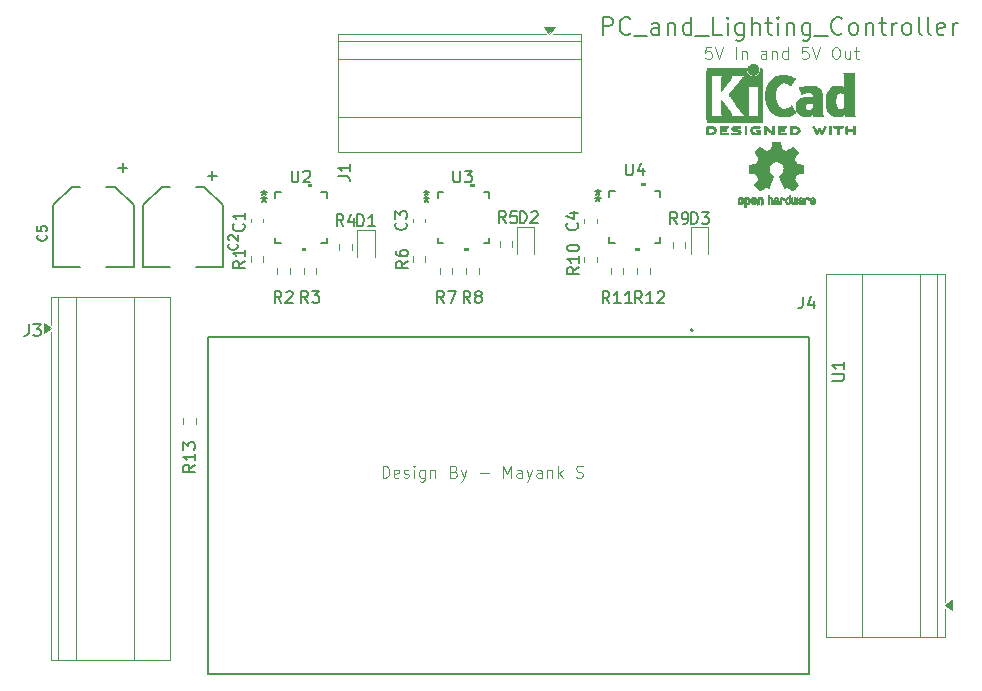
<source format=gbr>
%TF.GenerationSoftware,KiCad,Pcbnew,9.0.6*%
%TF.CreationDate,2025-12-30T05:11:15+05:30*%
%TF.ProjectId,UPS_Switch,5550535f-5377-4697-9463-682e6b696361,rev?*%
%TF.SameCoordinates,Original*%
%TF.FileFunction,Legend,Top*%
%TF.FilePolarity,Positive*%
%FSLAX46Y46*%
G04 Gerber Fmt 4.6, Leading zero omitted, Abs format (unit mm)*
G04 Created by KiCad (PCBNEW 9.0.6) date 2025-12-30 05:11:15*
%MOMM*%
%LPD*%
G01*
G04 APERTURE LIST*
%ADD10C,0.100000*%
%ADD11C,0.200000*%
%ADD12C,0.150000*%
%ADD13C,0.010000*%
%ADD14C,0.127000*%
%ADD15C,0.120000*%
%ADD16C,0.152400*%
%ADD17C,0.000000*%
G04 APERTURE END LIST*
D10*
X64293884Y-56212419D02*
X64293884Y-55212419D01*
X64293884Y-55212419D02*
X64531979Y-55212419D01*
X64531979Y-55212419D02*
X64674836Y-55260038D01*
X64674836Y-55260038D02*
X64770074Y-55355276D01*
X64770074Y-55355276D02*
X64817693Y-55450514D01*
X64817693Y-55450514D02*
X64865312Y-55640990D01*
X64865312Y-55640990D02*
X64865312Y-55783847D01*
X64865312Y-55783847D02*
X64817693Y-55974323D01*
X64817693Y-55974323D02*
X64770074Y-56069561D01*
X64770074Y-56069561D02*
X64674836Y-56164800D01*
X64674836Y-56164800D02*
X64531979Y-56212419D01*
X64531979Y-56212419D02*
X64293884Y-56212419D01*
X65674836Y-56164800D02*
X65579598Y-56212419D01*
X65579598Y-56212419D02*
X65389122Y-56212419D01*
X65389122Y-56212419D02*
X65293884Y-56164800D01*
X65293884Y-56164800D02*
X65246265Y-56069561D01*
X65246265Y-56069561D02*
X65246265Y-55688609D01*
X65246265Y-55688609D02*
X65293884Y-55593371D01*
X65293884Y-55593371D02*
X65389122Y-55545752D01*
X65389122Y-55545752D02*
X65579598Y-55545752D01*
X65579598Y-55545752D02*
X65674836Y-55593371D01*
X65674836Y-55593371D02*
X65722455Y-55688609D01*
X65722455Y-55688609D02*
X65722455Y-55783847D01*
X65722455Y-55783847D02*
X65246265Y-55879085D01*
X66103408Y-56164800D02*
X66198646Y-56212419D01*
X66198646Y-56212419D02*
X66389122Y-56212419D01*
X66389122Y-56212419D02*
X66484360Y-56164800D01*
X66484360Y-56164800D02*
X66531979Y-56069561D01*
X66531979Y-56069561D02*
X66531979Y-56021942D01*
X66531979Y-56021942D02*
X66484360Y-55926704D01*
X66484360Y-55926704D02*
X66389122Y-55879085D01*
X66389122Y-55879085D02*
X66246265Y-55879085D01*
X66246265Y-55879085D02*
X66151027Y-55831466D01*
X66151027Y-55831466D02*
X66103408Y-55736228D01*
X66103408Y-55736228D02*
X66103408Y-55688609D01*
X66103408Y-55688609D02*
X66151027Y-55593371D01*
X66151027Y-55593371D02*
X66246265Y-55545752D01*
X66246265Y-55545752D02*
X66389122Y-55545752D01*
X66389122Y-55545752D02*
X66484360Y-55593371D01*
X66960551Y-56212419D02*
X66960551Y-55545752D01*
X66960551Y-55212419D02*
X66912932Y-55260038D01*
X66912932Y-55260038D02*
X66960551Y-55307657D01*
X66960551Y-55307657D02*
X67008170Y-55260038D01*
X67008170Y-55260038D02*
X66960551Y-55212419D01*
X66960551Y-55212419D02*
X66960551Y-55307657D01*
X67865312Y-55545752D02*
X67865312Y-56355276D01*
X67865312Y-56355276D02*
X67817693Y-56450514D01*
X67817693Y-56450514D02*
X67770074Y-56498133D01*
X67770074Y-56498133D02*
X67674836Y-56545752D01*
X67674836Y-56545752D02*
X67531979Y-56545752D01*
X67531979Y-56545752D02*
X67436741Y-56498133D01*
X67865312Y-56164800D02*
X67770074Y-56212419D01*
X67770074Y-56212419D02*
X67579598Y-56212419D01*
X67579598Y-56212419D02*
X67484360Y-56164800D01*
X67484360Y-56164800D02*
X67436741Y-56117180D01*
X67436741Y-56117180D02*
X67389122Y-56021942D01*
X67389122Y-56021942D02*
X67389122Y-55736228D01*
X67389122Y-55736228D02*
X67436741Y-55640990D01*
X67436741Y-55640990D02*
X67484360Y-55593371D01*
X67484360Y-55593371D02*
X67579598Y-55545752D01*
X67579598Y-55545752D02*
X67770074Y-55545752D01*
X67770074Y-55545752D02*
X67865312Y-55593371D01*
X68341503Y-55545752D02*
X68341503Y-56212419D01*
X68341503Y-55640990D02*
X68389122Y-55593371D01*
X68389122Y-55593371D02*
X68484360Y-55545752D01*
X68484360Y-55545752D02*
X68627217Y-55545752D01*
X68627217Y-55545752D02*
X68722455Y-55593371D01*
X68722455Y-55593371D02*
X68770074Y-55688609D01*
X68770074Y-55688609D02*
X68770074Y-56212419D01*
X70341503Y-55688609D02*
X70484360Y-55736228D01*
X70484360Y-55736228D02*
X70531979Y-55783847D01*
X70531979Y-55783847D02*
X70579598Y-55879085D01*
X70579598Y-55879085D02*
X70579598Y-56021942D01*
X70579598Y-56021942D02*
X70531979Y-56117180D01*
X70531979Y-56117180D02*
X70484360Y-56164800D01*
X70484360Y-56164800D02*
X70389122Y-56212419D01*
X70389122Y-56212419D02*
X70008170Y-56212419D01*
X70008170Y-56212419D02*
X70008170Y-55212419D01*
X70008170Y-55212419D02*
X70341503Y-55212419D01*
X70341503Y-55212419D02*
X70436741Y-55260038D01*
X70436741Y-55260038D02*
X70484360Y-55307657D01*
X70484360Y-55307657D02*
X70531979Y-55402895D01*
X70531979Y-55402895D02*
X70531979Y-55498133D01*
X70531979Y-55498133D02*
X70484360Y-55593371D01*
X70484360Y-55593371D02*
X70436741Y-55640990D01*
X70436741Y-55640990D02*
X70341503Y-55688609D01*
X70341503Y-55688609D02*
X70008170Y-55688609D01*
X70912932Y-55545752D02*
X71151027Y-56212419D01*
X71389122Y-55545752D02*
X71151027Y-56212419D01*
X71151027Y-56212419D02*
X71055789Y-56450514D01*
X71055789Y-56450514D02*
X71008170Y-56498133D01*
X71008170Y-56498133D02*
X70912932Y-56545752D01*
X72531980Y-55831466D02*
X73293885Y-55831466D01*
X74531980Y-56212419D02*
X74531980Y-55212419D01*
X74531980Y-55212419D02*
X74865313Y-55926704D01*
X74865313Y-55926704D02*
X75198646Y-55212419D01*
X75198646Y-55212419D02*
X75198646Y-56212419D01*
X76103408Y-56212419D02*
X76103408Y-55688609D01*
X76103408Y-55688609D02*
X76055789Y-55593371D01*
X76055789Y-55593371D02*
X75960551Y-55545752D01*
X75960551Y-55545752D02*
X75770075Y-55545752D01*
X75770075Y-55545752D02*
X75674837Y-55593371D01*
X76103408Y-56164800D02*
X76008170Y-56212419D01*
X76008170Y-56212419D02*
X75770075Y-56212419D01*
X75770075Y-56212419D02*
X75674837Y-56164800D01*
X75674837Y-56164800D02*
X75627218Y-56069561D01*
X75627218Y-56069561D02*
X75627218Y-55974323D01*
X75627218Y-55974323D02*
X75674837Y-55879085D01*
X75674837Y-55879085D02*
X75770075Y-55831466D01*
X75770075Y-55831466D02*
X76008170Y-55831466D01*
X76008170Y-55831466D02*
X76103408Y-55783847D01*
X76484361Y-55545752D02*
X76722456Y-56212419D01*
X76960551Y-55545752D02*
X76722456Y-56212419D01*
X76722456Y-56212419D02*
X76627218Y-56450514D01*
X76627218Y-56450514D02*
X76579599Y-56498133D01*
X76579599Y-56498133D02*
X76484361Y-56545752D01*
X77770075Y-56212419D02*
X77770075Y-55688609D01*
X77770075Y-55688609D02*
X77722456Y-55593371D01*
X77722456Y-55593371D02*
X77627218Y-55545752D01*
X77627218Y-55545752D02*
X77436742Y-55545752D01*
X77436742Y-55545752D02*
X77341504Y-55593371D01*
X77770075Y-56164800D02*
X77674837Y-56212419D01*
X77674837Y-56212419D02*
X77436742Y-56212419D01*
X77436742Y-56212419D02*
X77341504Y-56164800D01*
X77341504Y-56164800D02*
X77293885Y-56069561D01*
X77293885Y-56069561D02*
X77293885Y-55974323D01*
X77293885Y-55974323D02*
X77341504Y-55879085D01*
X77341504Y-55879085D02*
X77436742Y-55831466D01*
X77436742Y-55831466D02*
X77674837Y-55831466D01*
X77674837Y-55831466D02*
X77770075Y-55783847D01*
X78246266Y-55545752D02*
X78246266Y-56212419D01*
X78246266Y-55640990D02*
X78293885Y-55593371D01*
X78293885Y-55593371D02*
X78389123Y-55545752D01*
X78389123Y-55545752D02*
X78531980Y-55545752D01*
X78531980Y-55545752D02*
X78627218Y-55593371D01*
X78627218Y-55593371D02*
X78674837Y-55688609D01*
X78674837Y-55688609D02*
X78674837Y-56212419D01*
X79151028Y-56212419D02*
X79151028Y-55212419D01*
X79246266Y-55831466D02*
X79531980Y-56212419D01*
X79531980Y-55545752D02*
X79151028Y-55926704D01*
X80674838Y-56164800D02*
X80817695Y-56212419D01*
X80817695Y-56212419D02*
X81055790Y-56212419D01*
X81055790Y-56212419D02*
X81151028Y-56164800D01*
X81151028Y-56164800D02*
X81198647Y-56117180D01*
X81198647Y-56117180D02*
X81246266Y-56021942D01*
X81246266Y-56021942D02*
X81246266Y-55926704D01*
X81246266Y-55926704D02*
X81198647Y-55831466D01*
X81198647Y-55831466D02*
X81151028Y-55783847D01*
X81151028Y-55783847D02*
X81055790Y-55736228D01*
X81055790Y-55736228D02*
X80865314Y-55688609D01*
X80865314Y-55688609D02*
X80770076Y-55640990D01*
X80770076Y-55640990D02*
X80722457Y-55593371D01*
X80722457Y-55593371D02*
X80674838Y-55498133D01*
X80674838Y-55498133D02*
X80674838Y-55402895D01*
X80674838Y-55402895D02*
X80722457Y-55307657D01*
X80722457Y-55307657D02*
X80770076Y-55260038D01*
X80770076Y-55260038D02*
X80865314Y-55212419D01*
X80865314Y-55212419D02*
X81103409Y-55212419D01*
X81103409Y-55212419D02*
X81246266Y-55260038D01*
X92120074Y-19742419D02*
X91643884Y-19742419D01*
X91643884Y-19742419D02*
X91596265Y-20218609D01*
X91596265Y-20218609D02*
X91643884Y-20170990D01*
X91643884Y-20170990D02*
X91739122Y-20123371D01*
X91739122Y-20123371D02*
X91977217Y-20123371D01*
X91977217Y-20123371D02*
X92072455Y-20170990D01*
X92072455Y-20170990D02*
X92120074Y-20218609D01*
X92120074Y-20218609D02*
X92167693Y-20313847D01*
X92167693Y-20313847D02*
X92167693Y-20551942D01*
X92167693Y-20551942D02*
X92120074Y-20647180D01*
X92120074Y-20647180D02*
X92072455Y-20694800D01*
X92072455Y-20694800D02*
X91977217Y-20742419D01*
X91977217Y-20742419D02*
X91739122Y-20742419D01*
X91739122Y-20742419D02*
X91643884Y-20694800D01*
X91643884Y-20694800D02*
X91596265Y-20647180D01*
X92453408Y-19742419D02*
X92786741Y-20742419D01*
X92786741Y-20742419D02*
X93120074Y-19742419D01*
X94215313Y-20742419D02*
X94215313Y-19742419D01*
X94691503Y-20075752D02*
X94691503Y-20742419D01*
X94691503Y-20170990D02*
X94739122Y-20123371D01*
X94739122Y-20123371D02*
X94834360Y-20075752D01*
X94834360Y-20075752D02*
X94977217Y-20075752D01*
X94977217Y-20075752D02*
X95072455Y-20123371D01*
X95072455Y-20123371D02*
X95120074Y-20218609D01*
X95120074Y-20218609D02*
X95120074Y-20742419D01*
X96786741Y-20742419D02*
X96786741Y-20218609D01*
X96786741Y-20218609D02*
X96739122Y-20123371D01*
X96739122Y-20123371D02*
X96643884Y-20075752D01*
X96643884Y-20075752D02*
X96453408Y-20075752D01*
X96453408Y-20075752D02*
X96358170Y-20123371D01*
X96786741Y-20694800D02*
X96691503Y-20742419D01*
X96691503Y-20742419D02*
X96453408Y-20742419D01*
X96453408Y-20742419D02*
X96358170Y-20694800D01*
X96358170Y-20694800D02*
X96310551Y-20599561D01*
X96310551Y-20599561D02*
X96310551Y-20504323D01*
X96310551Y-20504323D02*
X96358170Y-20409085D01*
X96358170Y-20409085D02*
X96453408Y-20361466D01*
X96453408Y-20361466D02*
X96691503Y-20361466D01*
X96691503Y-20361466D02*
X96786741Y-20313847D01*
X97262932Y-20075752D02*
X97262932Y-20742419D01*
X97262932Y-20170990D02*
X97310551Y-20123371D01*
X97310551Y-20123371D02*
X97405789Y-20075752D01*
X97405789Y-20075752D02*
X97548646Y-20075752D01*
X97548646Y-20075752D02*
X97643884Y-20123371D01*
X97643884Y-20123371D02*
X97691503Y-20218609D01*
X97691503Y-20218609D02*
X97691503Y-20742419D01*
X98596265Y-20742419D02*
X98596265Y-19742419D01*
X98596265Y-20694800D02*
X98501027Y-20742419D01*
X98501027Y-20742419D02*
X98310551Y-20742419D01*
X98310551Y-20742419D02*
X98215313Y-20694800D01*
X98215313Y-20694800D02*
X98167694Y-20647180D01*
X98167694Y-20647180D02*
X98120075Y-20551942D01*
X98120075Y-20551942D02*
X98120075Y-20266228D01*
X98120075Y-20266228D02*
X98167694Y-20170990D01*
X98167694Y-20170990D02*
X98215313Y-20123371D01*
X98215313Y-20123371D02*
X98310551Y-20075752D01*
X98310551Y-20075752D02*
X98501027Y-20075752D01*
X98501027Y-20075752D02*
X98596265Y-20123371D01*
X100310551Y-19742419D02*
X99834361Y-19742419D01*
X99834361Y-19742419D02*
X99786742Y-20218609D01*
X99786742Y-20218609D02*
X99834361Y-20170990D01*
X99834361Y-20170990D02*
X99929599Y-20123371D01*
X99929599Y-20123371D02*
X100167694Y-20123371D01*
X100167694Y-20123371D02*
X100262932Y-20170990D01*
X100262932Y-20170990D02*
X100310551Y-20218609D01*
X100310551Y-20218609D02*
X100358170Y-20313847D01*
X100358170Y-20313847D02*
X100358170Y-20551942D01*
X100358170Y-20551942D02*
X100310551Y-20647180D01*
X100310551Y-20647180D02*
X100262932Y-20694800D01*
X100262932Y-20694800D02*
X100167694Y-20742419D01*
X100167694Y-20742419D02*
X99929599Y-20742419D01*
X99929599Y-20742419D02*
X99834361Y-20694800D01*
X99834361Y-20694800D02*
X99786742Y-20647180D01*
X100643885Y-19742419D02*
X100977218Y-20742419D01*
X100977218Y-20742419D02*
X101310551Y-19742419D01*
X102596266Y-19742419D02*
X102786742Y-19742419D01*
X102786742Y-19742419D02*
X102881980Y-19790038D01*
X102881980Y-19790038D02*
X102977218Y-19885276D01*
X102977218Y-19885276D02*
X103024837Y-20075752D01*
X103024837Y-20075752D02*
X103024837Y-20409085D01*
X103024837Y-20409085D02*
X102977218Y-20599561D01*
X102977218Y-20599561D02*
X102881980Y-20694800D01*
X102881980Y-20694800D02*
X102786742Y-20742419D01*
X102786742Y-20742419D02*
X102596266Y-20742419D01*
X102596266Y-20742419D02*
X102501028Y-20694800D01*
X102501028Y-20694800D02*
X102405790Y-20599561D01*
X102405790Y-20599561D02*
X102358171Y-20409085D01*
X102358171Y-20409085D02*
X102358171Y-20075752D01*
X102358171Y-20075752D02*
X102405790Y-19885276D01*
X102405790Y-19885276D02*
X102501028Y-19790038D01*
X102501028Y-19790038D02*
X102596266Y-19742419D01*
X103881980Y-20075752D02*
X103881980Y-20742419D01*
X103453409Y-20075752D02*
X103453409Y-20599561D01*
X103453409Y-20599561D02*
X103501028Y-20694800D01*
X103501028Y-20694800D02*
X103596266Y-20742419D01*
X103596266Y-20742419D02*
X103739123Y-20742419D01*
X103739123Y-20742419D02*
X103834361Y-20694800D01*
X103834361Y-20694800D02*
X103881980Y-20647180D01*
X104215314Y-20075752D02*
X104596266Y-20075752D01*
X104358171Y-19742419D02*
X104358171Y-20599561D01*
X104358171Y-20599561D02*
X104405790Y-20694800D01*
X104405790Y-20694800D02*
X104501028Y-20742419D01*
X104501028Y-20742419D02*
X104596266Y-20742419D01*
D11*
X82928720Y-18706028D02*
X82928720Y-17206028D01*
X82928720Y-17206028D02*
X83500149Y-17206028D01*
X83500149Y-17206028D02*
X83643006Y-17277457D01*
X83643006Y-17277457D02*
X83714435Y-17348885D01*
X83714435Y-17348885D02*
X83785863Y-17491742D01*
X83785863Y-17491742D02*
X83785863Y-17706028D01*
X83785863Y-17706028D02*
X83714435Y-17848885D01*
X83714435Y-17848885D02*
X83643006Y-17920314D01*
X83643006Y-17920314D02*
X83500149Y-17991742D01*
X83500149Y-17991742D02*
X82928720Y-17991742D01*
X85285863Y-18563171D02*
X85214435Y-18634600D01*
X85214435Y-18634600D02*
X85000149Y-18706028D01*
X85000149Y-18706028D02*
X84857292Y-18706028D01*
X84857292Y-18706028D02*
X84643006Y-18634600D01*
X84643006Y-18634600D02*
X84500149Y-18491742D01*
X84500149Y-18491742D02*
X84428720Y-18348885D01*
X84428720Y-18348885D02*
X84357292Y-18063171D01*
X84357292Y-18063171D02*
X84357292Y-17848885D01*
X84357292Y-17848885D02*
X84428720Y-17563171D01*
X84428720Y-17563171D02*
X84500149Y-17420314D01*
X84500149Y-17420314D02*
X84643006Y-17277457D01*
X84643006Y-17277457D02*
X84857292Y-17206028D01*
X84857292Y-17206028D02*
X85000149Y-17206028D01*
X85000149Y-17206028D02*
X85214435Y-17277457D01*
X85214435Y-17277457D02*
X85285863Y-17348885D01*
X85571578Y-18848885D02*
X86714435Y-18848885D01*
X87714435Y-18706028D02*
X87714435Y-17920314D01*
X87714435Y-17920314D02*
X87643006Y-17777457D01*
X87643006Y-17777457D02*
X87500149Y-17706028D01*
X87500149Y-17706028D02*
X87214435Y-17706028D01*
X87214435Y-17706028D02*
X87071577Y-17777457D01*
X87714435Y-18634600D02*
X87571577Y-18706028D01*
X87571577Y-18706028D02*
X87214435Y-18706028D01*
X87214435Y-18706028D02*
X87071577Y-18634600D01*
X87071577Y-18634600D02*
X87000149Y-18491742D01*
X87000149Y-18491742D02*
X87000149Y-18348885D01*
X87000149Y-18348885D02*
X87071577Y-18206028D01*
X87071577Y-18206028D02*
X87214435Y-18134600D01*
X87214435Y-18134600D02*
X87571577Y-18134600D01*
X87571577Y-18134600D02*
X87714435Y-18063171D01*
X88428720Y-17706028D02*
X88428720Y-18706028D01*
X88428720Y-17848885D02*
X88500149Y-17777457D01*
X88500149Y-17777457D02*
X88643006Y-17706028D01*
X88643006Y-17706028D02*
X88857292Y-17706028D01*
X88857292Y-17706028D02*
X89000149Y-17777457D01*
X89000149Y-17777457D02*
X89071578Y-17920314D01*
X89071578Y-17920314D02*
X89071578Y-18706028D01*
X90428721Y-18706028D02*
X90428721Y-17206028D01*
X90428721Y-18634600D02*
X90285863Y-18706028D01*
X90285863Y-18706028D02*
X90000149Y-18706028D01*
X90000149Y-18706028D02*
X89857292Y-18634600D01*
X89857292Y-18634600D02*
X89785863Y-18563171D01*
X89785863Y-18563171D02*
X89714435Y-18420314D01*
X89714435Y-18420314D02*
X89714435Y-17991742D01*
X89714435Y-17991742D02*
X89785863Y-17848885D01*
X89785863Y-17848885D02*
X89857292Y-17777457D01*
X89857292Y-17777457D02*
X90000149Y-17706028D01*
X90000149Y-17706028D02*
X90285863Y-17706028D01*
X90285863Y-17706028D02*
X90428721Y-17777457D01*
X90785864Y-18848885D02*
X91928721Y-18848885D01*
X93000149Y-18706028D02*
X92285863Y-18706028D01*
X92285863Y-18706028D02*
X92285863Y-17206028D01*
X93500149Y-18706028D02*
X93500149Y-17706028D01*
X93500149Y-17206028D02*
X93428721Y-17277457D01*
X93428721Y-17277457D02*
X93500149Y-17348885D01*
X93500149Y-17348885D02*
X93571578Y-17277457D01*
X93571578Y-17277457D02*
X93500149Y-17206028D01*
X93500149Y-17206028D02*
X93500149Y-17348885D01*
X94857293Y-17706028D02*
X94857293Y-18920314D01*
X94857293Y-18920314D02*
X94785864Y-19063171D01*
X94785864Y-19063171D02*
X94714435Y-19134600D01*
X94714435Y-19134600D02*
X94571578Y-19206028D01*
X94571578Y-19206028D02*
X94357293Y-19206028D01*
X94357293Y-19206028D02*
X94214435Y-19134600D01*
X94857293Y-18634600D02*
X94714435Y-18706028D01*
X94714435Y-18706028D02*
X94428721Y-18706028D01*
X94428721Y-18706028D02*
X94285864Y-18634600D01*
X94285864Y-18634600D02*
X94214435Y-18563171D01*
X94214435Y-18563171D02*
X94143007Y-18420314D01*
X94143007Y-18420314D02*
X94143007Y-17991742D01*
X94143007Y-17991742D02*
X94214435Y-17848885D01*
X94214435Y-17848885D02*
X94285864Y-17777457D01*
X94285864Y-17777457D02*
X94428721Y-17706028D01*
X94428721Y-17706028D02*
X94714435Y-17706028D01*
X94714435Y-17706028D02*
X94857293Y-17777457D01*
X95571578Y-18706028D02*
X95571578Y-17206028D01*
X96214436Y-18706028D02*
X96214436Y-17920314D01*
X96214436Y-17920314D02*
X96143007Y-17777457D01*
X96143007Y-17777457D02*
X96000150Y-17706028D01*
X96000150Y-17706028D02*
X95785864Y-17706028D01*
X95785864Y-17706028D02*
X95643007Y-17777457D01*
X95643007Y-17777457D02*
X95571578Y-17848885D01*
X96714436Y-17706028D02*
X97285864Y-17706028D01*
X96928721Y-17206028D02*
X96928721Y-18491742D01*
X96928721Y-18491742D02*
X97000150Y-18634600D01*
X97000150Y-18634600D02*
X97143007Y-18706028D01*
X97143007Y-18706028D02*
X97285864Y-18706028D01*
X97785864Y-18706028D02*
X97785864Y-17706028D01*
X97785864Y-17206028D02*
X97714436Y-17277457D01*
X97714436Y-17277457D02*
X97785864Y-17348885D01*
X97785864Y-17348885D02*
X97857293Y-17277457D01*
X97857293Y-17277457D02*
X97785864Y-17206028D01*
X97785864Y-17206028D02*
X97785864Y-17348885D01*
X98500150Y-17706028D02*
X98500150Y-18706028D01*
X98500150Y-17848885D02*
X98571579Y-17777457D01*
X98571579Y-17777457D02*
X98714436Y-17706028D01*
X98714436Y-17706028D02*
X98928722Y-17706028D01*
X98928722Y-17706028D02*
X99071579Y-17777457D01*
X99071579Y-17777457D02*
X99143008Y-17920314D01*
X99143008Y-17920314D02*
X99143008Y-18706028D01*
X100500151Y-17706028D02*
X100500151Y-18920314D01*
X100500151Y-18920314D02*
X100428722Y-19063171D01*
X100428722Y-19063171D02*
X100357293Y-19134600D01*
X100357293Y-19134600D02*
X100214436Y-19206028D01*
X100214436Y-19206028D02*
X100000151Y-19206028D01*
X100000151Y-19206028D02*
X99857293Y-19134600D01*
X100500151Y-18634600D02*
X100357293Y-18706028D01*
X100357293Y-18706028D02*
X100071579Y-18706028D01*
X100071579Y-18706028D02*
X99928722Y-18634600D01*
X99928722Y-18634600D02*
X99857293Y-18563171D01*
X99857293Y-18563171D02*
X99785865Y-18420314D01*
X99785865Y-18420314D02*
X99785865Y-17991742D01*
X99785865Y-17991742D02*
X99857293Y-17848885D01*
X99857293Y-17848885D02*
X99928722Y-17777457D01*
X99928722Y-17777457D02*
X100071579Y-17706028D01*
X100071579Y-17706028D02*
X100357293Y-17706028D01*
X100357293Y-17706028D02*
X100500151Y-17777457D01*
X100857294Y-18848885D02*
X102000151Y-18848885D01*
X103214436Y-18563171D02*
X103143008Y-18634600D01*
X103143008Y-18634600D02*
X102928722Y-18706028D01*
X102928722Y-18706028D02*
X102785865Y-18706028D01*
X102785865Y-18706028D02*
X102571579Y-18634600D01*
X102571579Y-18634600D02*
X102428722Y-18491742D01*
X102428722Y-18491742D02*
X102357293Y-18348885D01*
X102357293Y-18348885D02*
X102285865Y-18063171D01*
X102285865Y-18063171D02*
X102285865Y-17848885D01*
X102285865Y-17848885D02*
X102357293Y-17563171D01*
X102357293Y-17563171D02*
X102428722Y-17420314D01*
X102428722Y-17420314D02*
X102571579Y-17277457D01*
X102571579Y-17277457D02*
X102785865Y-17206028D01*
X102785865Y-17206028D02*
X102928722Y-17206028D01*
X102928722Y-17206028D02*
X103143008Y-17277457D01*
X103143008Y-17277457D02*
X103214436Y-17348885D01*
X104071579Y-18706028D02*
X103928722Y-18634600D01*
X103928722Y-18634600D02*
X103857293Y-18563171D01*
X103857293Y-18563171D02*
X103785865Y-18420314D01*
X103785865Y-18420314D02*
X103785865Y-17991742D01*
X103785865Y-17991742D02*
X103857293Y-17848885D01*
X103857293Y-17848885D02*
X103928722Y-17777457D01*
X103928722Y-17777457D02*
X104071579Y-17706028D01*
X104071579Y-17706028D02*
X104285865Y-17706028D01*
X104285865Y-17706028D02*
X104428722Y-17777457D01*
X104428722Y-17777457D02*
X104500151Y-17848885D01*
X104500151Y-17848885D02*
X104571579Y-17991742D01*
X104571579Y-17991742D02*
X104571579Y-18420314D01*
X104571579Y-18420314D02*
X104500151Y-18563171D01*
X104500151Y-18563171D02*
X104428722Y-18634600D01*
X104428722Y-18634600D02*
X104285865Y-18706028D01*
X104285865Y-18706028D02*
X104071579Y-18706028D01*
X105214436Y-17706028D02*
X105214436Y-18706028D01*
X105214436Y-17848885D02*
X105285865Y-17777457D01*
X105285865Y-17777457D02*
X105428722Y-17706028D01*
X105428722Y-17706028D02*
X105643008Y-17706028D01*
X105643008Y-17706028D02*
X105785865Y-17777457D01*
X105785865Y-17777457D02*
X105857294Y-17920314D01*
X105857294Y-17920314D02*
X105857294Y-18706028D01*
X106357294Y-17706028D02*
X106928722Y-17706028D01*
X106571579Y-17206028D02*
X106571579Y-18491742D01*
X106571579Y-18491742D02*
X106643008Y-18634600D01*
X106643008Y-18634600D02*
X106785865Y-18706028D01*
X106785865Y-18706028D02*
X106928722Y-18706028D01*
X107428722Y-18706028D02*
X107428722Y-17706028D01*
X107428722Y-17991742D02*
X107500151Y-17848885D01*
X107500151Y-17848885D02*
X107571580Y-17777457D01*
X107571580Y-17777457D02*
X107714437Y-17706028D01*
X107714437Y-17706028D02*
X107857294Y-17706028D01*
X108571579Y-18706028D02*
X108428722Y-18634600D01*
X108428722Y-18634600D02*
X108357293Y-18563171D01*
X108357293Y-18563171D02*
X108285865Y-18420314D01*
X108285865Y-18420314D02*
X108285865Y-17991742D01*
X108285865Y-17991742D02*
X108357293Y-17848885D01*
X108357293Y-17848885D02*
X108428722Y-17777457D01*
X108428722Y-17777457D02*
X108571579Y-17706028D01*
X108571579Y-17706028D02*
X108785865Y-17706028D01*
X108785865Y-17706028D02*
X108928722Y-17777457D01*
X108928722Y-17777457D02*
X109000151Y-17848885D01*
X109000151Y-17848885D02*
X109071579Y-17991742D01*
X109071579Y-17991742D02*
X109071579Y-18420314D01*
X109071579Y-18420314D02*
X109000151Y-18563171D01*
X109000151Y-18563171D02*
X108928722Y-18634600D01*
X108928722Y-18634600D02*
X108785865Y-18706028D01*
X108785865Y-18706028D02*
X108571579Y-18706028D01*
X109928722Y-18706028D02*
X109785865Y-18634600D01*
X109785865Y-18634600D02*
X109714436Y-18491742D01*
X109714436Y-18491742D02*
X109714436Y-17206028D01*
X110714436Y-18706028D02*
X110571579Y-18634600D01*
X110571579Y-18634600D02*
X110500150Y-18491742D01*
X110500150Y-18491742D02*
X110500150Y-17206028D01*
X111857293Y-18634600D02*
X111714436Y-18706028D01*
X111714436Y-18706028D02*
X111428722Y-18706028D01*
X111428722Y-18706028D02*
X111285864Y-18634600D01*
X111285864Y-18634600D02*
X111214436Y-18491742D01*
X111214436Y-18491742D02*
X111214436Y-17920314D01*
X111214436Y-17920314D02*
X111285864Y-17777457D01*
X111285864Y-17777457D02*
X111428722Y-17706028D01*
X111428722Y-17706028D02*
X111714436Y-17706028D01*
X111714436Y-17706028D02*
X111857293Y-17777457D01*
X111857293Y-17777457D02*
X111928722Y-17920314D01*
X111928722Y-17920314D02*
X111928722Y-18063171D01*
X111928722Y-18063171D02*
X111214436Y-18206028D01*
X112571578Y-18706028D02*
X112571578Y-17706028D01*
X112571578Y-17991742D02*
X112643007Y-17848885D01*
X112643007Y-17848885D02*
X112714436Y-17777457D01*
X112714436Y-17777457D02*
X112857293Y-17706028D01*
X112857293Y-17706028D02*
X113000150Y-17706028D01*
D12*
X102374819Y-47989404D02*
X103184342Y-47989404D01*
X103184342Y-47989404D02*
X103279580Y-47941785D01*
X103279580Y-47941785D02*
X103327200Y-47894166D01*
X103327200Y-47894166D02*
X103374819Y-47798928D01*
X103374819Y-47798928D02*
X103374819Y-47608452D01*
X103374819Y-47608452D02*
X103327200Y-47513214D01*
X103327200Y-47513214D02*
X103279580Y-47465595D01*
X103279580Y-47465595D02*
X103184342Y-47417976D01*
X103184342Y-47417976D02*
X102374819Y-47417976D01*
X103374819Y-46417976D02*
X103374819Y-46989404D01*
X103374819Y-46703690D02*
X102374819Y-46703690D01*
X102374819Y-46703690D02*
X102517676Y-46798928D01*
X102517676Y-46798928D02*
X102612914Y-46894166D01*
X102612914Y-46894166D02*
X102660533Y-46989404D01*
X55733333Y-41402319D02*
X55400000Y-40926128D01*
X55161905Y-41402319D02*
X55161905Y-40402319D01*
X55161905Y-40402319D02*
X55542857Y-40402319D01*
X55542857Y-40402319D02*
X55638095Y-40449938D01*
X55638095Y-40449938D02*
X55685714Y-40497557D01*
X55685714Y-40497557D02*
X55733333Y-40592795D01*
X55733333Y-40592795D02*
X55733333Y-40735652D01*
X55733333Y-40735652D02*
X55685714Y-40830890D01*
X55685714Y-40830890D02*
X55638095Y-40878509D01*
X55638095Y-40878509D02*
X55542857Y-40926128D01*
X55542857Y-40926128D02*
X55161905Y-40926128D01*
X56114286Y-40497557D02*
X56161905Y-40449938D01*
X56161905Y-40449938D02*
X56257143Y-40402319D01*
X56257143Y-40402319D02*
X56495238Y-40402319D01*
X56495238Y-40402319D02*
X56590476Y-40449938D01*
X56590476Y-40449938D02*
X56638095Y-40497557D01*
X56638095Y-40497557D02*
X56685714Y-40592795D01*
X56685714Y-40592795D02*
X56685714Y-40688033D01*
X56685714Y-40688033D02*
X56638095Y-40830890D01*
X56638095Y-40830890D02*
X56066667Y-41402319D01*
X56066667Y-41402319D02*
X56685714Y-41402319D01*
X66259580Y-34614166D02*
X66307200Y-34661785D01*
X66307200Y-34661785D02*
X66354819Y-34804642D01*
X66354819Y-34804642D02*
X66354819Y-34899880D01*
X66354819Y-34899880D02*
X66307200Y-35042737D01*
X66307200Y-35042737D02*
X66211961Y-35137975D01*
X66211961Y-35137975D02*
X66116723Y-35185594D01*
X66116723Y-35185594D02*
X65926247Y-35233213D01*
X65926247Y-35233213D02*
X65783390Y-35233213D01*
X65783390Y-35233213D02*
X65592914Y-35185594D01*
X65592914Y-35185594D02*
X65497676Y-35137975D01*
X65497676Y-35137975D02*
X65402438Y-35042737D01*
X65402438Y-35042737D02*
X65354819Y-34899880D01*
X65354819Y-34899880D02*
X65354819Y-34804642D01*
X65354819Y-34804642D02*
X65402438Y-34661785D01*
X65402438Y-34661785D02*
X65450057Y-34614166D01*
X65354819Y-34280832D02*
X65354819Y-33661785D01*
X65354819Y-33661785D02*
X65735771Y-33995118D01*
X65735771Y-33995118D02*
X65735771Y-33852261D01*
X65735771Y-33852261D02*
X65783390Y-33757023D01*
X65783390Y-33757023D02*
X65831009Y-33709404D01*
X65831009Y-33709404D02*
X65926247Y-33661785D01*
X65926247Y-33661785D02*
X66164342Y-33661785D01*
X66164342Y-33661785D02*
X66259580Y-33709404D01*
X66259580Y-33709404D02*
X66307200Y-33757023D01*
X66307200Y-33757023D02*
X66354819Y-33852261D01*
X66354819Y-33852261D02*
X66354819Y-34137975D01*
X66354819Y-34137975D02*
X66307200Y-34233213D01*
X66307200Y-34233213D02*
X66259580Y-34280832D01*
X48414819Y-55122857D02*
X47938628Y-55456190D01*
X48414819Y-55694285D02*
X47414819Y-55694285D01*
X47414819Y-55694285D02*
X47414819Y-55313333D01*
X47414819Y-55313333D02*
X47462438Y-55218095D01*
X47462438Y-55218095D02*
X47510057Y-55170476D01*
X47510057Y-55170476D02*
X47605295Y-55122857D01*
X47605295Y-55122857D02*
X47748152Y-55122857D01*
X47748152Y-55122857D02*
X47843390Y-55170476D01*
X47843390Y-55170476D02*
X47891009Y-55218095D01*
X47891009Y-55218095D02*
X47938628Y-55313333D01*
X47938628Y-55313333D02*
X47938628Y-55694285D01*
X48414819Y-54170476D02*
X48414819Y-54741904D01*
X48414819Y-54456190D02*
X47414819Y-54456190D01*
X47414819Y-54456190D02*
X47557676Y-54551428D01*
X47557676Y-54551428D02*
X47652914Y-54646666D01*
X47652914Y-54646666D02*
X47700533Y-54741904D01*
X47414819Y-53837142D02*
X47414819Y-53218095D01*
X47414819Y-53218095D02*
X47795771Y-53551428D01*
X47795771Y-53551428D02*
X47795771Y-53408571D01*
X47795771Y-53408571D02*
X47843390Y-53313333D01*
X47843390Y-53313333D02*
X47891009Y-53265714D01*
X47891009Y-53265714D02*
X47986247Y-53218095D01*
X47986247Y-53218095D02*
X48224342Y-53218095D01*
X48224342Y-53218095D02*
X48319580Y-53265714D01*
X48319580Y-53265714D02*
X48367200Y-53313333D01*
X48367200Y-53313333D02*
X48414819Y-53408571D01*
X48414819Y-53408571D02*
X48414819Y-53694285D01*
X48414819Y-53694285D02*
X48367200Y-53789523D01*
X48367200Y-53789523D02*
X48319580Y-53837142D01*
X89233333Y-34717319D02*
X88900000Y-34241128D01*
X88661905Y-34717319D02*
X88661905Y-33717319D01*
X88661905Y-33717319D02*
X89042857Y-33717319D01*
X89042857Y-33717319D02*
X89138095Y-33764938D01*
X89138095Y-33764938D02*
X89185714Y-33812557D01*
X89185714Y-33812557D02*
X89233333Y-33907795D01*
X89233333Y-33907795D02*
X89233333Y-34050652D01*
X89233333Y-34050652D02*
X89185714Y-34145890D01*
X89185714Y-34145890D02*
X89138095Y-34193509D01*
X89138095Y-34193509D02*
X89042857Y-34241128D01*
X89042857Y-34241128D02*
X88661905Y-34241128D01*
X89709524Y-34717319D02*
X89900000Y-34717319D01*
X89900000Y-34717319D02*
X89995238Y-34669700D01*
X89995238Y-34669700D02*
X90042857Y-34622080D01*
X90042857Y-34622080D02*
X90138095Y-34479223D01*
X90138095Y-34479223D02*
X90185714Y-34288747D01*
X90185714Y-34288747D02*
X90185714Y-33907795D01*
X90185714Y-33907795D02*
X90138095Y-33812557D01*
X90138095Y-33812557D02*
X90090476Y-33764938D01*
X90090476Y-33764938D02*
X89995238Y-33717319D01*
X89995238Y-33717319D02*
X89804762Y-33717319D01*
X89804762Y-33717319D02*
X89709524Y-33764938D01*
X89709524Y-33764938D02*
X89661905Y-33812557D01*
X89661905Y-33812557D02*
X89614286Y-33907795D01*
X89614286Y-33907795D02*
X89614286Y-34145890D01*
X89614286Y-34145890D02*
X89661905Y-34241128D01*
X89661905Y-34241128D02*
X89709524Y-34288747D01*
X89709524Y-34288747D02*
X89804762Y-34336366D01*
X89804762Y-34336366D02*
X89995238Y-34336366D01*
X89995238Y-34336366D02*
X90090476Y-34288747D01*
X90090476Y-34288747D02*
X90138095Y-34241128D01*
X90138095Y-34241128D02*
X90185714Y-34145890D01*
X66424819Y-37864166D02*
X65948628Y-38197499D01*
X66424819Y-38435594D02*
X65424819Y-38435594D01*
X65424819Y-38435594D02*
X65424819Y-38054642D01*
X65424819Y-38054642D02*
X65472438Y-37959404D01*
X65472438Y-37959404D02*
X65520057Y-37911785D01*
X65520057Y-37911785D02*
X65615295Y-37864166D01*
X65615295Y-37864166D02*
X65758152Y-37864166D01*
X65758152Y-37864166D02*
X65853390Y-37911785D01*
X65853390Y-37911785D02*
X65901009Y-37959404D01*
X65901009Y-37959404D02*
X65948628Y-38054642D01*
X65948628Y-38054642D02*
X65948628Y-38435594D01*
X65424819Y-37007023D02*
X65424819Y-37197499D01*
X65424819Y-37197499D02*
X65472438Y-37292737D01*
X65472438Y-37292737D02*
X65520057Y-37340356D01*
X65520057Y-37340356D02*
X65662914Y-37435594D01*
X65662914Y-37435594D02*
X65853390Y-37483213D01*
X65853390Y-37483213D02*
X66234342Y-37483213D01*
X66234342Y-37483213D02*
X66329580Y-37435594D01*
X66329580Y-37435594D02*
X66377200Y-37387975D01*
X66377200Y-37387975D02*
X66424819Y-37292737D01*
X66424819Y-37292737D02*
X66424819Y-37102261D01*
X66424819Y-37102261D02*
X66377200Y-37007023D01*
X66377200Y-37007023D02*
X66329580Y-36959404D01*
X66329580Y-36959404D02*
X66234342Y-36911785D01*
X66234342Y-36911785D02*
X65996247Y-36911785D01*
X65996247Y-36911785D02*
X65901009Y-36959404D01*
X65901009Y-36959404D02*
X65853390Y-37007023D01*
X65853390Y-37007023D02*
X65805771Y-37102261D01*
X65805771Y-37102261D02*
X65805771Y-37292737D01*
X65805771Y-37292737D02*
X65853390Y-37387975D01*
X65853390Y-37387975D02*
X65901009Y-37435594D01*
X65901009Y-37435594D02*
X65996247Y-37483213D01*
X70288095Y-30204819D02*
X70288095Y-31014342D01*
X70288095Y-31014342D02*
X70335714Y-31109580D01*
X70335714Y-31109580D02*
X70383333Y-31157200D01*
X70383333Y-31157200D02*
X70478571Y-31204819D01*
X70478571Y-31204819D02*
X70669047Y-31204819D01*
X70669047Y-31204819D02*
X70764285Y-31157200D01*
X70764285Y-31157200D02*
X70811904Y-31109580D01*
X70811904Y-31109580D02*
X70859523Y-31014342D01*
X70859523Y-31014342D02*
X70859523Y-30204819D01*
X71240476Y-30204819D02*
X71859523Y-30204819D01*
X71859523Y-30204819D02*
X71526190Y-30585771D01*
X71526190Y-30585771D02*
X71669047Y-30585771D01*
X71669047Y-30585771D02*
X71764285Y-30633390D01*
X71764285Y-30633390D02*
X71811904Y-30681009D01*
X71811904Y-30681009D02*
X71859523Y-30776247D01*
X71859523Y-30776247D02*
X71859523Y-31014342D01*
X71859523Y-31014342D02*
X71811904Y-31109580D01*
X71811904Y-31109580D02*
X71764285Y-31157200D01*
X71764285Y-31157200D02*
X71669047Y-31204819D01*
X71669047Y-31204819D02*
X71383333Y-31204819D01*
X71383333Y-31204819D02*
X71288095Y-31157200D01*
X71288095Y-31157200D02*
X71240476Y-31109580D01*
X68013100Y-31857138D02*
X68013100Y-32095233D01*
X67775005Y-31999995D02*
X68013100Y-32095233D01*
X68013100Y-32095233D02*
X68251195Y-31999995D01*
X67870243Y-32285709D02*
X68013100Y-32095233D01*
X68013100Y-32095233D02*
X68155957Y-32285709D01*
X68013100Y-32402319D02*
X68013100Y-32640414D01*
X67775005Y-32545176D02*
X68013100Y-32640414D01*
X68013100Y-32640414D02*
X68251195Y-32545176D01*
X67870243Y-32830890D02*
X68013100Y-32640414D01*
X68013100Y-32640414D02*
X68155957Y-32830890D01*
X57983333Y-41402319D02*
X57650000Y-40926128D01*
X57411905Y-41402319D02*
X57411905Y-40402319D01*
X57411905Y-40402319D02*
X57792857Y-40402319D01*
X57792857Y-40402319D02*
X57888095Y-40449938D01*
X57888095Y-40449938D02*
X57935714Y-40497557D01*
X57935714Y-40497557D02*
X57983333Y-40592795D01*
X57983333Y-40592795D02*
X57983333Y-40735652D01*
X57983333Y-40735652D02*
X57935714Y-40830890D01*
X57935714Y-40830890D02*
X57888095Y-40878509D01*
X57888095Y-40878509D02*
X57792857Y-40926128D01*
X57792857Y-40926128D02*
X57411905Y-40926128D01*
X58316667Y-40402319D02*
X58935714Y-40402319D01*
X58935714Y-40402319D02*
X58602381Y-40783271D01*
X58602381Y-40783271D02*
X58745238Y-40783271D01*
X58745238Y-40783271D02*
X58840476Y-40830890D01*
X58840476Y-40830890D02*
X58888095Y-40878509D01*
X58888095Y-40878509D02*
X58935714Y-40973747D01*
X58935714Y-40973747D02*
X58935714Y-41211842D01*
X58935714Y-41211842D02*
X58888095Y-41307080D01*
X58888095Y-41307080D02*
X58840476Y-41354700D01*
X58840476Y-41354700D02*
X58745238Y-41402319D01*
X58745238Y-41402319D02*
X58459524Y-41402319D01*
X58459524Y-41402319D02*
X58364286Y-41354700D01*
X58364286Y-41354700D02*
X58316667Y-41307080D01*
X60539819Y-30690833D02*
X61254104Y-30690833D01*
X61254104Y-30690833D02*
X61396961Y-30738452D01*
X61396961Y-30738452D02*
X61492200Y-30833690D01*
X61492200Y-30833690D02*
X61539819Y-30976547D01*
X61539819Y-30976547D02*
X61539819Y-31071785D01*
X61539819Y-29690833D02*
X61539819Y-30262261D01*
X61539819Y-29976547D02*
X60539819Y-29976547D01*
X60539819Y-29976547D02*
X60682676Y-30071785D01*
X60682676Y-30071785D02*
X60777914Y-30167023D01*
X60777914Y-30167023D02*
X60825533Y-30262261D01*
X69483333Y-41402319D02*
X69150000Y-40926128D01*
X68911905Y-41402319D02*
X68911905Y-40402319D01*
X68911905Y-40402319D02*
X69292857Y-40402319D01*
X69292857Y-40402319D02*
X69388095Y-40449938D01*
X69388095Y-40449938D02*
X69435714Y-40497557D01*
X69435714Y-40497557D02*
X69483333Y-40592795D01*
X69483333Y-40592795D02*
X69483333Y-40735652D01*
X69483333Y-40735652D02*
X69435714Y-40830890D01*
X69435714Y-40830890D02*
X69388095Y-40878509D01*
X69388095Y-40878509D02*
X69292857Y-40926128D01*
X69292857Y-40926128D02*
X68911905Y-40926128D01*
X69816667Y-40402319D02*
X70483333Y-40402319D01*
X70483333Y-40402319D02*
X70054762Y-41402319D01*
X80759580Y-34651666D02*
X80807200Y-34699285D01*
X80807200Y-34699285D02*
X80854819Y-34842142D01*
X80854819Y-34842142D02*
X80854819Y-34937380D01*
X80854819Y-34937380D02*
X80807200Y-35080237D01*
X80807200Y-35080237D02*
X80711961Y-35175475D01*
X80711961Y-35175475D02*
X80616723Y-35223094D01*
X80616723Y-35223094D02*
X80426247Y-35270713D01*
X80426247Y-35270713D02*
X80283390Y-35270713D01*
X80283390Y-35270713D02*
X80092914Y-35223094D01*
X80092914Y-35223094D02*
X79997676Y-35175475D01*
X79997676Y-35175475D02*
X79902438Y-35080237D01*
X79902438Y-35080237D02*
X79854819Y-34937380D01*
X79854819Y-34937380D02*
X79854819Y-34842142D01*
X79854819Y-34842142D02*
X79902438Y-34699285D01*
X79902438Y-34699285D02*
X79950057Y-34651666D01*
X80188152Y-33794523D02*
X80854819Y-33794523D01*
X79807200Y-34032618D02*
X80521485Y-34270713D01*
X80521485Y-34270713D02*
X80521485Y-33651666D01*
X80924819Y-38377857D02*
X80448628Y-38711190D01*
X80924819Y-38949285D02*
X79924819Y-38949285D01*
X79924819Y-38949285D02*
X79924819Y-38568333D01*
X79924819Y-38568333D02*
X79972438Y-38473095D01*
X79972438Y-38473095D02*
X80020057Y-38425476D01*
X80020057Y-38425476D02*
X80115295Y-38377857D01*
X80115295Y-38377857D02*
X80258152Y-38377857D01*
X80258152Y-38377857D02*
X80353390Y-38425476D01*
X80353390Y-38425476D02*
X80401009Y-38473095D01*
X80401009Y-38473095D02*
X80448628Y-38568333D01*
X80448628Y-38568333D02*
X80448628Y-38949285D01*
X80924819Y-37425476D02*
X80924819Y-37996904D01*
X80924819Y-37711190D02*
X79924819Y-37711190D01*
X79924819Y-37711190D02*
X80067676Y-37806428D01*
X80067676Y-37806428D02*
X80162914Y-37901666D01*
X80162914Y-37901666D02*
X80210533Y-37996904D01*
X79924819Y-36806428D02*
X79924819Y-36711190D01*
X79924819Y-36711190D02*
X79972438Y-36615952D01*
X79972438Y-36615952D02*
X80020057Y-36568333D01*
X80020057Y-36568333D02*
X80115295Y-36520714D01*
X80115295Y-36520714D02*
X80305771Y-36473095D01*
X80305771Y-36473095D02*
X80543866Y-36473095D01*
X80543866Y-36473095D02*
X80734342Y-36520714D01*
X80734342Y-36520714D02*
X80829580Y-36568333D01*
X80829580Y-36568333D02*
X80877200Y-36615952D01*
X80877200Y-36615952D02*
X80924819Y-36711190D01*
X80924819Y-36711190D02*
X80924819Y-36806428D01*
X80924819Y-36806428D02*
X80877200Y-36901666D01*
X80877200Y-36901666D02*
X80829580Y-36949285D01*
X80829580Y-36949285D02*
X80734342Y-36996904D01*
X80734342Y-36996904D02*
X80543866Y-37044523D01*
X80543866Y-37044523D02*
X80305771Y-37044523D01*
X80305771Y-37044523D02*
X80115295Y-36996904D01*
X80115295Y-36996904D02*
X80020057Y-36949285D01*
X80020057Y-36949285D02*
X79972438Y-36901666D01*
X79972438Y-36901666D02*
X79924819Y-36806428D01*
X83507142Y-41439819D02*
X83173809Y-40963628D01*
X82935714Y-41439819D02*
X82935714Y-40439819D01*
X82935714Y-40439819D02*
X83316666Y-40439819D01*
X83316666Y-40439819D02*
X83411904Y-40487438D01*
X83411904Y-40487438D02*
X83459523Y-40535057D01*
X83459523Y-40535057D02*
X83507142Y-40630295D01*
X83507142Y-40630295D02*
X83507142Y-40773152D01*
X83507142Y-40773152D02*
X83459523Y-40868390D01*
X83459523Y-40868390D02*
X83411904Y-40916009D01*
X83411904Y-40916009D02*
X83316666Y-40963628D01*
X83316666Y-40963628D02*
X82935714Y-40963628D01*
X84459523Y-41439819D02*
X83888095Y-41439819D01*
X84173809Y-41439819D02*
X84173809Y-40439819D01*
X84173809Y-40439819D02*
X84078571Y-40582676D01*
X84078571Y-40582676D02*
X83983333Y-40677914D01*
X83983333Y-40677914D02*
X83888095Y-40725533D01*
X85411904Y-41439819D02*
X84840476Y-41439819D01*
X85126190Y-41439819D02*
X85126190Y-40439819D01*
X85126190Y-40439819D02*
X85030952Y-40582676D01*
X85030952Y-40582676D02*
X84935714Y-40677914D01*
X84935714Y-40677914D02*
X84840476Y-40725533D01*
X51946104Y-36423332D02*
X51984200Y-36461428D01*
X51984200Y-36461428D02*
X52022295Y-36575713D01*
X52022295Y-36575713D02*
X52022295Y-36651904D01*
X52022295Y-36651904D02*
X51984200Y-36766190D01*
X51984200Y-36766190D02*
X51908009Y-36842380D01*
X51908009Y-36842380D02*
X51831819Y-36880475D01*
X51831819Y-36880475D02*
X51679438Y-36918571D01*
X51679438Y-36918571D02*
X51565152Y-36918571D01*
X51565152Y-36918571D02*
X51412771Y-36880475D01*
X51412771Y-36880475D02*
X51336580Y-36842380D01*
X51336580Y-36842380D02*
X51260390Y-36766190D01*
X51260390Y-36766190D02*
X51222295Y-36651904D01*
X51222295Y-36651904D02*
X51222295Y-36575713D01*
X51222295Y-36575713D02*
X51260390Y-36461428D01*
X51260390Y-36461428D02*
X51298485Y-36423332D01*
X51298485Y-36118571D02*
X51260390Y-36080475D01*
X51260390Y-36080475D02*
X51222295Y-36004285D01*
X51222295Y-36004285D02*
X51222295Y-35813809D01*
X51222295Y-35813809D02*
X51260390Y-35737618D01*
X51260390Y-35737618D02*
X51298485Y-35699523D01*
X51298485Y-35699523D02*
X51374676Y-35661428D01*
X51374676Y-35661428D02*
X51450866Y-35661428D01*
X51450866Y-35661428D02*
X51565152Y-35699523D01*
X51565152Y-35699523D02*
X52022295Y-36156666D01*
X52022295Y-36156666D02*
X52022295Y-35661428D01*
X49858866Y-31038451D02*
X49858866Y-30276547D01*
X50239819Y-30657499D02*
X49477914Y-30657499D01*
X52609819Y-37864166D02*
X52133628Y-38197499D01*
X52609819Y-38435594D02*
X51609819Y-38435594D01*
X51609819Y-38435594D02*
X51609819Y-38054642D01*
X51609819Y-38054642D02*
X51657438Y-37959404D01*
X51657438Y-37959404D02*
X51705057Y-37911785D01*
X51705057Y-37911785D02*
X51800295Y-37864166D01*
X51800295Y-37864166D02*
X51943152Y-37864166D01*
X51943152Y-37864166D02*
X52038390Y-37911785D01*
X52038390Y-37911785D02*
X52086009Y-37959404D01*
X52086009Y-37959404D02*
X52133628Y-38054642D01*
X52133628Y-38054642D02*
X52133628Y-38435594D01*
X52609819Y-36911785D02*
X52609819Y-37483213D01*
X52609819Y-37197499D02*
X51609819Y-37197499D01*
X51609819Y-37197499D02*
X51752676Y-37292737D01*
X51752676Y-37292737D02*
X51847914Y-37387975D01*
X51847914Y-37387975D02*
X51895533Y-37483213D01*
X90411905Y-34717319D02*
X90411905Y-33717319D01*
X90411905Y-33717319D02*
X90650000Y-33717319D01*
X90650000Y-33717319D02*
X90792857Y-33764938D01*
X90792857Y-33764938D02*
X90888095Y-33860176D01*
X90888095Y-33860176D02*
X90935714Y-33955414D01*
X90935714Y-33955414D02*
X90983333Y-34145890D01*
X90983333Y-34145890D02*
X90983333Y-34288747D01*
X90983333Y-34288747D02*
X90935714Y-34479223D01*
X90935714Y-34479223D02*
X90888095Y-34574461D01*
X90888095Y-34574461D02*
X90792857Y-34669700D01*
X90792857Y-34669700D02*
X90650000Y-34717319D01*
X90650000Y-34717319D02*
X90411905Y-34717319D01*
X91316667Y-33717319D02*
X91935714Y-33717319D01*
X91935714Y-33717319D02*
X91602381Y-34098271D01*
X91602381Y-34098271D02*
X91745238Y-34098271D01*
X91745238Y-34098271D02*
X91840476Y-34145890D01*
X91840476Y-34145890D02*
X91888095Y-34193509D01*
X91888095Y-34193509D02*
X91935714Y-34288747D01*
X91935714Y-34288747D02*
X91935714Y-34526842D01*
X91935714Y-34526842D02*
X91888095Y-34622080D01*
X91888095Y-34622080D02*
X91840476Y-34669700D01*
X91840476Y-34669700D02*
X91745238Y-34717319D01*
X91745238Y-34717319D02*
X91459524Y-34717319D01*
X91459524Y-34717319D02*
X91364286Y-34669700D01*
X91364286Y-34669700D02*
X91316667Y-34622080D01*
X74733333Y-34652319D02*
X74400000Y-34176128D01*
X74161905Y-34652319D02*
X74161905Y-33652319D01*
X74161905Y-33652319D02*
X74542857Y-33652319D01*
X74542857Y-33652319D02*
X74638095Y-33699938D01*
X74638095Y-33699938D02*
X74685714Y-33747557D01*
X74685714Y-33747557D02*
X74733333Y-33842795D01*
X74733333Y-33842795D02*
X74733333Y-33985652D01*
X74733333Y-33985652D02*
X74685714Y-34080890D01*
X74685714Y-34080890D02*
X74638095Y-34128509D01*
X74638095Y-34128509D02*
X74542857Y-34176128D01*
X74542857Y-34176128D02*
X74161905Y-34176128D01*
X75638095Y-33652319D02*
X75161905Y-33652319D01*
X75161905Y-33652319D02*
X75114286Y-34128509D01*
X75114286Y-34128509D02*
X75161905Y-34080890D01*
X75161905Y-34080890D02*
X75257143Y-34033271D01*
X75257143Y-34033271D02*
X75495238Y-34033271D01*
X75495238Y-34033271D02*
X75590476Y-34080890D01*
X75590476Y-34080890D02*
X75638095Y-34128509D01*
X75638095Y-34128509D02*
X75685714Y-34223747D01*
X75685714Y-34223747D02*
X75685714Y-34461842D01*
X75685714Y-34461842D02*
X75638095Y-34557080D01*
X75638095Y-34557080D02*
X75590476Y-34604700D01*
X75590476Y-34604700D02*
X75495238Y-34652319D01*
X75495238Y-34652319D02*
X75257143Y-34652319D01*
X75257143Y-34652319D02*
X75161905Y-34604700D01*
X75161905Y-34604700D02*
X75114286Y-34557080D01*
X35791104Y-35650832D02*
X35829200Y-35688928D01*
X35829200Y-35688928D02*
X35867295Y-35803213D01*
X35867295Y-35803213D02*
X35867295Y-35879404D01*
X35867295Y-35879404D02*
X35829200Y-35993690D01*
X35829200Y-35993690D02*
X35753009Y-36069880D01*
X35753009Y-36069880D02*
X35676819Y-36107975D01*
X35676819Y-36107975D02*
X35524438Y-36146071D01*
X35524438Y-36146071D02*
X35410152Y-36146071D01*
X35410152Y-36146071D02*
X35257771Y-36107975D01*
X35257771Y-36107975D02*
X35181580Y-36069880D01*
X35181580Y-36069880D02*
X35105390Y-35993690D01*
X35105390Y-35993690D02*
X35067295Y-35879404D01*
X35067295Y-35879404D02*
X35067295Y-35803213D01*
X35067295Y-35803213D02*
X35105390Y-35688928D01*
X35105390Y-35688928D02*
X35143485Y-35650832D01*
X35067295Y-34927023D02*
X35067295Y-35307975D01*
X35067295Y-35307975D02*
X35448247Y-35346071D01*
X35448247Y-35346071D02*
X35410152Y-35307975D01*
X35410152Y-35307975D02*
X35372057Y-35231785D01*
X35372057Y-35231785D02*
X35372057Y-35041309D01*
X35372057Y-35041309D02*
X35410152Y-34965118D01*
X35410152Y-34965118D02*
X35448247Y-34927023D01*
X35448247Y-34927023D02*
X35524438Y-34888928D01*
X35524438Y-34888928D02*
X35714914Y-34888928D01*
X35714914Y-34888928D02*
X35791104Y-34927023D01*
X35791104Y-34927023D02*
X35829200Y-34965118D01*
X35829200Y-34965118D02*
X35867295Y-35041309D01*
X35867295Y-35041309D02*
X35867295Y-35231785D01*
X35867295Y-35231785D02*
X35829200Y-35307975D01*
X35829200Y-35307975D02*
X35791104Y-35346071D01*
X42288866Y-30358451D02*
X42288866Y-29596547D01*
X42669819Y-29977499D02*
X41907914Y-29977499D01*
X99889166Y-40882319D02*
X99889166Y-41596604D01*
X99889166Y-41596604D02*
X99841547Y-41739461D01*
X99841547Y-41739461D02*
X99746309Y-41834700D01*
X99746309Y-41834700D02*
X99603452Y-41882319D01*
X99603452Y-41882319D02*
X99508214Y-41882319D01*
X100793928Y-41215652D02*
X100793928Y-41882319D01*
X100555833Y-40834700D02*
X100317738Y-41548985D01*
X100317738Y-41548985D02*
X100936785Y-41548985D01*
X75911905Y-34652319D02*
X75911905Y-33652319D01*
X75911905Y-33652319D02*
X76150000Y-33652319D01*
X76150000Y-33652319D02*
X76292857Y-33699938D01*
X76292857Y-33699938D02*
X76388095Y-33795176D01*
X76388095Y-33795176D02*
X76435714Y-33890414D01*
X76435714Y-33890414D02*
X76483333Y-34080890D01*
X76483333Y-34080890D02*
X76483333Y-34223747D01*
X76483333Y-34223747D02*
X76435714Y-34414223D01*
X76435714Y-34414223D02*
X76388095Y-34509461D01*
X76388095Y-34509461D02*
X76292857Y-34604700D01*
X76292857Y-34604700D02*
X76150000Y-34652319D01*
X76150000Y-34652319D02*
X75911905Y-34652319D01*
X76864286Y-33747557D02*
X76911905Y-33699938D01*
X76911905Y-33699938D02*
X77007143Y-33652319D01*
X77007143Y-33652319D02*
X77245238Y-33652319D01*
X77245238Y-33652319D02*
X77340476Y-33699938D01*
X77340476Y-33699938D02*
X77388095Y-33747557D01*
X77388095Y-33747557D02*
X77435714Y-33842795D01*
X77435714Y-33842795D02*
X77435714Y-33938033D01*
X77435714Y-33938033D02*
X77388095Y-34080890D01*
X77388095Y-34080890D02*
X76816667Y-34652319D01*
X76816667Y-34652319D02*
X77435714Y-34652319D01*
X56588095Y-30204819D02*
X56588095Y-31014342D01*
X56588095Y-31014342D02*
X56635714Y-31109580D01*
X56635714Y-31109580D02*
X56683333Y-31157200D01*
X56683333Y-31157200D02*
X56778571Y-31204819D01*
X56778571Y-31204819D02*
X56969047Y-31204819D01*
X56969047Y-31204819D02*
X57064285Y-31157200D01*
X57064285Y-31157200D02*
X57111904Y-31109580D01*
X57111904Y-31109580D02*
X57159523Y-31014342D01*
X57159523Y-31014342D02*
X57159523Y-30204819D01*
X57588095Y-30300057D02*
X57635714Y-30252438D01*
X57635714Y-30252438D02*
X57730952Y-30204819D01*
X57730952Y-30204819D02*
X57969047Y-30204819D01*
X57969047Y-30204819D02*
X58064285Y-30252438D01*
X58064285Y-30252438D02*
X58111904Y-30300057D01*
X58111904Y-30300057D02*
X58159523Y-30395295D01*
X58159523Y-30395295D02*
X58159523Y-30490533D01*
X58159523Y-30490533D02*
X58111904Y-30633390D01*
X58111904Y-30633390D02*
X57540476Y-31204819D01*
X57540476Y-31204819D02*
X58159523Y-31204819D01*
X54263100Y-32402319D02*
X54263100Y-32640414D01*
X54025005Y-32545176D02*
X54263100Y-32640414D01*
X54263100Y-32640414D02*
X54501195Y-32545176D01*
X54120243Y-32830890D02*
X54263100Y-32640414D01*
X54263100Y-32640414D02*
X54405957Y-32830890D01*
X54263100Y-31857138D02*
X54263100Y-32095233D01*
X54025005Y-31999995D02*
X54263100Y-32095233D01*
X54263100Y-32095233D02*
X54501195Y-31999995D01*
X54120243Y-32285709D02*
X54263100Y-32095233D01*
X54263100Y-32095233D02*
X54405957Y-32285709D01*
X86257142Y-41439819D02*
X85923809Y-40963628D01*
X85685714Y-41439819D02*
X85685714Y-40439819D01*
X85685714Y-40439819D02*
X86066666Y-40439819D01*
X86066666Y-40439819D02*
X86161904Y-40487438D01*
X86161904Y-40487438D02*
X86209523Y-40535057D01*
X86209523Y-40535057D02*
X86257142Y-40630295D01*
X86257142Y-40630295D02*
X86257142Y-40773152D01*
X86257142Y-40773152D02*
X86209523Y-40868390D01*
X86209523Y-40868390D02*
X86161904Y-40916009D01*
X86161904Y-40916009D02*
X86066666Y-40963628D01*
X86066666Y-40963628D02*
X85685714Y-40963628D01*
X87209523Y-41439819D02*
X86638095Y-41439819D01*
X86923809Y-41439819D02*
X86923809Y-40439819D01*
X86923809Y-40439819D02*
X86828571Y-40582676D01*
X86828571Y-40582676D02*
X86733333Y-40677914D01*
X86733333Y-40677914D02*
X86638095Y-40725533D01*
X87590476Y-40535057D02*
X87638095Y-40487438D01*
X87638095Y-40487438D02*
X87733333Y-40439819D01*
X87733333Y-40439819D02*
X87971428Y-40439819D01*
X87971428Y-40439819D02*
X88066666Y-40487438D01*
X88066666Y-40487438D02*
X88114285Y-40535057D01*
X88114285Y-40535057D02*
X88161904Y-40630295D01*
X88161904Y-40630295D02*
X88161904Y-40725533D01*
X88161904Y-40725533D02*
X88114285Y-40868390D01*
X88114285Y-40868390D02*
X87542857Y-41439819D01*
X87542857Y-41439819D02*
X88161904Y-41439819D01*
X52514580Y-34714166D02*
X52562200Y-34761785D01*
X52562200Y-34761785D02*
X52609819Y-34904642D01*
X52609819Y-34904642D02*
X52609819Y-34999880D01*
X52609819Y-34999880D02*
X52562200Y-35142737D01*
X52562200Y-35142737D02*
X52466961Y-35237975D01*
X52466961Y-35237975D02*
X52371723Y-35285594D01*
X52371723Y-35285594D02*
X52181247Y-35333213D01*
X52181247Y-35333213D02*
X52038390Y-35333213D01*
X52038390Y-35333213D02*
X51847914Y-35285594D01*
X51847914Y-35285594D02*
X51752676Y-35237975D01*
X51752676Y-35237975D02*
X51657438Y-35142737D01*
X51657438Y-35142737D02*
X51609819Y-34999880D01*
X51609819Y-34999880D02*
X51609819Y-34904642D01*
X51609819Y-34904642D02*
X51657438Y-34761785D01*
X51657438Y-34761785D02*
X51705057Y-34714166D01*
X52609819Y-33761785D02*
X52609819Y-34333213D01*
X52609819Y-34047499D02*
X51609819Y-34047499D01*
X51609819Y-34047499D02*
X51752676Y-34142737D01*
X51752676Y-34142737D02*
X51847914Y-34237975D01*
X51847914Y-34237975D02*
X51895533Y-34333213D01*
X34341666Y-43212319D02*
X34341666Y-43926604D01*
X34341666Y-43926604D02*
X34294047Y-44069461D01*
X34294047Y-44069461D02*
X34198809Y-44164700D01*
X34198809Y-44164700D02*
X34055952Y-44212319D01*
X34055952Y-44212319D02*
X33960714Y-44212319D01*
X34722619Y-43212319D02*
X35341666Y-43212319D01*
X35341666Y-43212319D02*
X35008333Y-43593271D01*
X35008333Y-43593271D02*
X35151190Y-43593271D01*
X35151190Y-43593271D02*
X35246428Y-43640890D01*
X35246428Y-43640890D02*
X35294047Y-43688509D01*
X35294047Y-43688509D02*
X35341666Y-43783747D01*
X35341666Y-43783747D02*
X35341666Y-44021842D01*
X35341666Y-44021842D02*
X35294047Y-44117080D01*
X35294047Y-44117080D02*
X35246428Y-44164700D01*
X35246428Y-44164700D02*
X35151190Y-44212319D01*
X35151190Y-44212319D02*
X34865476Y-44212319D01*
X34865476Y-44212319D02*
X34770238Y-44164700D01*
X34770238Y-44164700D02*
X34722619Y-44117080D01*
X84898095Y-29614819D02*
X84898095Y-30424342D01*
X84898095Y-30424342D02*
X84945714Y-30519580D01*
X84945714Y-30519580D02*
X84993333Y-30567200D01*
X84993333Y-30567200D02*
X85088571Y-30614819D01*
X85088571Y-30614819D02*
X85279047Y-30614819D01*
X85279047Y-30614819D02*
X85374285Y-30567200D01*
X85374285Y-30567200D02*
X85421904Y-30519580D01*
X85421904Y-30519580D02*
X85469523Y-30424342D01*
X85469523Y-30424342D02*
X85469523Y-29614819D01*
X86374285Y-29948152D02*
X86374285Y-30614819D01*
X86136190Y-29567200D02*
X85898095Y-30281485D01*
X85898095Y-30281485D02*
X86517142Y-30281485D01*
X82513100Y-31807138D02*
X82513100Y-32045233D01*
X82275005Y-31949995D02*
X82513100Y-32045233D01*
X82513100Y-32045233D02*
X82751195Y-31949995D01*
X82370243Y-32235709D02*
X82513100Y-32045233D01*
X82513100Y-32045233D02*
X82655957Y-32235709D01*
X82513100Y-32352319D02*
X82513100Y-32590414D01*
X82275005Y-32495176D02*
X82513100Y-32590414D01*
X82513100Y-32590414D02*
X82751195Y-32495176D01*
X82370243Y-32780890D02*
X82513100Y-32590414D01*
X82513100Y-32590414D02*
X82655957Y-32780890D01*
X60983333Y-34902319D02*
X60650000Y-34426128D01*
X60411905Y-34902319D02*
X60411905Y-33902319D01*
X60411905Y-33902319D02*
X60792857Y-33902319D01*
X60792857Y-33902319D02*
X60888095Y-33949938D01*
X60888095Y-33949938D02*
X60935714Y-33997557D01*
X60935714Y-33997557D02*
X60983333Y-34092795D01*
X60983333Y-34092795D02*
X60983333Y-34235652D01*
X60983333Y-34235652D02*
X60935714Y-34330890D01*
X60935714Y-34330890D02*
X60888095Y-34378509D01*
X60888095Y-34378509D02*
X60792857Y-34426128D01*
X60792857Y-34426128D02*
X60411905Y-34426128D01*
X61840476Y-34235652D02*
X61840476Y-34902319D01*
X61602381Y-33854700D02*
X61364286Y-34568985D01*
X61364286Y-34568985D02*
X61983333Y-34568985D01*
X62151905Y-34917319D02*
X62151905Y-33917319D01*
X62151905Y-33917319D02*
X62390000Y-33917319D01*
X62390000Y-33917319D02*
X62532857Y-33964938D01*
X62532857Y-33964938D02*
X62628095Y-34060176D01*
X62628095Y-34060176D02*
X62675714Y-34155414D01*
X62675714Y-34155414D02*
X62723333Y-34345890D01*
X62723333Y-34345890D02*
X62723333Y-34488747D01*
X62723333Y-34488747D02*
X62675714Y-34679223D01*
X62675714Y-34679223D02*
X62628095Y-34774461D01*
X62628095Y-34774461D02*
X62532857Y-34869700D01*
X62532857Y-34869700D02*
X62390000Y-34917319D01*
X62390000Y-34917319D02*
X62151905Y-34917319D01*
X63675714Y-34917319D02*
X63104286Y-34917319D01*
X63390000Y-34917319D02*
X63390000Y-33917319D01*
X63390000Y-33917319D02*
X63294762Y-34060176D01*
X63294762Y-34060176D02*
X63199524Y-34155414D01*
X63199524Y-34155414D02*
X63104286Y-34203033D01*
X71733333Y-41402319D02*
X71400000Y-40926128D01*
X71161905Y-41402319D02*
X71161905Y-40402319D01*
X71161905Y-40402319D02*
X71542857Y-40402319D01*
X71542857Y-40402319D02*
X71638095Y-40449938D01*
X71638095Y-40449938D02*
X71685714Y-40497557D01*
X71685714Y-40497557D02*
X71733333Y-40592795D01*
X71733333Y-40592795D02*
X71733333Y-40735652D01*
X71733333Y-40735652D02*
X71685714Y-40830890D01*
X71685714Y-40830890D02*
X71638095Y-40878509D01*
X71638095Y-40878509D02*
X71542857Y-40926128D01*
X71542857Y-40926128D02*
X71161905Y-40926128D01*
X72304762Y-40830890D02*
X72209524Y-40783271D01*
X72209524Y-40783271D02*
X72161905Y-40735652D01*
X72161905Y-40735652D02*
X72114286Y-40640414D01*
X72114286Y-40640414D02*
X72114286Y-40592795D01*
X72114286Y-40592795D02*
X72161905Y-40497557D01*
X72161905Y-40497557D02*
X72209524Y-40449938D01*
X72209524Y-40449938D02*
X72304762Y-40402319D01*
X72304762Y-40402319D02*
X72495238Y-40402319D01*
X72495238Y-40402319D02*
X72590476Y-40449938D01*
X72590476Y-40449938D02*
X72638095Y-40497557D01*
X72638095Y-40497557D02*
X72685714Y-40592795D01*
X72685714Y-40592795D02*
X72685714Y-40640414D01*
X72685714Y-40640414D02*
X72638095Y-40735652D01*
X72638095Y-40735652D02*
X72590476Y-40783271D01*
X72590476Y-40783271D02*
X72495238Y-40830890D01*
X72495238Y-40830890D02*
X72304762Y-40830890D01*
X72304762Y-40830890D02*
X72209524Y-40878509D01*
X72209524Y-40878509D02*
X72161905Y-40926128D01*
X72161905Y-40926128D02*
X72114286Y-41021366D01*
X72114286Y-41021366D02*
X72114286Y-41211842D01*
X72114286Y-41211842D02*
X72161905Y-41307080D01*
X72161905Y-41307080D02*
X72209524Y-41354700D01*
X72209524Y-41354700D02*
X72304762Y-41402319D01*
X72304762Y-41402319D02*
X72495238Y-41402319D01*
X72495238Y-41402319D02*
X72590476Y-41354700D01*
X72590476Y-41354700D02*
X72638095Y-41307080D01*
X72638095Y-41307080D02*
X72685714Y-41211842D01*
X72685714Y-41211842D02*
X72685714Y-41021366D01*
X72685714Y-41021366D02*
X72638095Y-40926128D01*
X72638095Y-40926128D02*
X72590476Y-40878509D01*
X72590476Y-40878509D02*
X72495238Y-40830890D01*
D13*
%TO.C,REF\u002A\u002A*%
X100272600Y-32478752D02*
X100289948Y-32486334D01*
X100331356Y-32519128D01*
X100366765Y-32566547D01*
X100388664Y-32617151D01*
X100392229Y-32642098D01*
X100380279Y-32676927D01*
X100354067Y-32695357D01*
X100325964Y-32706516D01*
X100313095Y-32708572D01*
X100306829Y-32693649D01*
X100294456Y-32661175D01*
X100289028Y-32646502D01*
X100258590Y-32595744D01*
X100214520Y-32570427D01*
X100158010Y-32571206D01*
X100153825Y-32572203D01*
X100123655Y-32586507D01*
X100101476Y-32614393D01*
X100086327Y-32659287D01*
X100077250Y-32724615D01*
X100073286Y-32813804D01*
X100072914Y-32861261D01*
X100072730Y-32936071D01*
X100071522Y-32987069D01*
X100068309Y-33019471D01*
X100062109Y-33038495D01*
X100051940Y-33049356D01*
X100036819Y-33057272D01*
X100035946Y-33057670D01*
X100006828Y-33069981D01*
X99992403Y-33074514D01*
X99990186Y-33060809D01*
X99988289Y-33022925D01*
X99986847Y-32965715D01*
X99985998Y-32894027D01*
X99985829Y-32841565D01*
X99986692Y-32740047D01*
X99990070Y-32663032D01*
X99997142Y-32606023D01*
X100009088Y-32564526D01*
X100027090Y-32534043D01*
X100052327Y-32510080D01*
X100077247Y-32493355D01*
X100137171Y-32471097D01*
X100206911Y-32466076D01*
X100272600Y-32478752D01*
G36*
X100272600Y-32478752D02*
G01*
X100289948Y-32486334D01*
X100331356Y-32519128D01*
X100366765Y-32566547D01*
X100388664Y-32617151D01*
X100392229Y-32642098D01*
X100380279Y-32676927D01*
X100354067Y-32695357D01*
X100325964Y-32706516D01*
X100313095Y-32708572D01*
X100306829Y-32693649D01*
X100294456Y-32661175D01*
X100289028Y-32646502D01*
X100258590Y-32595744D01*
X100214520Y-32570427D01*
X100158010Y-32571206D01*
X100153825Y-32572203D01*
X100123655Y-32586507D01*
X100101476Y-32614393D01*
X100086327Y-32659287D01*
X100077250Y-32724615D01*
X100073286Y-32813804D01*
X100072914Y-32861261D01*
X100072730Y-32936071D01*
X100071522Y-32987069D01*
X100068309Y-33019471D01*
X100062109Y-33038495D01*
X100051940Y-33049356D01*
X100036819Y-33057272D01*
X100035946Y-33057670D01*
X100006828Y-33069981D01*
X99992403Y-33074514D01*
X99990186Y-33060809D01*
X99988289Y-33022925D01*
X99986847Y-32965715D01*
X99985998Y-32894027D01*
X99985829Y-32841565D01*
X99986692Y-32740047D01*
X99990070Y-32663032D01*
X99997142Y-32606023D01*
X100009088Y-32564526D01*
X100027090Y-32534043D01*
X100052327Y-32510080D01*
X100077247Y-32493355D01*
X100137171Y-32471097D01*
X100206911Y-32466076D01*
X100272600Y-32478752D01*
G37*
X96336093Y-32447780D02*
X96382672Y-32474723D01*
X96415057Y-32501466D01*
X96438742Y-32529484D01*
X96455059Y-32563748D01*
X96465339Y-32609227D01*
X96470914Y-32670892D01*
X96473116Y-32753711D01*
X96473371Y-32813246D01*
X96473371Y-33032391D01*
X96411686Y-33060044D01*
X96350000Y-33087697D01*
X96342743Y-32847670D01*
X96339744Y-32758028D01*
X96336598Y-32692962D01*
X96332701Y-32648026D01*
X96327447Y-32618770D01*
X96320231Y-32600748D01*
X96310450Y-32589511D01*
X96307312Y-32587079D01*
X96259761Y-32568083D01*
X96211697Y-32575600D01*
X96183086Y-32595543D01*
X96171447Y-32609675D01*
X96163391Y-32628220D01*
X96158271Y-32656334D01*
X96155441Y-32699173D01*
X96154256Y-32761895D01*
X96154057Y-32827261D01*
X96154018Y-32909268D01*
X96152614Y-32967316D01*
X96147914Y-33006465D01*
X96137987Y-33031780D01*
X96120903Y-33048323D01*
X96094732Y-33061156D01*
X96059775Y-33074491D01*
X96021596Y-33089007D01*
X96026141Y-32831389D01*
X96027971Y-32738519D01*
X96030112Y-32669889D01*
X96033181Y-32620711D01*
X96037794Y-32586198D01*
X96044568Y-32561562D01*
X96054119Y-32542016D01*
X96065634Y-32524770D01*
X96121190Y-32469680D01*
X96188980Y-32437822D01*
X96262713Y-32430191D01*
X96336093Y-32447780D01*
G36*
X96336093Y-32447780D02*
G01*
X96382672Y-32474723D01*
X96415057Y-32501466D01*
X96438742Y-32529484D01*
X96455059Y-32563748D01*
X96465339Y-32609227D01*
X96470914Y-32670892D01*
X96473116Y-32753711D01*
X96473371Y-32813246D01*
X96473371Y-33032391D01*
X96411686Y-33060044D01*
X96350000Y-33087697D01*
X96342743Y-32847670D01*
X96339744Y-32758028D01*
X96336598Y-32692962D01*
X96332701Y-32648026D01*
X96327447Y-32618770D01*
X96320231Y-32600748D01*
X96310450Y-32589511D01*
X96307312Y-32587079D01*
X96259761Y-32568083D01*
X96211697Y-32575600D01*
X96183086Y-32595543D01*
X96171447Y-32609675D01*
X96163391Y-32628220D01*
X96158271Y-32656334D01*
X96155441Y-32699173D01*
X96154256Y-32761895D01*
X96154057Y-32827261D01*
X96154018Y-32909268D01*
X96152614Y-32967316D01*
X96147914Y-33006465D01*
X96137987Y-33031780D01*
X96120903Y-33048323D01*
X96094732Y-33061156D01*
X96059775Y-33074491D01*
X96021596Y-33089007D01*
X96026141Y-32831389D01*
X96027971Y-32738519D01*
X96030112Y-32669889D01*
X96033181Y-32620711D01*
X96037794Y-32586198D01*
X96044568Y-32561562D01*
X96054119Y-32542016D01*
X96065634Y-32524770D01*
X96121190Y-32469680D01*
X96188980Y-32437822D01*
X96262713Y-32430191D01*
X96336093Y-32447780D01*
G37*
X98149926Y-32469755D02*
X98215858Y-32494084D01*
X98269273Y-32537117D01*
X98290164Y-32567409D01*
X98312939Y-32622994D01*
X98312466Y-32663186D01*
X98288562Y-32690217D01*
X98279717Y-32694813D01*
X98241530Y-32709144D01*
X98222028Y-32705472D01*
X98215422Y-32681407D01*
X98215086Y-32668114D01*
X98202992Y-32619210D01*
X98171471Y-32584999D01*
X98127659Y-32568476D01*
X98078695Y-32572634D01*
X98038894Y-32594227D01*
X98025450Y-32606544D01*
X98015921Y-32621487D01*
X98009485Y-32644075D01*
X98005317Y-32679328D01*
X98002597Y-32732266D01*
X98000502Y-32807907D01*
X97999960Y-32831857D01*
X97997981Y-32913790D01*
X97995731Y-32971455D01*
X97992357Y-33009608D01*
X97987006Y-33033004D01*
X97978824Y-33046398D01*
X97966959Y-33054545D01*
X97959362Y-33058144D01*
X97927102Y-33070452D01*
X97908111Y-33074514D01*
X97901836Y-33060948D01*
X97898006Y-33019934D01*
X97896600Y-32950999D01*
X97897598Y-32853669D01*
X97897908Y-32838657D01*
X97900101Y-32749859D01*
X97902693Y-32685019D01*
X97906382Y-32639067D01*
X97911864Y-32606935D01*
X97919835Y-32583553D01*
X97930993Y-32563852D01*
X97936830Y-32555410D01*
X97970296Y-32518057D01*
X98007727Y-32489003D01*
X98012309Y-32486467D01*
X98079426Y-32466443D01*
X98149926Y-32469755D01*
G36*
X98149926Y-32469755D02*
G01*
X98215858Y-32494084D01*
X98269273Y-32537117D01*
X98290164Y-32567409D01*
X98312939Y-32622994D01*
X98312466Y-32663186D01*
X98288562Y-32690217D01*
X98279717Y-32694813D01*
X98241530Y-32709144D01*
X98222028Y-32705472D01*
X98215422Y-32681407D01*
X98215086Y-32668114D01*
X98202992Y-32619210D01*
X98171471Y-32584999D01*
X98127659Y-32568476D01*
X98078695Y-32572634D01*
X98038894Y-32594227D01*
X98025450Y-32606544D01*
X98015921Y-32621487D01*
X98009485Y-32644075D01*
X98005317Y-32679328D01*
X98002597Y-32732266D01*
X98000502Y-32807907D01*
X97999960Y-32831857D01*
X97997981Y-32913790D01*
X97995731Y-32971455D01*
X97992357Y-33009608D01*
X97987006Y-33033004D01*
X97978824Y-33046398D01*
X97966959Y-33054545D01*
X97959362Y-33058144D01*
X97927102Y-33070452D01*
X97908111Y-33074514D01*
X97901836Y-33060948D01*
X97898006Y-33019934D01*
X97896600Y-32950999D01*
X97897598Y-32853669D01*
X97897908Y-32838657D01*
X97900101Y-32749859D01*
X97902693Y-32685019D01*
X97906382Y-32639067D01*
X97911864Y-32606935D01*
X97919835Y-32583553D01*
X97930993Y-32563852D01*
X97936830Y-32555410D01*
X97970296Y-32518057D01*
X98007727Y-32489003D01*
X98012309Y-32486467D01*
X98079426Y-32466443D01*
X98149926Y-32469755D01*
G37*
X96995886Y-32371289D02*
X97000139Y-32430613D01*
X97005025Y-32465572D01*
X97011795Y-32480820D01*
X97021702Y-32481015D01*
X97024914Y-32479195D01*
X97067644Y-32466015D01*
X97123227Y-32466785D01*
X97179737Y-32480333D01*
X97215082Y-32497861D01*
X97251321Y-32525861D01*
X97277813Y-32557549D01*
X97295999Y-32597813D01*
X97307322Y-32651543D01*
X97313222Y-32723626D01*
X97315143Y-32818951D01*
X97315177Y-32837237D01*
X97315200Y-33042646D01*
X97269491Y-33058580D01*
X97237027Y-33069420D01*
X97219215Y-33074468D01*
X97218691Y-33074514D01*
X97216937Y-33060828D01*
X97215444Y-33023076D01*
X97214326Y-32966224D01*
X97213697Y-32895234D01*
X97213600Y-32852073D01*
X97213398Y-32766973D01*
X97212358Y-32705981D01*
X97209831Y-32664177D01*
X97205164Y-32636642D01*
X97197707Y-32618456D01*
X97186811Y-32604698D01*
X97180007Y-32598073D01*
X97133272Y-32571375D01*
X97082272Y-32569375D01*
X97036001Y-32591955D01*
X97027444Y-32600107D01*
X97014893Y-32615436D01*
X97006188Y-32633618D01*
X97000631Y-32659909D01*
X96997526Y-32699562D01*
X96996176Y-32757832D01*
X96995886Y-32838173D01*
X96995886Y-33042646D01*
X96950177Y-33058580D01*
X96917713Y-33069420D01*
X96899901Y-33074468D01*
X96899377Y-33074514D01*
X96898037Y-33060623D01*
X96896828Y-33021439D01*
X96895801Y-32960700D01*
X96895002Y-32882141D01*
X96894481Y-32789498D01*
X96894286Y-32686509D01*
X96894286Y-32289342D01*
X96941457Y-32269444D01*
X96988629Y-32249547D01*
X96995886Y-32371289D01*
G36*
X96995886Y-32371289D02*
G01*
X97000139Y-32430613D01*
X97005025Y-32465572D01*
X97011795Y-32480820D01*
X97021702Y-32481015D01*
X97024914Y-32479195D01*
X97067644Y-32466015D01*
X97123227Y-32466785D01*
X97179737Y-32480333D01*
X97215082Y-32497861D01*
X97251321Y-32525861D01*
X97277813Y-32557549D01*
X97295999Y-32597813D01*
X97307322Y-32651543D01*
X97313222Y-32723626D01*
X97315143Y-32818951D01*
X97315177Y-32837237D01*
X97315200Y-33042646D01*
X97269491Y-33058580D01*
X97237027Y-33069420D01*
X97219215Y-33074468D01*
X97218691Y-33074514D01*
X97216937Y-33060828D01*
X97215444Y-33023076D01*
X97214326Y-32966224D01*
X97213697Y-32895234D01*
X97213600Y-32852073D01*
X97213398Y-32766973D01*
X97212358Y-32705981D01*
X97209831Y-32664177D01*
X97205164Y-32636642D01*
X97197707Y-32618456D01*
X97186811Y-32604698D01*
X97180007Y-32598073D01*
X97133272Y-32571375D01*
X97082272Y-32569375D01*
X97036001Y-32591955D01*
X97027444Y-32600107D01*
X97014893Y-32615436D01*
X97006188Y-32633618D01*
X97000631Y-32659909D01*
X96997526Y-32699562D01*
X96996176Y-32757832D01*
X96995886Y-32838173D01*
X96995886Y-33042646D01*
X96950177Y-33058580D01*
X96917713Y-33069420D01*
X96899901Y-33074468D01*
X96899377Y-33074514D01*
X96898037Y-33060623D01*
X96896828Y-33021439D01*
X96895801Y-32960700D01*
X96895002Y-32882141D01*
X96894481Y-32789498D01*
X96894286Y-32686509D01*
X96894286Y-32289342D01*
X96941457Y-32269444D01*
X96988629Y-32249547D01*
X96995886Y-32371289D01*
G37*
X99399833Y-32478663D02*
X99402048Y-32516850D01*
X99403784Y-32574886D01*
X99404899Y-32648180D01*
X99405257Y-32725055D01*
X99405257Y-32985196D01*
X99359326Y-33031127D01*
X99327675Y-33059429D01*
X99299890Y-33070893D01*
X99261915Y-33070168D01*
X99246840Y-33068321D01*
X99199726Y-33062948D01*
X99160756Y-33059869D01*
X99151257Y-33059585D01*
X99119233Y-33061445D01*
X99073432Y-33066114D01*
X99055674Y-33068321D01*
X99012057Y-33071735D01*
X98982745Y-33064320D01*
X98953680Y-33041427D01*
X98943188Y-33031127D01*
X98897257Y-32985196D01*
X98897257Y-32498602D01*
X98934226Y-32481758D01*
X98966059Y-32469282D01*
X98984683Y-32464914D01*
X98989458Y-32478718D01*
X98993921Y-32517286D01*
X98997775Y-32576356D01*
X99000722Y-32651663D01*
X99002143Y-32715286D01*
X99006114Y-32965657D01*
X99040759Y-32970556D01*
X99072268Y-32967131D01*
X99087708Y-32956041D01*
X99092023Y-32935308D01*
X99095708Y-32891145D01*
X99098469Y-32829146D01*
X99100012Y-32754909D01*
X99100235Y-32716706D01*
X99100457Y-32496783D01*
X99146166Y-32480849D01*
X99178518Y-32470015D01*
X99196115Y-32464962D01*
X99196623Y-32464914D01*
X99198388Y-32478648D01*
X99200329Y-32516730D01*
X99202282Y-32574482D01*
X99204084Y-32647227D01*
X99205343Y-32715286D01*
X99209314Y-32965657D01*
X99296400Y-32965657D01*
X99300396Y-32737240D01*
X99304392Y-32508822D01*
X99346847Y-32486868D01*
X99378192Y-32471793D01*
X99396744Y-32464951D01*
X99397279Y-32464914D01*
X99399833Y-32478663D01*
G36*
X99399833Y-32478663D02*
G01*
X99402048Y-32516850D01*
X99403784Y-32574886D01*
X99404899Y-32648180D01*
X99405257Y-32725055D01*
X99405257Y-32985196D01*
X99359326Y-33031127D01*
X99327675Y-33059429D01*
X99299890Y-33070893D01*
X99261915Y-33070168D01*
X99246840Y-33068321D01*
X99199726Y-33062948D01*
X99160756Y-33059869D01*
X99151257Y-33059585D01*
X99119233Y-33061445D01*
X99073432Y-33066114D01*
X99055674Y-33068321D01*
X99012057Y-33071735D01*
X98982745Y-33064320D01*
X98953680Y-33041427D01*
X98943188Y-33031127D01*
X98897257Y-32985196D01*
X98897257Y-32498602D01*
X98934226Y-32481758D01*
X98966059Y-32469282D01*
X98984683Y-32464914D01*
X98989458Y-32478718D01*
X98993921Y-32517286D01*
X98997775Y-32576356D01*
X99000722Y-32651663D01*
X99002143Y-32715286D01*
X99006114Y-32965657D01*
X99040759Y-32970556D01*
X99072268Y-32967131D01*
X99087708Y-32956041D01*
X99092023Y-32935308D01*
X99095708Y-32891145D01*
X99098469Y-32829146D01*
X99100012Y-32754909D01*
X99100235Y-32716706D01*
X99100457Y-32496783D01*
X99146166Y-32480849D01*
X99178518Y-32470015D01*
X99196115Y-32464962D01*
X99196623Y-32464914D01*
X99198388Y-32478648D01*
X99200329Y-32516730D01*
X99202282Y-32574482D01*
X99204084Y-32647227D01*
X99205343Y-32715286D01*
X99209314Y-32965657D01*
X99296400Y-32965657D01*
X99300396Y-32737240D01*
X99304392Y-32508822D01*
X99346847Y-32486868D01*
X99378192Y-32471793D01*
X99396744Y-32464951D01*
X99397279Y-32464914D01*
X99399833Y-32478663D01*
G37*
X94661115Y-32441962D02*
X94729145Y-32477733D01*
X94779351Y-32535301D01*
X94797185Y-32572312D01*
X94811063Y-32627882D01*
X94818167Y-32698096D01*
X94818840Y-32774727D01*
X94813427Y-32849552D01*
X94802270Y-32914342D01*
X94785714Y-32960873D01*
X94780626Y-32968887D01*
X94720355Y-33028707D01*
X94648769Y-33064535D01*
X94571092Y-33075020D01*
X94492548Y-33058810D01*
X94470689Y-33049092D01*
X94428122Y-33019143D01*
X94390763Y-32979433D01*
X94387232Y-32974397D01*
X94372881Y-32950124D01*
X94363394Y-32924178D01*
X94357790Y-32890022D01*
X94355086Y-32841119D01*
X94354299Y-32770935D01*
X94354286Y-32755200D01*
X94354322Y-32750192D01*
X94499429Y-32750192D01*
X94500273Y-32816430D01*
X94503596Y-32860386D01*
X94510583Y-32888779D01*
X94522416Y-32908325D01*
X94528457Y-32914857D01*
X94563186Y-32939680D01*
X94596903Y-32938548D01*
X94630995Y-32917016D01*
X94651329Y-32894029D01*
X94663371Y-32860478D01*
X94670134Y-32807569D01*
X94670598Y-32801399D01*
X94671752Y-32705513D01*
X94659688Y-32634299D01*
X94634570Y-32588194D01*
X94596560Y-32567635D01*
X94582992Y-32566514D01*
X94547364Y-32572152D01*
X94522994Y-32591686D01*
X94508093Y-32629042D01*
X94500875Y-32688150D01*
X94499429Y-32750192D01*
X94354322Y-32750192D01*
X94354826Y-32680413D01*
X94357096Y-32628159D01*
X94362068Y-32591949D01*
X94370713Y-32565299D01*
X94384005Y-32541722D01*
X94386943Y-32537338D01*
X94436313Y-32478249D01*
X94490109Y-32443947D01*
X94555602Y-32430331D01*
X94577842Y-32429665D01*
X94661115Y-32441962D01*
G36*
X94661115Y-32441962D02*
G01*
X94729145Y-32477733D01*
X94779351Y-32535301D01*
X94797185Y-32572312D01*
X94811063Y-32627882D01*
X94818167Y-32698096D01*
X94818840Y-32774727D01*
X94813427Y-32849552D01*
X94802270Y-32914342D01*
X94785714Y-32960873D01*
X94780626Y-32968887D01*
X94720355Y-33028707D01*
X94648769Y-33064535D01*
X94571092Y-33075020D01*
X94492548Y-33058810D01*
X94470689Y-33049092D01*
X94428122Y-33019143D01*
X94390763Y-32979433D01*
X94387232Y-32974397D01*
X94372881Y-32950124D01*
X94363394Y-32924178D01*
X94357790Y-32890022D01*
X94355086Y-32841119D01*
X94354299Y-32770935D01*
X94354286Y-32755200D01*
X94354322Y-32750192D01*
X94499429Y-32750192D01*
X94500273Y-32816430D01*
X94503596Y-32860386D01*
X94510583Y-32888779D01*
X94522416Y-32908325D01*
X94528457Y-32914857D01*
X94563186Y-32939680D01*
X94596903Y-32938548D01*
X94630995Y-32917016D01*
X94651329Y-32894029D01*
X94663371Y-32860478D01*
X94670134Y-32807569D01*
X94670598Y-32801399D01*
X94671752Y-32705513D01*
X94659688Y-32634299D01*
X94634570Y-32588194D01*
X94596560Y-32567635D01*
X94582992Y-32566514D01*
X94547364Y-32572152D01*
X94522994Y-32591686D01*
X94508093Y-32629042D01*
X94500875Y-32688150D01*
X94499429Y-32750192D01*
X94354322Y-32750192D01*
X94354826Y-32680413D01*
X94357096Y-32628159D01*
X94362068Y-32591949D01*
X94370713Y-32565299D01*
X94384005Y-32541722D01*
X94386943Y-32537338D01*
X94436313Y-32478249D01*
X94490109Y-32443947D01*
X94555602Y-32430331D01*
X94577842Y-32429665D01*
X94661115Y-32441962D01*
G37*
X100773595Y-32486966D02*
X100831021Y-32524497D01*
X100858719Y-32558096D01*
X100880662Y-32619064D01*
X100882405Y-32667308D01*
X100878457Y-32731816D01*
X100729686Y-32796934D01*
X100657349Y-32830202D01*
X100610084Y-32856964D01*
X100585507Y-32880144D01*
X100581237Y-32902667D01*
X100594889Y-32927455D01*
X100609943Y-32943886D01*
X100653746Y-32970235D01*
X100701389Y-32972081D01*
X100745145Y-32951546D01*
X100777289Y-32910752D01*
X100783038Y-32896347D01*
X100810576Y-32851356D01*
X100842258Y-32832182D01*
X100885714Y-32815779D01*
X100885714Y-32877966D01*
X100881872Y-32920283D01*
X100866823Y-32955969D01*
X100835280Y-32996943D01*
X100830592Y-33002267D01*
X100795506Y-33038720D01*
X100765347Y-33058283D01*
X100727615Y-33067283D01*
X100696335Y-33070230D01*
X100640385Y-33070965D01*
X100600555Y-33061660D01*
X100575708Y-33047846D01*
X100536656Y-33017467D01*
X100509625Y-32984613D01*
X100492517Y-32943294D01*
X100483238Y-32887521D01*
X100479693Y-32811305D01*
X100479410Y-32772622D01*
X100480372Y-32726247D01*
X100568007Y-32726247D01*
X100569023Y-32751126D01*
X100571556Y-32755200D01*
X100588274Y-32749665D01*
X100624249Y-32735017D01*
X100672331Y-32714190D01*
X100682386Y-32709714D01*
X100743152Y-32678814D01*
X100776632Y-32651657D01*
X100783990Y-32626220D01*
X100766391Y-32600481D01*
X100751856Y-32589109D01*
X100699410Y-32566364D01*
X100650322Y-32570122D01*
X100609227Y-32597884D01*
X100580758Y-32647152D01*
X100571631Y-32686257D01*
X100568007Y-32726247D01*
X100480372Y-32726247D01*
X100481285Y-32682249D01*
X100488196Y-32615384D01*
X100501884Y-32566695D01*
X100524096Y-32530849D01*
X100556574Y-32502513D01*
X100570733Y-32493355D01*
X100635053Y-32469507D01*
X100705473Y-32468006D01*
X100773595Y-32486966D01*
G36*
X100773595Y-32486966D02*
G01*
X100831021Y-32524497D01*
X100858719Y-32558096D01*
X100880662Y-32619064D01*
X100882405Y-32667308D01*
X100878457Y-32731816D01*
X100729686Y-32796934D01*
X100657349Y-32830202D01*
X100610084Y-32856964D01*
X100585507Y-32880144D01*
X100581237Y-32902667D01*
X100594889Y-32927455D01*
X100609943Y-32943886D01*
X100653746Y-32970235D01*
X100701389Y-32972081D01*
X100745145Y-32951546D01*
X100777289Y-32910752D01*
X100783038Y-32896347D01*
X100810576Y-32851356D01*
X100842258Y-32832182D01*
X100885714Y-32815779D01*
X100885714Y-32877966D01*
X100881872Y-32920283D01*
X100866823Y-32955969D01*
X100835280Y-32996943D01*
X100830592Y-33002267D01*
X100795506Y-33038720D01*
X100765347Y-33058283D01*
X100727615Y-33067283D01*
X100696335Y-33070230D01*
X100640385Y-33070965D01*
X100600555Y-33061660D01*
X100575708Y-33047846D01*
X100536656Y-33017467D01*
X100509625Y-32984613D01*
X100492517Y-32943294D01*
X100483238Y-32887521D01*
X100479693Y-32811305D01*
X100479410Y-32772622D01*
X100480372Y-32726247D01*
X100568007Y-32726247D01*
X100569023Y-32751126D01*
X100571556Y-32755200D01*
X100588274Y-32749665D01*
X100624249Y-32735017D01*
X100672331Y-32714190D01*
X100682386Y-32709714D01*
X100743152Y-32678814D01*
X100776632Y-32651657D01*
X100783990Y-32626220D01*
X100766391Y-32600481D01*
X100751856Y-32589109D01*
X100699410Y-32566364D01*
X100650322Y-32570122D01*
X100609227Y-32597884D01*
X100580758Y-32647152D01*
X100571631Y-32686257D01*
X100568007Y-32726247D01*
X100480372Y-32726247D01*
X100481285Y-32682249D01*
X100488196Y-32615384D01*
X100501884Y-32566695D01*
X100524096Y-32530849D01*
X100556574Y-32502513D01*
X100570733Y-32493355D01*
X100635053Y-32469507D01*
X100705473Y-32468006D01*
X100773595Y-32486966D01*
G37*
X98810117Y-32585358D02*
X98809933Y-32693837D01*
X98809219Y-32777287D01*
X98807675Y-32839704D01*
X98805001Y-32885085D01*
X98800894Y-32917429D01*
X98795055Y-32940733D01*
X98787182Y-32958995D01*
X98781221Y-32969418D01*
X98731855Y-33025945D01*
X98669264Y-33061377D01*
X98600013Y-33074090D01*
X98530668Y-33062463D01*
X98489375Y-33041568D01*
X98446025Y-33005422D01*
X98416481Y-32961276D01*
X98398655Y-32903462D01*
X98390463Y-32826313D01*
X98389302Y-32769714D01*
X98389458Y-32765647D01*
X98490857Y-32765647D01*
X98491476Y-32830550D01*
X98494314Y-32873514D01*
X98500840Y-32901622D01*
X98512523Y-32921953D01*
X98526483Y-32937288D01*
X98573365Y-32966890D01*
X98623701Y-32969419D01*
X98671276Y-32944705D01*
X98674979Y-32941356D01*
X98690783Y-32923935D01*
X98700693Y-32903209D01*
X98706058Y-32872362D01*
X98708228Y-32824577D01*
X98708571Y-32771748D01*
X98707827Y-32705381D01*
X98704748Y-32661106D01*
X98698061Y-32632009D01*
X98686496Y-32611173D01*
X98677013Y-32600107D01*
X98632960Y-32572198D01*
X98582224Y-32568843D01*
X98533796Y-32590159D01*
X98524450Y-32598073D01*
X98508540Y-32615647D01*
X98498610Y-32636587D01*
X98493278Y-32667782D01*
X98491163Y-32716122D01*
X98490857Y-32765647D01*
X98389458Y-32765647D01*
X98392810Y-32678568D01*
X98404726Y-32610086D01*
X98427135Y-32558600D01*
X98462124Y-32518443D01*
X98489375Y-32497861D01*
X98538907Y-32475625D01*
X98596316Y-32465304D01*
X98649682Y-32468067D01*
X98679543Y-32479212D01*
X98691261Y-32482383D01*
X98699037Y-32470557D01*
X98704465Y-32438866D01*
X98708571Y-32390593D01*
X98713067Y-32336829D01*
X98719313Y-32304482D01*
X98730676Y-32285985D01*
X98750528Y-32273770D01*
X98763000Y-32268362D01*
X98810171Y-32248601D01*
X98810117Y-32585358D01*
G36*
X98810117Y-32585358D02*
G01*
X98809933Y-32693837D01*
X98809219Y-32777287D01*
X98807675Y-32839704D01*
X98805001Y-32885085D01*
X98800894Y-32917429D01*
X98795055Y-32940733D01*
X98787182Y-32958995D01*
X98781221Y-32969418D01*
X98731855Y-33025945D01*
X98669264Y-33061377D01*
X98600013Y-33074090D01*
X98530668Y-33062463D01*
X98489375Y-33041568D01*
X98446025Y-33005422D01*
X98416481Y-32961276D01*
X98398655Y-32903462D01*
X98390463Y-32826313D01*
X98389302Y-32769714D01*
X98389458Y-32765647D01*
X98490857Y-32765647D01*
X98491476Y-32830550D01*
X98494314Y-32873514D01*
X98500840Y-32901622D01*
X98512523Y-32921953D01*
X98526483Y-32937288D01*
X98573365Y-32966890D01*
X98623701Y-32969419D01*
X98671276Y-32944705D01*
X98674979Y-32941356D01*
X98690783Y-32923935D01*
X98700693Y-32903209D01*
X98706058Y-32872362D01*
X98708228Y-32824577D01*
X98708571Y-32771748D01*
X98707827Y-32705381D01*
X98704748Y-32661106D01*
X98698061Y-32632009D01*
X98686496Y-32611173D01*
X98677013Y-32600107D01*
X98632960Y-32572198D01*
X98582224Y-32568843D01*
X98533796Y-32590159D01*
X98524450Y-32598073D01*
X98508540Y-32615647D01*
X98498610Y-32636587D01*
X98493278Y-32667782D01*
X98491163Y-32716122D01*
X98490857Y-32765647D01*
X98389458Y-32765647D01*
X98392810Y-32678568D01*
X98404726Y-32610086D01*
X98427135Y-32558600D01*
X98462124Y-32518443D01*
X98489375Y-32497861D01*
X98538907Y-32475625D01*
X98596316Y-32465304D01*
X98649682Y-32468067D01*
X98679543Y-32479212D01*
X98691261Y-32482383D01*
X98699037Y-32470557D01*
X98704465Y-32438866D01*
X98708571Y-32390593D01*
X98713067Y-32336829D01*
X98719313Y-32304482D01*
X98730676Y-32285985D01*
X98750528Y-32273770D01*
X98763000Y-32268362D01*
X98810171Y-32248601D01*
X98810117Y-32585358D01*
G37*
X95788303Y-32451239D02*
X95845527Y-32489735D01*
X95889749Y-32545335D01*
X95916167Y-32616086D01*
X95921510Y-32668162D01*
X95920903Y-32689893D01*
X95915822Y-32706531D01*
X95901855Y-32721437D01*
X95874589Y-32737973D01*
X95829612Y-32759498D01*
X95762511Y-32789374D01*
X95762171Y-32789524D01*
X95700407Y-32817813D01*
X95649759Y-32842933D01*
X95615404Y-32862179D01*
X95602518Y-32872848D01*
X95602514Y-32872934D01*
X95613872Y-32896166D01*
X95640431Y-32921774D01*
X95670923Y-32940221D01*
X95686370Y-32943886D01*
X95728515Y-32931212D01*
X95764808Y-32899471D01*
X95782517Y-32864572D01*
X95799552Y-32838845D01*
X95832922Y-32809546D01*
X95872149Y-32784235D01*
X95906756Y-32770471D01*
X95913993Y-32769714D01*
X95922139Y-32782160D01*
X95922630Y-32813972D01*
X95916643Y-32856866D01*
X95905357Y-32902558D01*
X95889950Y-32942761D01*
X95889171Y-32944322D01*
X95842804Y-33009062D01*
X95782711Y-33053097D01*
X95714465Y-33074711D01*
X95643638Y-33072185D01*
X95575804Y-33043804D01*
X95572788Y-33041808D01*
X95519427Y-32993448D01*
X95484340Y-32930352D01*
X95464922Y-32847387D01*
X95462316Y-32824078D01*
X95457701Y-32714055D01*
X95463233Y-32662748D01*
X95602514Y-32662748D01*
X95604324Y-32694753D01*
X95614222Y-32704093D01*
X95638898Y-32697105D01*
X95677795Y-32680587D01*
X95721275Y-32659881D01*
X95722356Y-32659333D01*
X95759209Y-32639949D01*
X95774000Y-32627013D01*
X95770353Y-32613451D01*
X95754995Y-32595632D01*
X95715923Y-32569845D01*
X95673846Y-32567950D01*
X95636103Y-32586717D01*
X95610034Y-32622915D01*
X95602514Y-32662748D01*
X95463233Y-32662748D01*
X95467194Y-32626027D01*
X95491550Y-32556212D01*
X95525456Y-32507302D01*
X95586653Y-32457878D01*
X95654063Y-32433359D01*
X95722880Y-32431797D01*
X95788303Y-32451239D01*
G36*
X95788303Y-32451239D02*
G01*
X95845527Y-32489735D01*
X95889749Y-32545335D01*
X95916167Y-32616086D01*
X95921510Y-32668162D01*
X95920903Y-32689893D01*
X95915822Y-32706531D01*
X95901855Y-32721437D01*
X95874589Y-32737973D01*
X95829612Y-32759498D01*
X95762511Y-32789374D01*
X95762171Y-32789524D01*
X95700407Y-32817813D01*
X95649759Y-32842933D01*
X95615404Y-32862179D01*
X95602518Y-32872848D01*
X95602514Y-32872934D01*
X95613872Y-32896166D01*
X95640431Y-32921774D01*
X95670923Y-32940221D01*
X95686370Y-32943886D01*
X95728515Y-32931212D01*
X95764808Y-32899471D01*
X95782517Y-32864572D01*
X95799552Y-32838845D01*
X95832922Y-32809546D01*
X95872149Y-32784235D01*
X95906756Y-32770471D01*
X95913993Y-32769714D01*
X95922139Y-32782160D01*
X95922630Y-32813972D01*
X95916643Y-32856866D01*
X95905357Y-32902558D01*
X95889950Y-32942761D01*
X95889171Y-32944322D01*
X95842804Y-33009062D01*
X95782711Y-33053097D01*
X95714465Y-33074711D01*
X95643638Y-33072185D01*
X95575804Y-33043804D01*
X95572788Y-33041808D01*
X95519427Y-32993448D01*
X95484340Y-32930352D01*
X95464922Y-32847387D01*
X95462316Y-32824078D01*
X95457701Y-32714055D01*
X95463233Y-32662748D01*
X95602514Y-32662748D01*
X95604324Y-32694753D01*
X95614222Y-32704093D01*
X95638898Y-32697105D01*
X95677795Y-32680587D01*
X95721275Y-32659881D01*
X95722356Y-32659333D01*
X95759209Y-32639949D01*
X95774000Y-32627013D01*
X95770353Y-32613451D01*
X95754995Y-32595632D01*
X95715923Y-32569845D01*
X95673846Y-32567950D01*
X95636103Y-32586717D01*
X95610034Y-32622915D01*
X95602514Y-32662748D01*
X95463233Y-32662748D01*
X95467194Y-32626027D01*
X95491550Y-32556212D01*
X95525456Y-32507302D01*
X95586653Y-32457878D01*
X95654063Y-32433359D01*
X95722880Y-32431797D01*
X95788303Y-32451239D01*
G37*
X97659744Y-32470968D02*
X97716616Y-32492087D01*
X97717267Y-32492493D01*
X97752440Y-32518380D01*
X97778407Y-32548633D01*
X97796670Y-32588058D01*
X97808732Y-32641462D01*
X97816096Y-32713651D01*
X97820264Y-32809432D01*
X97820629Y-32823078D01*
X97825876Y-33028842D01*
X97781716Y-33051678D01*
X97749763Y-33067110D01*
X97730470Y-33074423D01*
X97729578Y-33074514D01*
X97726239Y-33061022D01*
X97723587Y-33024626D01*
X97721956Y-32971452D01*
X97721600Y-32928393D01*
X97721592Y-32858641D01*
X97718403Y-32814837D01*
X97707288Y-32793944D01*
X97683501Y-32792925D01*
X97642296Y-32808741D01*
X97580086Y-32837815D01*
X97534341Y-32861963D01*
X97510813Y-32882913D01*
X97503896Y-32905747D01*
X97503886Y-32906877D01*
X97515299Y-32946212D01*
X97549092Y-32967462D01*
X97600809Y-32970539D01*
X97638061Y-32970006D01*
X97657703Y-32980735D01*
X97669952Y-33006505D01*
X97677002Y-33039337D01*
X97666842Y-33057966D01*
X97663017Y-33060632D01*
X97627001Y-33071340D01*
X97576566Y-33072856D01*
X97524626Y-33065759D01*
X97487822Y-33052788D01*
X97436938Y-33009585D01*
X97408014Y-32949446D01*
X97402286Y-32902462D01*
X97406657Y-32860082D01*
X97422475Y-32825488D01*
X97453797Y-32794763D01*
X97504678Y-32763990D01*
X97579176Y-32729252D01*
X97583714Y-32727288D01*
X97650821Y-32696287D01*
X97692232Y-32670862D01*
X97709981Y-32648014D01*
X97706107Y-32624745D01*
X97682643Y-32598056D01*
X97675627Y-32591914D01*
X97628630Y-32568100D01*
X97579933Y-32569103D01*
X97537522Y-32592451D01*
X97509384Y-32635675D01*
X97506769Y-32644160D01*
X97481308Y-32685308D01*
X97449001Y-32705128D01*
X97402286Y-32724770D01*
X97402286Y-32673950D01*
X97416496Y-32600082D01*
X97458675Y-32532327D01*
X97480624Y-32509661D01*
X97530517Y-32480569D01*
X97593967Y-32467400D01*
X97659744Y-32470968D01*
G36*
X97659744Y-32470968D02*
G01*
X97716616Y-32492087D01*
X97717267Y-32492493D01*
X97752440Y-32518380D01*
X97778407Y-32548633D01*
X97796670Y-32588058D01*
X97808732Y-32641462D01*
X97816096Y-32713651D01*
X97820264Y-32809432D01*
X97820629Y-32823078D01*
X97825876Y-33028842D01*
X97781716Y-33051678D01*
X97749763Y-33067110D01*
X97730470Y-33074423D01*
X97729578Y-33074514D01*
X97726239Y-33061022D01*
X97723587Y-33024626D01*
X97721956Y-32971452D01*
X97721600Y-32928393D01*
X97721592Y-32858641D01*
X97718403Y-32814837D01*
X97707288Y-32793944D01*
X97683501Y-32792925D01*
X97642296Y-32808741D01*
X97580086Y-32837815D01*
X97534341Y-32861963D01*
X97510813Y-32882913D01*
X97503896Y-32905747D01*
X97503886Y-32906877D01*
X97515299Y-32946212D01*
X97549092Y-32967462D01*
X97600809Y-32970539D01*
X97638061Y-32970006D01*
X97657703Y-32980735D01*
X97669952Y-33006505D01*
X97677002Y-33039337D01*
X97666842Y-33057966D01*
X97663017Y-33060632D01*
X97627001Y-33071340D01*
X97576566Y-33072856D01*
X97524626Y-33065759D01*
X97487822Y-33052788D01*
X97436938Y-33009585D01*
X97408014Y-32949446D01*
X97402286Y-32902462D01*
X97406657Y-32860082D01*
X97422475Y-32825488D01*
X97453797Y-32794763D01*
X97504678Y-32763990D01*
X97579176Y-32729252D01*
X97583714Y-32727288D01*
X97650821Y-32696287D01*
X97692232Y-32670862D01*
X97709981Y-32648014D01*
X97706107Y-32624745D01*
X97682643Y-32598056D01*
X97675627Y-32591914D01*
X97628630Y-32568100D01*
X97579933Y-32569103D01*
X97537522Y-32592451D01*
X97509384Y-32635675D01*
X97506769Y-32644160D01*
X97481308Y-32685308D01*
X97449001Y-32705128D01*
X97402286Y-32724770D01*
X97402286Y-32673950D01*
X97416496Y-32600082D01*
X97458675Y-32532327D01*
X97480624Y-32509661D01*
X97530517Y-32480569D01*
X97593967Y-32467400D01*
X97659744Y-32470968D01*
G37*
X95219744Y-32439918D02*
X95275201Y-32467568D01*
X95324148Y-32518480D01*
X95337629Y-32537338D01*
X95352314Y-32562015D01*
X95361842Y-32588816D01*
X95367293Y-32624587D01*
X95369747Y-32676169D01*
X95370286Y-32744267D01*
X95367852Y-32837588D01*
X95359394Y-32907657D01*
X95343174Y-32959931D01*
X95317454Y-32999869D01*
X95280497Y-33032929D01*
X95277782Y-33034886D01*
X95241360Y-33054908D01*
X95197502Y-33064815D01*
X95141724Y-33067257D01*
X95051048Y-33067257D01*
X95051010Y-33155283D01*
X95050166Y-33204308D01*
X95045024Y-33233065D01*
X95031587Y-33250311D01*
X95005858Y-33264808D01*
X94999679Y-33267769D01*
X94970764Y-33281648D01*
X94948376Y-33290414D01*
X94931729Y-33291171D01*
X94920036Y-33281023D01*
X94912510Y-33257073D01*
X94908366Y-33216426D01*
X94906815Y-33156186D01*
X94907071Y-33073455D01*
X94908349Y-32965339D01*
X94908748Y-32933000D01*
X94910185Y-32821524D01*
X94911472Y-32748603D01*
X95050971Y-32748603D01*
X95051755Y-32810499D01*
X95055240Y-32850997D01*
X95063124Y-32877708D01*
X95077105Y-32898244D01*
X95086597Y-32908260D01*
X95125404Y-32937567D01*
X95159763Y-32939952D01*
X95195216Y-32915750D01*
X95196114Y-32914857D01*
X95210539Y-32896153D01*
X95219313Y-32870732D01*
X95223739Y-32831584D01*
X95225118Y-32771697D01*
X95225143Y-32758430D01*
X95221812Y-32675901D01*
X95210969Y-32618691D01*
X95191340Y-32583766D01*
X95161650Y-32568094D01*
X95144491Y-32566514D01*
X95103766Y-32573926D01*
X95075832Y-32598330D01*
X95059017Y-32642980D01*
X95051650Y-32711130D01*
X95050971Y-32748603D01*
X94911472Y-32748603D01*
X94911708Y-32735245D01*
X94913677Y-32670333D01*
X94916450Y-32622958D01*
X94920388Y-32589290D01*
X94925849Y-32565498D01*
X94933192Y-32547753D01*
X94942777Y-32532224D01*
X94946887Y-32526381D01*
X95001405Y-32471185D01*
X95070336Y-32439890D01*
X95150072Y-32431165D01*
X95219744Y-32439918D01*
G36*
X95219744Y-32439918D02*
G01*
X95275201Y-32467568D01*
X95324148Y-32518480D01*
X95337629Y-32537338D01*
X95352314Y-32562015D01*
X95361842Y-32588816D01*
X95367293Y-32624587D01*
X95369747Y-32676169D01*
X95370286Y-32744267D01*
X95367852Y-32837588D01*
X95359394Y-32907657D01*
X95343174Y-32959931D01*
X95317454Y-32999869D01*
X95280497Y-33032929D01*
X95277782Y-33034886D01*
X95241360Y-33054908D01*
X95197502Y-33064815D01*
X95141724Y-33067257D01*
X95051048Y-33067257D01*
X95051010Y-33155283D01*
X95050166Y-33204308D01*
X95045024Y-33233065D01*
X95031587Y-33250311D01*
X95005858Y-33264808D01*
X94999679Y-33267769D01*
X94970764Y-33281648D01*
X94948376Y-33290414D01*
X94931729Y-33291171D01*
X94920036Y-33281023D01*
X94912510Y-33257073D01*
X94908366Y-33216426D01*
X94906815Y-33156186D01*
X94907071Y-33073455D01*
X94908349Y-32965339D01*
X94908748Y-32933000D01*
X94910185Y-32821524D01*
X94911472Y-32748603D01*
X95050971Y-32748603D01*
X95051755Y-32810499D01*
X95055240Y-32850997D01*
X95063124Y-32877708D01*
X95077105Y-32898244D01*
X95086597Y-32908260D01*
X95125404Y-32937567D01*
X95159763Y-32939952D01*
X95195216Y-32915750D01*
X95196114Y-32914857D01*
X95210539Y-32896153D01*
X95219313Y-32870732D01*
X95223739Y-32831584D01*
X95225118Y-32771697D01*
X95225143Y-32758430D01*
X95221812Y-32675901D01*
X95210969Y-32618691D01*
X95191340Y-32583766D01*
X95161650Y-32568094D01*
X95144491Y-32566514D01*
X95103766Y-32573926D01*
X95075832Y-32598330D01*
X95059017Y-32642980D01*
X95051650Y-32711130D01*
X95050971Y-32748603D01*
X94911472Y-32748603D01*
X94911708Y-32735245D01*
X94913677Y-32670333D01*
X94916450Y-32622958D01*
X94920388Y-32589290D01*
X94925849Y-32565498D01*
X94933192Y-32547753D01*
X94942777Y-32532224D01*
X94946887Y-32526381D01*
X95001405Y-32471185D01*
X95070336Y-32439890D01*
X95150072Y-32431165D01*
X95219744Y-32439918D01*
G37*
X99764876Y-32476335D02*
X99806667Y-32495344D01*
X99839469Y-32518378D01*
X99863503Y-32544133D01*
X99880097Y-32577358D01*
X99890577Y-32622800D01*
X99896271Y-32685207D01*
X99898507Y-32769327D01*
X99898743Y-32824721D01*
X99898743Y-33040826D01*
X99861774Y-33057670D01*
X99832656Y-33069981D01*
X99818231Y-33074514D01*
X99815472Y-33061025D01*
X99813282Y-33024653D01*
X99811942Y-32971542D01*
X99811657Y-32929372D01*
X99810434Y-32868447D01*
X99807136Y-32820115D01*
X99802321Y-32790518D01*
X99798496Y-32784229D01*
X99772783Y-32790652D01*
X99732418Y-32807125D01*
X99685679Y-32829458D01*
X99640845Y-32853457D01*
X99606193Y-32874930D01*
X99590002Y-32889685D01*
X99589938Y-32889845D01*
X99591330Y-32917152D01*
X99603818Y-32943219D01*
X99625743Y-32964392D01*
X99657743Y-32971474D01*
X99685092Y-32970649D01*
X99723826Y-32970042D01*
X99744158Y-32979116D01*
X99756369Y-33003092D01*
X99757909Y-33007613D01*
X99763203Y-33041806D01*
X99749047Y-33062568D01*
X99712148Y-33072462D01*
X99672289Y-33074292D01*
X99600562Y-33060727D01*
X99563432Y-33041355D01*
X99517576Y-32995845D01*
X99493256Y-32939983D01*
X99491073Y-32880957D01*
X99511629Y-32825953D01*
X99542549Y-32791486D01*
X99573420Y-32772189D01*
X99621942Y-32747759D01*
X99678485Y-32722985D01*
X99687910Y-32719199D01*
X99750019Y-32691791D01*
X99785822Y-32667634D01*
X99797337Y-32643619D01*
X99786580Y-32616635D01*
X99768114Y-32595543D01*
X99724469Y-32569572D01*
X99676446Y-32567624D01*
X99632406Y-32587637D01*
X99600709Y-32627551D01*
X99596549Y-32637848D01*
X99572327Y-32675724D01*
X99536965Y-32703842D01*
X99492343Y-32726917D01*
X99492343Y-32661485D01*
X99494969Y-32621506D01*
X99506230Y-32589997D01*
X99531199Y-32556378D01*
X99555169Y-32530484D01*
X99592441Y-32493817D01*
X99621401Y-32474121D01*
X99652505Y-32466220D01*
X99687713Y-32464914D01*
X99764876Y-32476335D01*
G36*
X99764876Y-32476335D02*
G01*
X99806667Y-32495344D01*
X99839469Y-32518378D01*
X99863503Y-32544133D01*
X99880097Y-32577358D01*
X99890577Y-32622800D01*
X99896271Y-32685207D01*
X99898507Y-32769327D01*
X99898743Y-32824721D01*
X99898743Y-33040826D01*
X99861774Y-33057670D01*
X99832656Y-33069981D01*
X99818231Y-33074514D01*
X99815472Y-33061025D01*
X99813282Y-33024653D01*
X99811942Y-32971542D01*
X99811657Y-32929372D01*
X99810434Y-32868447D01*
X99807136Y-32820115D01*
X99802321Y-32790518D01*
X99798496Y-32784229D01*
X99772783Y-32790652D01*
X99732418Y-32807125D01*
X99685679Y-32829458D01*
X99640845Y-32853457D01*
X99606193Y-32874930D01*
X99590002Y-32889685D01*
X99589938Y-32889845D01*
X99591330Y-32917152D01*
X99603818Y-32943219D01*
X99625743Y-32964392D01*
X99657743Y-32971474D01*
X99685092Y-32970649D01*
X99723826Y-32970042D01*
X99744158Y-32979116D01*
X99756369Y-33003092D01*
X99757909Y-33007613D01*
X99763203Y-33041806D01*
X99749047Y-33062568D01*
X99712148Y-33072462D01*
X99672289Y-33074292D01*
X99600562Y-33060727D01*
X99563432Y-33041355D01*
X99517576Y-32995845D01*
X99493256Y-32939983D01*
X99491073Y-32880957D01*
X99511629Y-32825953D01*
X99542549Y-32791486D01*
X99573420Y-32772189D01*
X99621942Y-32747759D01*
X99678485Y-32722985D01*
X99687910Y-32719199D01*
X99750019Y-32691791D01*
X99785822Y-32667634D01*
X99797337Y-32643619D01*
X99786580Y-32616635D01*
X99768114Y-32595543D01*
X99724469Y-32569572D01*
X99676446Y-32567624D01*
X99632406Y-32587637D01*
X99600709Y-32627551D01*
X99596549Y-32637848D01*
X99572327Y-32675724D01*
X99536965Y-32703842D01*
X99492343Y-32726917D01*
X99492343Y-32661485D01*
X99494969Y-32621506D01*
X99506230Y-32589997D01*
X99531199Y-32556378D01*
X99555169Y-32530484D01*
X99592441Y-32493817D01*
X99621401Y-32474121D01*
X99652505Y-32466220D01*
X99687713Y-32464914D01*
X99764876Y-32476335D01*
G37*
X97723910Y-27762348D02*
X97802454Y-27762778D01*
X97859298Y-27763942D01*
X97898105Y-27766207D01*
X97922538Y-27769940D01*
X97936262Y-27775506D01*
X97942940Y-27783273D01*
X97946236Y-27793605D01*
X97946556Y-27794943D01*
X97951562Y-27819079D01*
X97960829Y-27866701D01*
X97973392Y-27932741D01*
X97988287Y-28012128D01*
X98004551Y-28099796D01*
X98005119Y-28102875D01*
X98021410Y-28188789D01*
X98036652Y-28264696D01*
X98049861Y-28326045D01*
X98060054Y-28368282D01*
X98066248Y-28386855D01*
X98066543Y-28387184D01*
X98084788Y-28396253D01*
X98122405Y-28411367D01*
X98171271Y-28429262D01*
X98171543Y-28429358D01*
X98233093Y-28452493D01*
X98305657Y-28481965D01*
X98374057Y-28511597D01*
X98377294Y-28513062D01*
X98488702Y-28563626D01*
X98735399Y-28395160D01*
X98811077Y-28343803D01*
X98879631Y-28297889D01*
X98937088Y-28260030D01*
X98979476Y-28232837D01*
X99002825Y-28218921D01*
X99005042Y-28217889D01*
X99022010Y-28222484D01*
X99053701Y-28244655D01*
X99101352Y-28285447D01*
X99166198Y-28345905D01*
X99232397Y-28410227D01*
X99296214Y-28473612D01*
X99353329Y-28531451D01*
X99400305Y-28580175D01*
X99433703Y-28616210D01*
X99450085Y-28635984D01*
X99450694Y-28637002D01*
X99452505Y-28650572D01*
X99445683Y-28672733D01*
X99428540Y-28706478D01*
X99399393Y-28754800D01*
X99356555Y-28820692D01*
X99299448Y-28905517D01*
X99248766Y-28980177D01*
X99203461Y-29047140D01*
X99166150Y-29102516D01*
X99139452Y-29142420D01*
X99125985Y-29162962D01*
X99125137Y-29164356D01*
X99126781Y-29184038D01*
X99139245Y-29222293D01*
X99160048Y-29271889D01*
X99167462Y-29287728D01*
X99199814Y-29358290D01*
X99234328Y-29438353D01*
X99262365Y-29507629D01*
X99282568Y-29559045D01*
X99298615Y-29598119D01*
X99307888Y-29618541D01*
X99309041Y-29620114D01*
X99326096Y-29622721D01*
X99366298Y-29629863D01*
X99424302Y-29640523D01*
X99494763Y-29653685D01*
X99572335Y-29668333D01*
X99651672Y-29683449D01*
X99727431Y-29698018D01*
X99794264Y-29711022D01*
X99846828Y-29721445D01*
X99879776Y-29728270D01*
X99887857Y-29730199D01*
X99896205Y-29734962D01*
X99902506Y-29745718D01*
X99907045Y-29766098D01*
X99910104Y-29799734D01*
X99911967Y-29850255D01*
X99912918Y-29921292D01*
X99913240Y-30016476D01*
X99913257Y-30055492D01*
X99913257Y-30372799D01*
X99837057Y-30387839D01*
X99794663Y-30395995D01*
X99731400Y-30407899D01*
X99654962Y-30422116D01*
X99573043Y-30437210D01*
X99550400Y-30441355D01*
X99474806Y-30456053D01*
X99408953Y-30470505D01*
X99358366Y-30483375D01*
X99328574Y-30493322D01*
X99323612Y-30496287D01*
X99311426Y-30517283D01*
X99293953Y-30557967D01*
X99274577Y-30610322D01*
X99270734Y-30621600D01*
X99245339Y-30691523D01*
X99213817Y-30770418D01*
X99182969Y-30841266D01*
X99182817Y-30841595D01*
X99131447Y-30952733D01*
X99300399Y-31201253D01*
X99469352Y-31449772D01*
X99252429Y-31667058D01*
X99186819Y-31731726D01*
X99126979Y-31788733D01*
X99076267Y-31835033D01*
X99038046Y-31867584D01*
X99015675Y-31883343D01*
X99012466Y-31884343D01*
X98993626Y-31876469D01*
X98955180Y-31854578D01*
X98901330Y-31821267D01*
X98836276Y-31779131D01*
X98765940Y-31731943D01*
X98694555Y-31683810D01*
X98630908Y-31641928D01*
X98579041Y-31608871D01*
X98542995Y-31587218D01*
X98526867Y-31579543D01*
X98507189Y-31586037D01*
X98469875Y-31603150D01*
X98422621Y-31627326D01*
X98417612Y-31630013D01*
X98353977Y-31661927D01*
X98310341Y-31677579D01*
X98283202Y-31677745D01*
X98269057Y-31663204D01*
X98268975Y-31663000D01*
X98261905Y-31645779D01*
X98245042Y-31604899D01*
X98219695Y-31543525D01*
X98187171Y-31464819D01*
X98148778Y-31371947D01*
X98105822Y-31268072D01*
X98064222Y-31167502D01*
X98018504Y-31056516D01*
X97976526Y-30953703D01*
X97939548Y-30862215D01*
X97908827Y-30785201D01*
X97885622Y-30725815D01*
X97871190Y-30687209D01*
X97866743Y-30672800D01*
X97877896Y-30656272D01*
X97907069Y-30629930D01*
X97945971Y-30600887D01*
X98056757Y-30509039D01*
X98143351Y-30403759D01*
X98204716Y-30287266D01*
X98239815Y-30161776D01*
X98247608Y-30029507D01*
X98241943Y-29968457D01*
X98211078Y-29841795D01*
X98157920Y-29729941D01*
X98085767Y-29634001D01*
X97997917Y-29555076D01*
X97897665Y-29494270D01*
X97788310Y-29452687D01*
X97673147Y-29431428D01*
X97555475Y-29431599D01*
X97438590Y-29454301D01*
X97325789Y-29500638D01*
X97220369Y-29571713D01*
X97176368Y-29611911D01*
X97091979Y-29715129D01*
X97033222Y-29827925D01*
X96999704Y-29947010D01*
X96991035Y-30069095D01*
X97006823Y-30190893D01*
X97046678Y-30309116D01*
X97110207Y-30420475D01*
X97197021Y-30521684D01*
X97294029Y-30600887D01*
X97334437Y-30631162D01*
X97362982Y-30657219D01*
X97373257Y-30672825D01*
X97367877Y-30689843D01*
X97352575Y-30730500D01*
X97328612Y-30791642D01*
X97297244Y-30870119D01*
X97259732Y-30962780D01*
X97217333Y-31066472D01*
X97175663Y-31167526D01*
X97129690Y-31278607D01*
X97087107Y-31381541D01*
X97049221Y-31473165D01*
X97017340Y-31550316D01*
X96992771Y-31609831D01*
X96976820Y-31648544D01*
X96970910Y-31663000D01*
X96956948Y-31677685D01*
X96929940Y-31677642D01*
X96886413Y-31662099D01*
X96822890Y-31630284D01*
X96822388Y-31630013D01*
X96774560Y-31605323D01*
X96735897Y-31587338D01*
X96714095Y-31579614D01*
X96713133Y-31579543D01*
X96696721Y-31587378D01*
X96660487Y-31609165D01*
X96608474Y-31642328D01*
X96544725Y-31684291D01*
X96474060Y-31731943D01*
X96402116Y-31780191D01*
X96337274Y-31822151D01*
X96283735Y-31855227D01*
X96245697Y-31876821D01*
X96227533Y-31884343D01*
X96210808Y-31874457D01*
X96177180Y-31846826D01*
X96130010Y-31804495D01*
X96072658Y-31750505D01*
X96008484Y-31687899D01*
X95987497Y-31666983D01*
X95770499Y-31449623D01*
X95935668Y-31207220D01*
X95985864Y-31132781D01*
X96029919Y-31065972D01*
X96065362Y-31010665D01*
X96089719Y-30970729D01*
X96100522Y-30950036D01*
X96100838Y-30948563D01*
X96095143Y-30929058D01*
X96079826Y-30889822D01*
X96057537Y-30837430D01*
X96041893Y-30802355D01*
X96012641Y-30735201D01*
X95985094Y-30667358D01*
X95963737Y-30610034D01*
X95957935Y-30592572D01*
X95941452Y-30545938D01*
X95925340Y-30509905D01*
X95916490Y-30496287D01*
X95896960Y-30487952D01*
X95854334Y-30476137D01*
X95794145Y-30462181D01*
X95721922Y-30447422D01*
X95689600Y-30441355D01*
X95607522Y-30426273D01*
X95528795Y-30411669D01*
X95461109Y-30398980D01*
X95412160Y-30389642D01*
X95402943Y-30387839D01*
X95326743Y-30372799D01*
X95326743Y-30055492D01*
X95326914Y-29951154D01*
X95327616Y-29872213D01*
X95329134Y-29815038D01*
X95331749Y-29775999D01*
X95335746Y-29751465D01*
X95341409Y-29737805D01*
X95349020Y-29731389D01*
X95352143Y-29730199D01*
X95370978Y-29725980D01*
X95412588Y-29717562D01*
X95471630Y-29705961D01*
X95542757Y-29692195D01*
X95620625Y-29677280D01*
X95699887Y-29662232D01*
X95775198Y-29648069D01*
X95841213Y-29635806D01*
X95892587Y-29626461D01*
X95923975Y-29621050D01*
X95930959Y-29620114D01*
X95937285Y-29607596D01*
X95951290Y-29574246D01*
X95970355Y-29526377D01*
X95977634Y-29507629D01*
X96006996Y-29435195D01*
X96041571Y-29355170D01*
X96072537Y-29287728D01*
X96095323Y-29236159D01*
X96110482Y-29193785D01*
X96115542Y-29167834D01*
X96114736Y-29164356D01*
X96104041Y-29147936D01*
X96079620Y-29111417D01*
X96044095Y-29058687D01*
X96000087Y-28993635D01*
X95950217Y-28920151D01*
X95940356Y-28905645D01*
X95882492Y-28819704D01*
X95839956Y-28754261D01*
X95811054Y-28706304D01*
X95794090Y-28672820D01*
X95787367Y-28650795D01*
X95789190Y-28637217D01*
X95789236Y-28637131D01*
X95803586Y-28619297D01*
X95835323Y-28584817D01*
X95881010Y-28537268D01*
X95937204Y-28480222D01*
X96000468Y-28417255D01*
X96007602Y-28410227D01*
X96087330Y-28333020D01*
X96148857Y-28276330D01*
X96193421Y-28239110D01*
X96222257Y-28220315D01*
X96234958Y-28217889D01*
X96253494Y-28228471D01*
X96291961Y-28252916D01*
X96346386Y-28288612D01*
X96412798Y-28332947D01*
X96487225Y-28383311D01*
X96504601Y-28395160D01*
X96751297Y-28563626D01*
X96862706Y-28513062D01*
X96930457Y-28483595D01*
X97003183Y-28453959D01*
X97065703Y-28430330D01*
X97068457Y-28429358D01*
X97117360Y-28411457D01*
X97155057Y-28396320D01*
X97173425Y-28387210D01*
X97173456Y-28387184D01*
X97179285Y-28370717D01*
X97189192Y-28330219D01*
X97202195Y-28270242D01*
X97217309Y-28195340D01*
X97233552Y-28110064D01*
X97234881Y-28102875D01*
X97251175Y-28015014D01*
X97266133Y-27935260D01*
X97278791Y-27868681D01*
X97288186Y-27820347D01*
X97293354Y-27795325D01*
X97293444Y-27794943D01*
X97296589Y-27784299D01*
X97302704Y-27776262D01*
X97315453Y-27770467D01*
X97338500Y-27766547D01*
X97375509Y-27764135D01*
X97430144Y-27762865D01*
X97506067Y-27762371D01*
X97606944Y-27762286D01*
X97620000Y-27762286D01*
X97723910Y-27762348D01*
G36*
X97723910Y-27762348D02*
G01*
X97802454Y-27762778D01*
X97859298Y-27763942D01*
X97898105Y-27766207D01*
X97922538Y-27769940D01*
X97936262Y-27775506D01*
X97942940Y-27783273D01*
X97946236Y-27793605D01*
X97946556Y-27794943D01*
X97951562Y-27819079D01*
X97960829Y-27866701D01*
X97973392Y-27932741D01*
X97988287Y-28012128D01*
X98004551Y-28099796D01*
X98005119Y-28102875D01*
X98021410Y-28188789D01*
X98036652Y-28264696D01*
X98049861Y-28326045D01*
X98060054Y-28368282D01*
X98066248Y-28386855D01*
X98066543Y-28387184D01*
X98084788Y-28396253D01*
X98122405Y-28411367D01*
X98171271Y-28429262D01*
X98171543Y-28429358D01*
X98233093Y-28452493D01*
X98305657Y-28481965D01*
X98374057Y-28511597D01*
X98377294Y-28513062D01*
X98488702Y-28563626D01*
X98735399Y-28395160D01*
X98811077Y-28343803D01*
X98879631Y-28297889D01*
X98937088Y-28260030D01*
X98979476Y-28232837D01*
X99002825Y-28218921D01*
X99005042Y-28217889D01*
X99022010Y-28222484D01*
X99053701Y-28244655D01*
X99101352Y-28285447D01*
X99166198Y-28345905D01*
X99232397Y-28410227D01*
X99296214Y-28473612D01*
X99353329Y-28531451D01*
X99400305Y-28580175D01*
X99433703Y-28616210D01*
X99450085Y-28635984D01*
X99450694Y-28637002D01*
X99452505Y-28650572D01*
X99445683Y-28672733D01*
X99428540Y-28706478D01*
X99399393Y-28754800D01*
X99356555Y-28820692D01*
X99299448Y-28905517D01*
X99248766Y-28980177D01*
X99203461Y-29047140D01*
X99166150Y-29102516D01*
X99139452Y-29142420D01*
X99125985Y-29162962D01*
X99125137Y-29164356D01*
X99126781Y-29184038D01*
X99139245Y-29222293D01*
X99160048Y-29271889D01*
X99167462Y-29287728D01*
X99199814Y-29358290D01*
X99234328Y-29438353D01*
X99262365Y-29507629D01*
X99282568Y-29559045D01*
X99298615Y-29598119D01*
X99307888Y-29618541D01*
X99309041Y-29620114D01*
X99326096Y-29622721D01*
X99366298Y-29629863D01*
X99424302Y-29640523D01*
X99494763Y-29653685D01*
X99572335Y-29668333D01*
X99651672Y-29683449D01*
X99727431Y-29698018D01*
X99794264Y-29711022D01*
X99846828Y-29721445D01*
X99879776Y-29728270D01*
X99887857Y-29730199D01*
X99896205Y-29734962D01*
X99902506Y-29745718D01*
X99907045Y-29766098D01*
X99910104Y-29799734D01*
X99911967Y-29850255D01*
X99912918Y-29921292D01*
X99913240Y-30016476D01*
X99913257Y-30055492D01*
X99913257Y-30372799D01*
X99837057Y-30387839D01*
X99794663Y-30395995D01*
X99731400Y-30407899D01*
X99654962Y-30422116D01*
X99573043Y-30437210D01*
X99550400Y-30441355D01*
X99474806Y-30456053D01*
X99408953Y-30470505D01*
X99358366Y-30483375D01*
X99328574Y-30493322D01*
X99323612Y-30496287D01*
X99311426Y-30517283D01*
X99293953Y-30557967D01*
X99274577Y-30610322D01*
X99270734Y-30621600D01*
X99245339Y-30691523D01*
X99213817Y-30770418D01*
X99182969Y-30841266D01*
X99182817Y-30841595D01*
X99131447Y-30952733D01*
X99300399Y-31201253D01*
X99469352Y-31449772D01*
X99252429Y-31667058D01*
X99186819Y-31731726D01*
X99126979Y-31788733D01*
X99076267Y-31835033D01*
X99038046Y-31867584D01*
X99015675Y-31883343D01*
X99012466Y-31884343D01*
X98993626Y-31876469D01*
X98955180Y-31854578D01*
X98901330Y-31821267D01*
X98836276Y-31779131D01*
X98765940Y-31731943D01*
X98694555Y-31683810D01*
X98630908Y-31641928D01*
X98579041Y-31608871D01*
X98542995Y-31587218D01*
X98526867Y-31579543D01*
X98507189Y-31586037D01*
X98469875Y-31603150D01*
X98422621Y-31627326D01*
X98417612Y-31630013D01*
X98353977Y-31661927D01*
X98310341Y-31677579D01*
X98283202Y-31677745D01*
X98269057Y-31663204D01*
X98268975Y-31663000D01*
X98261905Y-31645779D01*
X98245042Y-31604899D01*
X98219695Y-31543525D01*
X98187171Y-31464819D01*
X98148778Y-31371947D01*
X98105822Y-31268072D01*
X98064222Y-31167502D01*
X98018504Y-31056516D01*
X97976526Y-30953703D01*
X97939548Y-30862215D01*
X97908827Y-30785201D01*
X97885622Y-30725815D01*
X97871190Y-30687209D01*
X97866743Y-30672800D01*
X97877896Y-30656272D01*
X97907069Y-30629930D01*
X97945971Y-30600887D01*
X98056757Y-30509039D01*
X98143351Y-30403759D01*
X98204716Y-30287266D01*
X98239815Y-30161776D01*
X98247608Y-30029507D01*
X98241943Y-29968457D01*
X98211078Y-29841795D01*
X98157920Y-29729941D01*
X98085767Y-29634001D01*
X97997917Y-29555076D01*
X97897665Y-29494270D01*
X97788310Y-29452687D01*
X97673147Y-29431428D01*
X97555475Y-29431599D01*
X97438590Y-29454301D01*
X97325789Y-29500638D01*
X97220369Y-29571713D01*
X97176368Y-29611911D01*
X97091979Y-29715129D01*
X97033222Y-29827925D01*
X96999704Y-29947010D01*
X96991035Y-30069095D01*
X97006823Y-30190893D01*
X97046678Y-30309116D01*
X97110207Y-30420475D01*
X97197021Y-30521684D01*
X97294029Y-30600887D01*
X97334437Y-30631162D01*
X97362982Y-30657219D01*
X97373257Y-30672825D01*
X97367877Y-30689843D01*
X97352575Y-30730500D01*
X97328612Y-30791642D01*
X97297244Y-30870119D01*
X97259732Y-30962780D01*
X97217333Y-31066472D01*
X97175663Y-31167526D01*
X97129690Y-31278607D01*
X97087107Y-31381541D01*
X97049221Y-31473165D01*
X97017340Y-31550316D01*
X96992771Y-31609831D01*
X96976820Y-31648544D01*
X96970910Y-31663000D01*
X96956948Y-31677685D01*
X96929940Y-31677642D01*
X96886413Y-31662099D01*
X96822890Y-31630284D01*
X96822388Y-31630013D01*
X96774560Y-31605323D01*
X96735897Y-31587338D01*
X96714095Y-31579614D01*
X96713133Y-31579543D01*
X96696721Y-31587378D01*
X96660487Y-31609165D01*
X96608474Y-31642328D01*
X96544725Y-31684291D01*
X96474060Y-31731943D01*
X96402116Y-31780191D01*
X96337274Y-31822151D01*
X96283735Y-31855227D01*
X96245697Y-31876821D01*
X96227533Y-31884343D01*
X96210808Y-31874457D01*
X96177180Y-31846826D01*
X96130010Y-31804495D01*
X96072658Y-31750505D01*
X96008484Y-31687899D01*
X95987497Y-31666983D01*
X95770499Y-31449623D01*
X95935668Y-31207220D01*
X95985864Y-31132781D01*
X96029919Y-31065972D01*
X96065362Y-31010665D01*
X96089719Y-30970729D01*
X96100522Y-30950036D01*
X96100838Y-30948563D01*
X96095143Y-30929058D01*
X96079826Y-30889822D01*
X96057537Y-30837430D01*
X96041893Y-30802355D01*
X96012641Y-30735201D01*
X95985094Y-30667358D01*
X95963737Y-30610034D01*
X95957935Y-30592572D01*
X95941452Y-30545938D01*
X95925340Y-30509905D01*
X95916490Y-30496287D01*
X95896960Y-30487952D01*
X95854334Y-30476137D01*
X95794145Y-30462181D01*
X95721922Y-30447422D01*
X95689600Y-30441355D01*
X95607522Y-30426273D01*
X95528795Y-30411669D01*
X95461109Y-30398980D01*
X95412160Y-30389642D01*
X95402943Y-30387839D01*
X95326743Y-30372799D01*
X95326743Y-30055492D01*
X95326914Y-29951154D01*
X95327616Y-29872213D01*
X95329134Y-29815038D01*
X95331749Y-29775999D01*
X95335746Y-29751465D01*
X95341409Y-29737805D01*
X95349020Y-29731389D01*
X95352143Y-29730199D01*
X95370978Y-29725980D01*
X95412588Y-29717562D01*
X95471630Y-29705961D01*
X95542757Y-29692195D01*
X95620625Y-29677280D01*
X95699887Y-29662232D01*
X95775198Y-29648069D01*
X95841213Y-29635806D01*
X95892587Y-29626461D01*
X95923975Y-29621050D01*
X95930959Y-29620114D01*
X95937285Y-29607596D01*
X95951290Y-29574246D01*
X95970355Y-29526377D01*
X95977634Y-29507629D01*
X96006996Y-29435195D01*
X96041571Y-29355170D01*
X96072537Y-29287728D01*
X96095323Y-29236159D01*
X96110482Y-29193785D01*
X96115542Y-29167834D01*
X96114736Y-29164356D01*
X96104041Y-29147936D01*
X96079620Y-29111417D01*
X96044095Y-29058687D01*
X96000087Y-28993635D01*
X95950217Y-28920151D01*
X95940356Y-28905645D01*
X95882492Y-28819704D01*
X95839956Y-28754261D01*
X95811054Y-28706304D01*
X95794090Y-28672820D01*
X95787367Y-28650795D01*
X95789190Y-28637217D01*
X95789236Y-28637131D01*
X95803586Y-28619297D01*
X95835323Y-28584817D01*
X95881010Y-28537268D01*
X95937204Y-28480222D01*
X96000468Y-28417255D01*
X96007602Y-28410227D01*
X96087330Y-28333020D01*
X96148857Y-28276330D01*
X96193421Y-28239110D01*
X96222257Y-28220315D01*
X96234958Y-28217889D01*
X96253494Y-28228471D01*
X96291961Y-28252916D01*
X96346386Y-28288612D01*
X96412798Y-28332947D01*
X96487225Y-28383311D01*
X96504601Y-28395160D01*
X96751297Y-28563626D01*
X96862706Y-28513062D01*
X96930457Y-28483595D01*
X97003183Y-28453959D01*
X97065703Y-28430330D01*
X97068457Y-28429358D01*
X97117360Y-28411457D01*
X97155057Y-28396320D01*
X97173425Y-28387210D01*
X97173456Y-28387184D01*
X97179285Y-28370717D01*
X97189192Y-28330219D01*
X97202195Y-28270242D01*
X97217309Y-28195340D01*
X97233552Y-28110064D01*
X97234881Y-28102875D01*
X97251175Y-28015014D01*
X97266133Y-27935260D01*
X97278791Y-27868681D01*
X97288186Y-27820347D01*
X97293354Y-27795325D01*
X97293444Y-27794943D01*
X97296589Y-27784299D01*
X97302704Y-27776262D01*
X97315453Y-27770467D01*
X97338500Y-27766547D01*
X97375509Y-27764135D01*
X97430144Y-27762865D01*
X97506067Y-27762371D01*
X97606944Y-27762286D01*
X97620000Y-27762286D01*
X97723910Y-27762348D01*
G37*
X102178614Y-26425877D02*
X102202327Y-26440647D01*
X102228978Y-26462227D01*
X102228978Y-26783773D01*
X102228893Y-26877830D01*
X102228529Y-26951932D01*
X102227724Y-27008704D01*
X102226313Y-27050768D01*
X102224133Y-27080748D01*
X102221021Y-27101267D01*
X102216814Y-27114949D01*
X102211348Y-27124416D01*
X102207472Y-27129082D01*
X102176034Y-27149575D01*
X102140233Y-27148739D01*
X102108873Y-27131264D01*
X102082222Y-27109684D01*
X102082222Y-26462227D01*
X102108873Y-26440647D01*
X102134594Y-26424949D01*
X102155600Y-26419067D01*
X102178614Y-26425877D01*
G36*
X102178614Y-26425877D02*
G01*
X102202327Y-26440647D01*
X102228978Y-26462227D01*
X102228978Y-26783773D01*
X102228893Y-26877830D01*
X102228529Y-26951932D01*
X102227724Y-27008704D01*
X102226313Y-27050768D01*
X102224133Y-27080748D01*
X102221021Y-27101267D01*
X102216814Y-27114949D01*
X102211348Y-27124416D01*
X102207472Y-27129082D01*
X102176034Y-27149575D01*
X102140233Y-27148739D01*
X102108873Y-27131264D01*
X102082222Y-27109684D01*
X102082222Y-26462227D01*
X102108873Y-26440647D01*
X102134594Y-26424949D01*
X102155600Y-26419067D01*
X102178614Y-26425877D01*
G37*
X95066178Y-26441645D02*
X95072758Y-26449218D01*
X95077921Y-26458987D01*
X95081836Y-26473571D01*
X95084676Y-26495585D01*
X95086613Y-26527648D01*
X95087817Y-26572375D01*
X95088461Y-26632385D01*
X95088716Y-26710294D01*
X95088755Y-26785956D01*
X95088686Y-26879802D01*
X95088362Y-26953689D01*
X95087614Y-27010232D01*
X95086268Y-27052049D01*
X95084154Y-27081757D01*
X95081100Y-27101973D01*
X95076934Y-27115314D01*
X95071484Y-27124398D01*
X95066178Y-27130267D01*
X95033174Y-27149947D01*
X94998009Y-27148181D01*
X94966545Y-27126717D01*
X94959316Y-27118337D01*
X94953666Y-27108614D01*
X94949401Y-27094861D01*
X94946327Y-27074389D01*
X94944248Y-27044512D01*
X94942970Y-27002541D01*
X94942299Y-26945789D01*
X94942041Y-26871567D01*
X94942000Y-26787537D01*
X94942000Y-26474485D01*
X94969709Y-26446776D01*
X95003863Y-26423463D01*
X95036994Y-26422623D01*
X95066178Y-26441645D01*
G36*
X95066178Y-26441645D02*
G01*
X95072758Y-26449218D01*
X95077921Y-26458987D01*
X95081836Y-26473571D01*
X95084676Y-26495585D01*
X95086613Y-26527648D01*
X95087817Y-26572375D01*
X95088461Y-26632385D01*
X95088716Y-26710294D01*
X95088755Y-26785956D01*
X95088686Y-26879802D01*
X95088362Y-26953689D01*
X95087614Y-27010232D01*
X95086268Y-27052049D01*
X95084154Y-27081757D01*
X95081100Y-27101973D01*
X95076934Y-27115314D01*
X95071484Y-27124398D01*
X95066178Y-27130267D01*
X95033174Y-27149947D01*
X94998009Y-27148181D01*
X94966545Y-27126717D01*
X94959316Y-27118337D01*
X94953666Y-27108614D01*
X94949401Y-27094861D01*
X94946327Y-27074389D01*
X94944248Y-27044512D01*
X94942970Y-27002541D01*
X94942299Y-26945789D01*
X94942041Y-26871567D01*
X94942000Y-26787537D01*
X94942000Y-26474485D01*
X94969709Y-26446776D01*
X95003863Y-26423463D01*
X95036994Y-26422623D01*
X95066178Y-26441645D01*
G37*
X95716957Y-21176571D02*
X95813232Y-21200809D01*
X95899816Y-21243641D01*
X95974627Y-21303419D01*
X96035582Y-21378494D01*
X96080601Y-21467220D01*
X96106864Y-21563530D01*
X96112714Y-21660795D01*
X96097860Y-21754654D01*
X96064160Y-21842511D01*
X96013472Y-21921770D01*
X95947655Y-21989836D01*
X95868566Y-22044112D01*
X95778066Y-22082002D01*
X95726800Y-22094426D01*
X95682302Y-22101947D01*
X95648001Y-22104919D01*
X95615040Y-22103094D01*
X95574566Y-22096225D01*
X95541469Y-22089250D01*
X95448053Y-22057741D01*
X95364381Y-22006617D01*
X95292335Y-21937429D01*
X95233800Y-21851728D01*
X95219852Y-21824489D01*
X95203414Y-21788122D01*
X95193106Y-21757582D01*
X95187540Y-21725450D01*
X95185331Y-21684307D01*
X95185052Y-21638222D01*
X95189139Y-21553865D01*
X95202554Y-21484586D01*
X95227744Y-21423961D01*
X95267154Y-21365567D01*
X95305702Y-21321302D01*
X95377594Y-21255484D01*
X95452687Y-21210053D01*
X95535438Y-21182850D01*
X95613072Y-21172576D01*
X95716957Y-21176571D01*
G36*
X95716957Y-21176571D02*
G01*
X95813232Y-21200809D01*
X95899816Y-21243641D01*
X95974627Y-21303419D01*
X96035582Y-21378494D01*
X96080601Y-21467220D01*
X96106864Y-21563530D01*
X96112714Y-21660795D01*
X96097860Y-21754654D01*
X96064160Y-21842511D01*
X96013472Y-21921770D01*
X95947655Y-21989836D01*
X95868566Y-22044112D01*
X95778066Y-22082002D01*
X95726800Y-22094426D01*
X95682302Y-22101947D01*
X95648001Y-22104919D01*
X95615040Y-22103094D01*
X95574566Y-22096225D01*
X95541469Y-22089250D01*
X95448053Y-22057741D01*
X95364381Y-22006617D01*
X95292335Y-21937429D01*
X95233800Y-21851728D01*
X95219852Y-21824489D01*
X95203414Y-21788122D01*
X95193106Y-21757582D01*
X95187540Y-21725450D01*
X95185331Y-21684307D01*
X95185052Y-21638222D01*
X95189139Y-21553865D01*
X95202554Y-21484586D01*
X95227744Y-21423961D01*
X95267154Y-21365567D01*
X95305702Y-21321302D01*
X95377594Y-21255484D01*
X95452687Y-21210053D01*
X95535438Y-21182850D01*
X95613072Y-21172576D01*
X95716957Y-21176571D01*
G37*
X102953065Y-26419163D02*
X103031772Y-26419542D01*
X103092863Y-26420333D01*
X103138817Y-26421670D01*
X103172114Y-26423683D01*
X103195236Y-26426506D01*
X103210662Y-26430269D01*
X103220871Y-26435105D01*
X103225813Y-26438822D01*
X103251457Y-26471358D01*
X103254559Y-26505138D01*
X103238711Y-26535826D01*
X103228348Y-26548089D01*
X103217196Y-26556450D01*
X103201035Y-26561657D01*
X103175642Y-26564457D01*
X103136798Y-26565596D01*
X103080280Y-26565821D01*
X103069180Y-26565822D01*
X102923244Y-26565822D01*
X102923244Y-26836756D01*
X102923148Y-26922154D01*
X102922711Y-26987864D01*
X102921712Y-27036774D01*
X102919928Y-27071773D01*
X102917137Y-27095749D01*
X102913117Y-27111593D01*
X102907645Y-27122191D01*
X102900666Y-27130267D01*
X102867734Y-27150112D01*
X102833354Y-27148548D01*
X102802176Y-27125906D01*
X102799886Y-27123100D01*
X102792429Y-27112492D01*
X102786747Y-27100081D01*
X102782601Y-27082850D01*
X102779750Y-27057784D01*
X102777954Y-27021867D01*
X102776972Y-26972083D01*
X102776564Y-26905417D01*
X102776489Y-26829589D01*
X102776489Y-26565822D01*
X102637127Y-26565822D01*
X102577322Y-26565418D01*
X102535918Y-26563840D01*
X102508748Y-26560547D01*
X102491646Y-26554992D01*
X102480443Y-26546631D01*
X102479083Y-26545178D01*
X102462725Y-26511939D01*
X102464172Y-26474362D01*
X102482978Y-26441645D01*
X102490250Y-26435298D01*
X102499627Y-26430266D01*
X102513609Y-26426396D01*
X102534696Y-26423537D01*
X102565389Y-26421535D01*
X102608189Y-26420239D01*
X102665595Y-26419498D01*
X102740110Y-26419158D01*
X102834233Y-26419068D01*
X102854260Y-26419067D01*
X102953065Y-26419163D01*
G36*
X102953065Y-26419163D02*
G01*
X103031772Y-26419542D01*
X103092863Y-26420333D01*
X103138817Y-26421670D01*
X103172114Y-26423683D01*
X103195236Y-26426506D01*
X103210662Y-26430269D01*
X103220871Y-26435105D01*
X103225813Y-26438822D01*
X103251457Y-26471358D01*
X103254559Y-26505138D01*
X103238711Y-26535826D01*
X103228348Y-26548089D01*
X103217196Y-26556450D01*
X103201035Y-26561657D01*
X103175642Y-26564457D01*
X103136798Y-26565596D01*
X103080280Y-26565821D01*
X103069180Y-26565822D01*
X102923244Y-26565822D01*
X102923244Y-26836756D01*
X102923148Y-26922154D01*
X102922711Y-26987864D01*
X102921712Y-27036774D01*
X102919928Y-27071773D01*
X102917137Y-27095749D01*
X102913117Y-27111593D01*
X102907645Y-27122191D01*
X102900666Y-27130267D01*
X102867734Y-27150112D01*
X102833354Y-27148548D01*
X102802176Y-27125906D01*
X102799886Y-27123100D01*
X102792429Y-27112492D01*
X102786747Y-27100081D01*
X102782601Y-27082850D01*
X102779750Y-27057784D01*
X102777954Y-27021867D01*
X102776972Y-26972083D01*
X102776564Y-26905417D01*
X102776489Y-26829589D01*
X102776489Y-26565822D01*
X102637127Y-26565822D01*
X102577322Y-26565418D01*
X102535918Y-26563840D01*
X102508748Y-26560547D01*
X102491646Y-26554992D01*
X102480443Y-26546631D01*
X102479083Y-26545178D01*
X102462725Y-26511939D01*
X102464172Y-26474362D01*
X102482978Y-26441645D01*
X102490250Y-26435298D01*
X102499627Y-26430266D01*
X102513609Y-26426396D01*
X102534696Y-26423537D01*
X102565389Y-26421535D01*
X102608189Y-26420239D01*
X102665595Y-26419498D01*
X102740110Y-26419158D01*
X102834233Y-26419068D01*
X102854260Y-26419067D01*
X102953065Y-26419163D01*
G37*
X104218823Y-26424533D02*
X104250202Y-26446776D01*
X104277911Y-26474485D01*
X104277911Y-26783920D01*
X104277838Y-26875799D01*
X104277495Y-26947840D01*
X104276692Y-27002780D01*
X104275241Y-27043360D01*
X104272952Y-27072317D01*
X104269636Y-27092391D01*
X104265105Y-27106321D01*
X104259169Y-27116845D01*
X104254514Y-27123100D01*
X104223783Y-27147673D01*
X104188496Y-27150341D01*
X104156245Y-27135271D01*
X104145588Y-27126374D01*
X104138464Y-27114557D01*
X104134167Y-27095526D01*
X104131991Y-27064992D01*
X104131228Y-27018662D01*
X104131155Y-26982871D01*
X104131155Y-26848045D01*
X103634444Y-26848045D01*
X103634444Y-26970700D01*
X103633931Y-27026787D01*
X103631876Y-27065333D01*
X103627508Y-27091361D01*
X103620056Y-27109897D01*
X103611047Y-27123100D01*
X103580144Y-27147604D01*
X103545196Y-27150506D01*
X103511738Y-27133089D01*
X103502604Y-27123959D01*
X103496152Y-27111855D01*
X103491897Y-27093001D01*
X103489352Y-27063620D01*
X103488029Y-27019937D01*
X103487443Y-26958175D01*
X103487375Y-26944000D01*
X103486891Y-26827631D01*
X103486641Y-26731727D01*
X103486723Y-26654177D01*
X103487231Y-26592869D01*
X103488262Y-26545690D01*
X103489913Y-26510530D01*
X103492279Y-26485276D01*
X103495457Y-26467817D01*
X103499544Y-26456041D01*
X103504634Y-26447835D01*
X103510266Y-26441645D01*
X103542128Y-26421844D01*
X103575357Y-26424533D01*
X103606735Y-26446776D01*
X103619433Y-26461126D01*
X103627526Y-26476978D01*
X103632042Y-26499554D01*
X103634006Y-26534078D01*
X103634444Y-26585776D01*
X103634444Y-26701289D01*
X104131155Y-26701289D01*
X104131155Y-26582756D01*
X104131662Y-26528148D01*
X104133698Y-26491275D01*
X104138035Y-26467307D01*
X104145447Y-26451415D01*
X104153733Y-26441645D01*
X104185594Y-26421844D01*
X104218823Y-26424533D01*
G36*
X104218823Y-26424533D02*
G01*
X104250202Y-26446776D01*
X104277911Y-26474485D01*
X104277911Y-26783920D01*
X104277838Y-26875799D01*
X104277495Y-26947840D01*
X104276692Y-27002780D01*
X104275241Y-27043360D01*
X104272952Y-27072317D01*
X104269636Y-27092391D01*
X104265105Y-27106321D01*
X104259169Y-27116845D01*
X104254514Y-27123100D01*
X104223783Y-27147673D01*
X104188496Y-27150341D01*
X104156245Y-27135271D01*
X104145588Y-27126374D01*
X104138464Y-27114557D01*
X104134167Y-27095526D01*
X104131991Y-27064992D01*
X104131228Y-27018662D01*
X104131155Y-26982871D01*
X104131155Y-26848045D01*
X103634444Y-26848045D01*
X103634444Y-26970700D01*
X103633931Y-27026787D01*
X103631876Y-27065333D01*
X103627508Y-27091361D01*
X103620056Y-27109897D01*
X103611047Y-27123100D01*
X103580144Y-27147604D01*
X103545196Y-27150506D01*
X103511738Y-27133089D01*
X103502604Y-27123959D01*
X103496152Y-27111855D01*
X103491897Y-27093001D01*
X103489352Y-27063620D01*
X103488029Y-27019937D01*
X103487443Y-26958175D01*
X103487375Y-26944000D01*
X103486891Y-26827631D01*
X103486641Y-26731727D01*
X103486723Y-26654177D01*
X103487231Y-26592869D01*
X103488262Y-26545690D01*
X103489913Y-26510530D01*
X103492279Y-26485276D01*
X103495457Y-26467817D01*
X103499544Y-26456041D01*
X103504634Y-26447835D01*
X103510266Y-26441645D01*
X103542128Y-26421844D01*
X103575357Y-26424533D01*
X103606735Y-26446776D01*
X103619433Y-26461126D01*
X103627526Y-26476978D01*
X103632042Y-26499554D01*
X103634006Y-26534078D01*
X103634444Y-26585776D01*
X103634444Y-26701289D01*
X104131155Y-26701289D01*
X104131155Y-26582756D01*
X104131662Y-26528148D01*
X104133698Y-26491275D01*
X104138035Y-26467307D01*
X104145447Y-26451415D01*
X104153733Y-26441645D01*
X104185594Y-26421844D01*
X104218823Y-26424533D01*
G37*
X99008309Y-26419275D02*
X99137288Y-26423636D01*
X99246991Y-26436861D01*
X99339226Y-26459741D01*
X99415802Y-26493070D01*
X99478527Y-26537638D01*
X99529212Y-26594236D01*
X99569663Y-26663658D01*
X99570459Y-26665351D01*
X99594601Y-26727483D01*
X99603203Y-26782509D01*
X99596231Y-26837887D01*
X99573654Y-26901073D01*
X99569372Y-26910689D01*
X99540172Y-26966966D01*
X99507356Y-27010451D01*
X99465002Y-27047417D01*
X99407190Y-27084135D01*
X99403831Y-27086052D01*
X99353504Y-27110227D01*
X99296621Y-27128282D01*
X99229527Y-27140839D01*
X99148565Y-27148522D01*
X99050082Y-27151953D01*
X99015286Y-27152251D01*
X98849594Y-27152845D01*
X98826197Y-27123100D01*
X98819257Y-27113319D01*
X98813842Y-27101897D01*
X98809765Y-27086095D01*
X98806837Y-27063175D01*
X98804867Y-27030396D01*
X98804225Y-27006089D01*
X98803668Y-26985021D01*
X98803050Y-26924311D01*
X98802825Y-26845526D01*
X98802800Y-26783920D01*
X98802800Y-26565822D01*
X98960844Y-26565822D01*
X98960844Y-27006089D01*
X99054726Y-27006089D01*
X99109664Y-27004483D01*
X99166060Y-27000255D01*
X99212345Y-26994292D01*
X99215139Y-26993790D01*
X99297348Y-26971736D01*
X99361114Y-26938600D01*
X99408452Y-26892847D01*
X99441382Y-26832939D01*
X99447108Y-26817061D01*
X99452721Y-26792333D01*
X99450291Y-26767902D01*
X99438467Y-26735400D01*
X99431340Y-26719434D01*
X99408000Y-26677006D01*
X99379880Y-26647240D01*
X99348940Y-26626511D01*
X99286966Y-26599537D01*
X99207651Y-26579998D01*
X99115253Y-26568746D01*
X99048333Y-26566270D01*
X98960844Y-26565822D01*
X98802800Y-26565822D01*
X98802800Y-26474485D01*
X98830509Y-26446776D01*
X98842806Y-26435544D01*
X98856103Y-26427853D01*
X98874672Y-26423040D01*
X98902786Y-26420446D01*
X98944717Y-26419410D01*
X99004737Y-26419270D01*
X99008309Y-26419275D01*
G36*
X99008309Y-26419275D02*
G01*
X99137288Y-26423636D01*
X99246991Y-26436861D01*
X99339226Y-26459741D01*
X99415802Y-26493070D01*
X99478527Y-26537638D01*
X99529212Y-26594236D01*
X99569663Y-26663658D01*
X99570459Y-26665351D01*
X99594601Y-26727483D01*
X99603203Y-26782509D01*
X99596231Y-26837887D01*
X99573654Y-26901073D01*
X99569372Y-26910689D01*
X99540172Y-26966966D01*
X99507356Y-27010451D01*
X99465002Y-27047417D01*
X99407190Y-27084135D01*
X99403831Y-27086052D01*
X99353504Y-27110227D01*
X99296621Y-27128282D01*
X99229527Y-27140839D01*
X99148565Y-27148522D01*
X99050082Y-27151953D01*
X99015286Y-27152251D01*
X98849594Y-27152845D01*
X98826197Y-27123100D01*
X98819257Y-27113319D01*
X98813842Y-27101897D01*
X98809765Y-27086095D01*
X98806837Y-27063175D01*
X98804867Y-27030396D01*
X98804225Y-27006089D01*
X98803668Y-26985021D01*
X98803050Y-26924311D01*
X98802825Y-26845526D01*
X98802800Y-26783920D01*
X98802800Y-26565822D01*
X98960844Y-26565822D01*
X98960844Y-27006089D01*
X99054726Y-27006089D01*
X99109664Y-27004483D01*
X99166060Y-27000255D01*
X99212345Y-26994292D01*
X99215139Y-26993790D01*
X99297348Y-26971736D01*
X99361114Y-26938600D01*
X99408452Y-26892847D01*
X99441382Y-26832939D01*
X99447108Y-26817061D01*
X99452721Y-26792333D01*
X99450291Y-26767902D01*
X99438467Y-26735400D01*
X99431340Y-26719434D01*
X99408000Y-26677006D01*
X99379880Y-26647240D01*
X99348940Y-26626511D01*
X99286966Y-26599537D01*
X99207651Y-26579998D01*
X99115253Y-26568746D01*
X99048333Y-26566270D01*
X98960844Y-26565822D01*
X98802800Y-26565822D01*
X98802800Y-26474485D01*
X98830509Y-26446776D01*
X98842806Y-26435544D01*
X98856103Y-26427853D01*
X98874672Y-26423040D01*
X98902786Y-26420446D01*
X98944717Y-26419410D01*
X99004737Y-26419270D01*
X99008309Y-26419275D01*
G37*
X91868629Y-26419066D02*
X91908111Y-26419467D01*
X92023800Y-26422259D01*
X92120689Y-26430550D01*
X92202081Y-26445232D01*
X92271277Y-26467193D01*
X92331580Y-26497322D01*
X92386292Y-26536510D01*
X92405833Y-26553532D01*
X92438250Y-26593363D01*
X92467480Y-26647413D01*
X92490009Y-26707323D01*
X92502321Y-26764739D01*
X92503600Y-26785956D01*
X92495583Y-26844769D01*
X92474101Y-26909013D01*
X92443001Y-26969821D01*
X92406134Y-27018330D01*
X92400146Y-27024182D01*
X92349421Y-27065321D01*
X92293875Y-27097435D01*
X92230304Y-27121365D01*
X92155506Y-27137953D01*
X92066278Y-27148041D01*
X91959418Y-27152469D01*
X91910472Y-27152845D01*
X91848238Y-27152545D01*
X91804472Y-27151292D01*
X91775069Y-27148554D01*
X91755921Y-27143801D01*
X91742923Y-27136501D01*
X91735955Y-27130267D01*
X91729374Y-27122694D01*
X91724212Y-27112924D01*
X91720297Y-27098340D01*
X91717457Y-27076326D01*
X91715520Y-27044264D01*
X91714492Y-27006089D01*
X91860133Y-27006089D01*
X91953266Y-27006004D01*
X92009307Y-27004396D01*
X92068001Y-27000256D01*
X92116972Y-26994464D01*
X92118462Y-26994226D01*
X92197608Y-26975090D01*
X92258998Y-26945287D01*
X92305695Y-26902878D01*
X92335365Y-26856961D01*
X92353647Y-26806026D01*
X92352229Y-26758200D01*
X92331012Y-26706933D01*
X92289511Y-26653899D01*
X92232002Y-26614600D01*
X92157250Y-26588331D01*
X92107292Y-26579035D01*
X92050584Y-26572507D01*
X91990481Y-26567782D01*
X91939361Y-26565817D01*
X91936333Y-26565808D01*
X91860133Y-26565822D01*
X91860133Y-27006089D01*
X91714492Y-27006089D01*
X91714316Y-26999536D01*
X91713672Y-26939526D01*
X91713417Y-26861617D01*
X91713378Y-26785956D01*
X91713130Y-26685041D01*
X91713183Y-26604427D01*
X91714143Y-26565822D01*
X91714740Y-26541851D01*
X91719002Y-26495055D01*
X91727170Y-26461778D01*
X91740444Y-26439759D01*
X91760026Y-26426739D01*
X91787117Y-26420457D01*
X91822918Y-26418653D01*
X91868629Y-26419066D01*
G36*
X91868629Y-26419066D02*
G01*
X91908111Y-26419467D01*
X92023800Y-26422259D01*
X92120689Y-26430550D01*
X92202081Y-26445232D01*
X92271277Y-26467193D01*
X92331580Y-26497322D01*
X92386292Y-26536510D01*
X92405833Y-26553532D01*
X92438250Y-26593363D01*
X92467480Y-26647413D01*
X92490009Y-26707323D01*
X92502321Y-26764739D01*
X92503600Y-26785956D01*
X92495583Y-26844769D01*
X92474101Y-26909013D01*
X92443001Y-26969821D01*
X92406134Y-27018330D01*
X92400146Y-27024182D01*
X92349421Y-27065321D01*
X92293875Y-27097435D01*
X92230304Y-27121365D01*
X92155506Y-27137953D01*
X92066278Y-27148041D01*
X91959418Y-27152469D01*
X91910472Y-27152845D01*
X91848238Y-27152545D01*
X91804472Y-27151292D01*
X91775069Y-27148554D01*
X91755921Y-27143801D01*
X91742923Y-27136501D01*
X91735955Y-27130267D01*
X91729374Y-27122694D01*
X91724212Y-27112924D01*
X91720297Y-27098340D01*
X91717457Y-27076326D01*
X91715520Y-27044264D01*
X91714492Y-27006089D01*
X91860133Y-27006089D01*
X91953266Y-27006004D01*
X92009307Y-27004396D01*
X92068001Y-27000256D01*
X92116972Y-26994464D01*
X92118462Y-26994226D01*
X92197608Y-26975090D01*
X92258998Y-26945287D01*
X92305695Y-26902878D01*
X92335365Y-26856961D01*
X92353647Y-26806026D01*
X92352229Y-26758200D01*
X92331012Y-26706933D01*
X92289511Y-26653899D01*
X92232002Y-26614600D01*
X92157250Y-26588331D01*
X92107292Y-26579035D01*
X92050584Y-26572507D01*
X91990481Y-26567782D01*
X91939361Y-26565817D01*
X91936333Y-26565808D01*
X91860133Y-26565822D01*
X91860133Y-27006089D01*
X91714492Y-27006089D01*
X91714316Y-26999536D01*
X91713672Y-26939526D01*
X91713417Y-26861617D01*
X91713378Y-26785956D01*
X91713130Y-26685041D01*
X91713183Y-26604427D01*
X91714143Y-26565822D01*
X91714740Y-26541851D01*
X91719002Y-26495055D01*
X91727170Y-26461778D01*
X91740444Y-26439759D01*
X91760026Y-26426739D01*
X91787117Y-26420457D01*
X91822918Y-26418653D01*
X91868629Y-26419066D01*
G37*
X96689886Y-26423448D02*
X96713452Y-26437273D01*
X96744265Y-26459881D01*
X96783922Y-26492338D01*
X96834020Y-26535708D01*
X96896157Y-26591058D01*
X96971928Y-26659451D01*
X97058666Y-26738084D01*
X97239289Y-26901878D01*
X97244933Y-26682029D01*
X97246971Y-26606351D01*
X97248937Y-26549994D01*
X97251266Y-26509706D01*
X97254394Y-26482235D01*
X97258755Y-26464329D01*
X97264784Y-26452737D01*
X97272916Y-26444208D01*
X97277228Y-26440623D01*
X97311759Y-26421670D01*
X97344617Y-26424441D01*
X97370682Y-26440633D01*
X97397333Y-26462199D01*
X97400648Y-26777151D01*
X97401565Y-26869779D01*
X97402032Y-26942544D01*
X97401887Y-26998161D01*
X97400968Y-27039342D01*
X97399113Y-27068803D01*
X97396161Y-27089255D01*
X97391950Y-27103413D01*
X97386318Y-27113991D01*
X97380073Y-27122474D01*
X97366561Y-27138207D01*
X97353117Y-27148636D01*
X97337876Y-27152639D01*
X97318974Y-27149094D01*
X97294545Y-27136879D01*
X97262727Y-27114871D01*
X97221652Y-27081949D01*
X97169458Y-27036991D01*
X97104278Y-26978875D01*
X97030444Y-26912099D01*
X96765155Y-26671458D01*
X96759511Y-26890589D01*
X96757469Y-26966128D01*
X96755498Y-27022354D01*
X96753161Y-27062524D01*
X96750019Y-27089896D01*
X96745636Y-27107728D01*
X96739576Y-27119279D01*
X96731400Y-27127807D01*
X96727216Y-27131282D01*
X96690235Y-27150372D01*
X96655292Y-27147493D01*
X96624864Y-27123100D01*
X96617903Y-27113286D01*
X96612477Y-27101826D01*
X96608397Y-27085968D01*
X96605471Y-27062963D01*
X96603508Y-27030062D01*
X96602317Y-26984516D01*
X96601708Y-26923573D01*
X96601489Y-26844486D01*
X96601466Y-26785956D01*
X96601540Y-26694407D01*
X96601887Y-26622687D01*
X96602699Y-26568045D01*
X96604167Y-26527732D01*
X96606481Y-26498998D01*
X96609833Y-26479093D01*
X96614412Y-26465268D01*
X96620411Y-26454772D01*
X96624864Y-26448811D01*
X96636150Y-26434691D01*
X96646699Y-26424029D01*
X96658107Y-26417892D01*
X96671970Y-26417343D01*
X96689886Y-26423448D01*
G36*
X96689886Y-26423448D02*
G01*
X96713452Y-26437273D01*
X96744265Y-26459881D01*
X96783922Y-26492338D01*
X96834020Y-26535708D01*
X96896157Y-26591058D01*
X96971928Y-26659451D01*
X97058666Y-26738084D01*
X97239289Y-26901878D01*
X97244933Y-26682029D01*
X97246971Y-26606351D01*
X97248937Y-26549994D01*
X97251266Y-26509706D01*
X97254394Y-26482235D01*
X97258755Y-26464329D01*
X97264784Y-26452737D01*
X97272916Y-26444208D01*
X97277228Y-26440623D01*
X97311759Y-26421670D01*
X97344617Y-26424441D01*
X97370682Y-26440633D01*
X97397333Y-26462199D01*
X97400648Y-26777151D01*
X97401565Y-26869779D01*
X97402032Y-26942544D01*
X97401887Y-26998161D01*
X97400968Y-27039342D01*
X97399113Y-27068803D01*
X97396161Y-27089255D01*
X97391950Y-27103413D01*
X97386318Y-27113991D01*
X97380073Y-27122474D01*
X97366561Y-27138207D01*
X97353117Y-27148636D01*
X97337876Y-27152639D01*
X97318974Y-27149094D01*
X97294545Y-27136879D01*
X97262727Y-27114871D01*
X97221652Y-27081949D01*
X97169458Y-27036991D01*
X97104278Y-26978875D01*
X97030444Y-26912099D01*
X96765155Y-26671458D01*
X96759511Y-26890589D01*
X96757469Y-26966128D01*
X96755498Y-27022354D01*
X96753161Y-27062524D01*
X96750019Y-27089896D01*
X96745636Y-27107728D01*
X96739576Y-27119279D01*
X96731400Y-27127807D01*
X96727216Y-27131282D01*
X96690235Y-27150372D01*
X96655292Y-27147493D01*
X96624864Y-27123100D01*
X96617903Y-27113286D01*
X96612477Y-27101826D01*
X96608397Y-27085968D01*
X96605471Y-27062963D01*
X96603508Y-27030062D01*
X96602317Y-26984516D01*
X96601708Y-26923573D01*
X96601489Y-26844486D01*
X96601466Y-26785956D01*
X96601540Y-26694407D01*
X96601887Y-26622687D01*
X96602699Y-26568045D01*
X96604167Y-26527732D01*
X96606481Y-26498998D01*
X96609833Y-26479093D01*
X96614412Y-26465268D01*
X96620411Y-26454772D01*
X96624864Y-26448811D01*
X96636150Y-26434691D01*
X96646699Y-26424029D01*
X96658107Y-26417892D01*
X96671970Y-26417343D01*
X96689886Y-26423448D01*
G37*
X96039919Y-26424599D02*
X96108435Y-26436095D01*
X96161057Y-26453967D01*
X96195292Y-26477499D01*
X96204621Y-26490924D01*
X96214107Y-26522148D01*
X96207723Y-26550395D01*
X96187570Y-26577182D01*
X96156255Y-26589713D01*
X96110817Y-26588696D01*
X96075674Y-26581906D01*
X95997581Y-26568971D01*
X95917774Y-26567742D01*
X95828445Y-26578241D01*
X95803771Y-26582690D01*
X95720709Y-26606108D01*
X95655727Y-26640945D01*
X95609539Y-26686604D01*
X95582855Y-26742494D01*
X95577337Y-26771388D01*
X95580949Y-26830012D01*
X95604271Y-26881879D01*
X95645176Y-26925978D01*
X95701541Y-26961299D01*
X95771240Y-26986829D01*
X95852148Y-27001559D01*
X95942140Y-27004478D01*
X96039090Y-26994575D01*
X96044564Y-26993641D01*
X96083125Y-26986459D01*
X96104506Y-26979521D01*
X96113773Y-26969227D01*
X96115994Y-26951976D01*
X96116044Y-26942841D01*
X96116044Y-26904489D01*
X96047569Y-26904489D01*
X95987100Y-26900347D01*
X95945835Y-26887147D01*
X95921825Y-26863730D01*
X95913123Y-26828936D01*
X95913017Y-26824394D01*
X95918108Y-26794654D01*
X95935567Y-26773419D01*
X95968061Y-26759366D01*
X96018257Y-26751173D01*
X96066877Y-26748161D01*
X96137544Y-26746433D01*
X96188802Y-26749070D01*
X96223761Y-26758800D01*
X96245530Y-26778353D01*
X96257220Y-26810456D01*
X96261940Y-26857838D01*
X96262800Y-26920071D01*
X96261391Y-26989535D01*
X96257152Y-27036786D01*
X96250064Y-27062012D01*
X96248689Y-27063988D01*
X96209772Y-27095508D01*
X96152714Y-27120470D01*
X96081131Y-27138340D01*
X95998642Y-27148586D01*
X95908861Y-27150673D01*
X95815408Y-27144068D01*
X95760444Y-27135956D01*
X95674234Y-27111554D01*
X95594108Y-27071662D01*
X95527023Y-27019887D01*
X95516827Y-27009539D01*
X95483698Y-26966035D01*
X95453806Y-26912118D01*
X95430643Y-26855592D01*
X95417702Y-26804259D01*
X95416142Y-26784544D01*
X95422782Y-26743419D01*
X95440432Y-26692252D01*
X95465703Y-26638394D01*
X95495211Y-26589195D01*
X95521281Y-26556334D01*
X95582235Y-26507452D01*
X95661031Y-26468545D01*
X95754843Y-26440494D01*
X95860850Y-26424179D01*
X95958000Y-26420192D01*
X96039919Y-26424599D01*
G36*
X96039919Y-26424599D02*
G01*
X96108435Y-26436095D01*
X96161057Y-26453967D01*
X96195292Y-26477499D01*
X96204621Y-26490924D01*
X96214107Y-26522148D01*
X96207723Y-26550395D01*
X96187570Y-26577182D01*
X96156255Y-26589713D01*
X96110817Y-26588696D01*
X96075674Y-26581906D01*
X95997581Y-26568971D01*
X95917774Y-26567742D01*
X95828445Y-26578241D01*
X95803771Y-26582690D01*
X95720709Y-26606108D01*
X95655727Y-26640945D01*
X95609539Y-26686604D01*
X95582855Y-26742494D01*
X95577337Y-26771388D01*
X95580949Y-26830012D01*
X95604271Y-26881879D01*
X95645176Y-26925978D01*
X95701541Y-26961299D01*
X95771240Y-26986829D01*
X95852148Y-27001559D01*
X95942140Y-27004478D01*
X96039090Y-26994575D01*
X96044564Y-26993641D01*
X96083125Y-26986459D01*
X96104506Y-26979521D01*
X96113773Y-26969227D01*
X96115994Y-26951976D01*
X96116044Y-26942841D01*
X96116044Y-26904489D01*
X96047569Y-26904489D01*
X95987100Y-26900347D01*
X95945835Y-26887147D01*
X95921825Y-26863730D01*
X95913123Y-26828936D01*
X95913017Y-26824394D01*
X95918108Y-26794654D01*
X95935567Y-26773419D01*
X95968061Y-26759366D01*
X96018257Y-26751173D01*
X96066877Y-26748161D01*
X96137544Y-26746433D01*
X96188802Y-26749070D01*
X96223761Y-26758800D01*
X96245530Y-26778353D01*
X96257220Y-26810456D01*
X96261940Y-26857838D01*
X96262800Y-26920071D01*
X96261391Y-26989535D01*
X96257152Y-27036786D01*
X96250064Y-27062012D01*
X96248689Y-27063988D01*
X96209772Y-27095508D01*
X96152714Y-27120470D01*
X96081131Y-27138340D01*
X95998642Y-27148586D01*
X95908861Y-27150673D01*
X95815408Y-27144068D01*
X95760444Y-27135956D01*
X95674234Y-27111554D01*
X95594108Y-27071662D01*
X95527023Y-27019887D01*
X95516827Y-27009539D01*
X95483698Y-26966035D01*
X95453806Y-26912118D01*
X95430643Y-26855592D01*
X95417702Y-26804259D01*
X95416142Y-26784544D01*
X95422782Y-26743419D01*
X95440432Y-26692252D01*
X95465703Y-26638394D01*
X95495211Y-26589195D01*
X95521281Y-26556334D01*
X95582235Y-26507452D01*
X95661031Y-26468545D01*
X95754843Y-26440494D01*
X95860850Y-26424179D01*
X95958000Y-26420192D01*
X96039919Y-26424599D01*
G37*
X98220343Y-26419260D02*
X98296701Y-26420174D01*
X98355217Y-26422311D01*
X98398255Y-26426175D01*
X98428183Y-26432267D01*
X98447368Y-26441090D01*
X98458176Y-26453146D01*
X98462973Y-26468939D01*
X98464127Y-26488970D01*
X98464133Y-26491335D01*
X98463131Y-26513992D01*
X98458396Y-26531503D01*
X98447333Y-26544574D01*
X98427348Y-26553913D01*
X98395846Y-26560227D01*
X98350232Y-26564222D01*
X98287913Y-26566606D01*
X98206293Y-26568086D01*
X98181277Y-26568414D01*
X97939200Y-26571467D01*
X97935814Y-26636378D01*
X97932429Y-26701289D01*
X98100576Y-26701289D01*
X98166266Y-26701531D01*
X98213172Y-26702556D01*
X98245083Y-26704811D01*
X98265791Y-26708742D01*
X98279084Y-26714798D01*
X98288755Y-26723424D01*
X98288817Y-26723493D01*
X98306356Y-26757112D01*
X98305722Y-26793448D01*
X98287314Y-26824423D01*
X98283671Y-26827607D01*
X98270741Y-26835812D01*
X98253024Y-26841521D01*
X98226570Y-26845162D01*
X98187432Y-26847167D01*
X98131662Y-26847964D01*
X98095994Y-26848045D01*
X97933555Y-26848045D01*
X97933555Y-27006089D01*
X98180161Y-27006089D01*
X98261580Y-27006231D01*
X98323410Y-27006814D01*
X98368637Y-27008068D01*
X98400248Y-27010227D01*
X98421231Y-27013523D01*
X98434573Y-27018189D01*
X98443261Y-27024457D01*
X98445450Y-27026733D01*
X98461614Y-27058280D01*
X98462797Y-27094168D01*
X98449536Y-27125285D01*
X98439043Y-27135271D01*
X98428129Y-27140769D01*
X98411217Y-27145022D01*
X98385633Y-27148180D01*
X98348701Y-27150392D01*
X98297746Y-27151806D01*
X98230094Y-27152572D01*
X98143069Y-27152838D01*
X98123394Y-27152845D01*
X98034911Y-27152787D01*
X97966227Y-27152467D01*
X97914564Y-27151667D01*
X97877145Y-27150167D01*
X97851190Y-27147749D01*
X97833922Y-27144194D01*
X97822562Y-27139282D01*
X97814332Y-27132795D01*
X97809817Y-27128138D01*
X97803021Y-27119889D01*
X97797712Y-27109669D01*
X97793706Y-27094800D01*
X97790821Y-27072602D01*
X97788874Y-27040393D01*
X97787681Y-26995496D01*
X97787061Y-26935228D01*
X97786829Y-26856911D01*
X97786800Y-26790994D01*
X97786871Y-26698628D01*
X97787208Y-26626117D01*
X97787998Y-26570737D01*
X97789426Y-26529765D01*
X97791679Y-26500478D01*
X97794943Y-26480153D01*
X97799404Y-26466066D01*
X97805248Y-26455495D01*
X97810197Y-26448811D01*
X97833594Y-26419067D01*
X98123774Y-26419067D01*
X98220343Y-26419260D01*
G36*
X98220343Y-26419260D02*
G01*
X98296701Y-26420174D01*
X98355217Y-26422311D01*
X98398255Y-26426175D01*
X98428183Y-26432267D01*
X98447368Y-26441090D01*
X98458176Y-26453146D01*
X98462973Y-26468939D01*
X98464127Y-26488970D01*
X98464133Y-26491335D01*
X98463131Y-26513992D01*
X98458396Y-26531503D01*
X98447333Y-26544574D01*
X98427348Y-26553913D01*
X98395846Y-26560227D01*
X98350232Y-26564222D01*
X98287913Y-26566606D01*
X98206293Y-26568086D01*
X98181277Y-26568414D01*
X97939200Y-26571467D01*
X97935814Y-26636378D01*
X97932429Y-26701289D01*
X98100576Y-26701289D01*
X98166266Y-26701531D01*
X98213172Y-26702556D01*
X98245083Y-26704811D01*
X98265791Y-26708742D01*
X98279084Y-26714798D01*
X98288755Y-26723424D01*
X98288817Y-26723493D01*
X98306356Y-26757112D01*
X98305722Y-26793448D01*
X98287314Y-26824423D01*
X98283671Y-26827607D01*
X98270741Y-26835812D01*
X98253024Y-26841521D01*
X98226570Y-26845162D01*
X98187432Y-26847167D01*
X98131662Y-26847964D01*
X98095994Y-26848045D01*
X97933555Y-26848045D01*
X97933555Y-27006089D01*
X98180161Y-27006089D01*
X98261580Y-27006231D01*
X98323410Y-27006814D01*
X98368637Y-27008068D01*
X98400248Y-27010227D01*
X98421231Y-27013523D01*
X98434573Y-27018189D01*
X98443261Y-27024457D01*
X98445450Y-27026733D01*
X98461614Y-27058280D01*
X98462797Y-27094168D01*
X98449536Y-27125285D01*
X98439043Y-27135271D01*
X98428129Y-27140769D01*
X98411217Y-27145022D01*
X98385633Y-27148180D01*
X98348701Y-27150392D01*
X98297746Y-27151806D01*
X98230094Y-27152572D01*
X98143069Y-27152838D01*
X98123394Y-27152845D01*
X98034911Y-27152787D01*
X97966227Y-27152467D01*
X97914564Y-27151667D01*
X97877145Y-27150167D01*
X97851190Y-27147749D01*
X97833922Y-27144194D01*
X97822562Y-27139282D01*
X97814332Y-27132795D01*
X97809817Y-27128138D01*
X97803021Y-27119889D01*
X97797712Y-27109669D01*
X97793706Y-27094800D01*
X97790821Y-27072602D01*
X97788874Y-27040393D01*
X97787681Y-26995496D01*
X97787061Y-26935228D01*
X97786829Y-26856911D01*
X97786800Y-26790994D01*
X97786871Y-26698628D01*
X97787208Y-26626117D01*
X97787998Y-26570737D01*
X97789426Y-26529765D01*
X97791679Y-26500478D01*
X97794943Y-26480153D01*
X97799404Y-26466066D01*
X97805248Y-26455495D01*
X97810197Y-26448811D01*
X97833594Y-26419067D01*
X98123774Y-26419067D01*
X98220343Y-26419260D01*
G37*
X93277206Y-26419146D02*
X93346614Y-26419518D01*
X93399003Y-26420385D01*
X93437153Y-26421946D01*
X93463841Y-26424403D01*
X93481847Y-26427957D01*
X93493951Y-26432810D01*
X93502931Y-26439161D01*
X93506182Y-26442084D01*
X93525957Y-26473142D01*
X93529518Y-26508828D01*
X93516509Y-26540510D01*
X93510494Y-26546913D01*
X93500765Y-26553121D01*
X93485099Y-26557910D01*
X93460592Y-26561514D01*
X93424339Y-26564164D01*
X93373435Y-26566095D01*
X93304974Y-26567539D01*
X93242383Y-26568418D01*
X92994666Y-26571467D01*
X92991281Y-26636378D01*
X92987895Y-26701289D01*
X93156042Y-26701289D01*
X93229041Y-26701919D01*
X93282483Y-26704553D01*
X93319372Y-26710309D01*
X93342712Y-26720304D01*
X93355506Y-26735656D01*
X93360758Y-26757482D01*
X93361555Y-26777738D01*
X93359077Y-26802592D01*
X93349723Y-26820906D01*
X93330617Y-26833637D01*
X93298882Y-26841741D01*
X93251641Y-26846176D01*
X93186017Y-26847899D01*
X93150199Y-26848045D01*
X92989022Y-26848045D01*
X92989022Y-27006089D01*
X93237378Y-27006089D01*
X93318787Y-27006202D01*
X93380658Y-27006712D01*
X93426032Y-27007870D01*
X93457946Y-27009930D01*
X93479441Y-27013146D01*
X93493557Y-27017772D01*
X93503332Y-27024059D01*
X93508311Y-27028667D01*
X93525390Y-27055560D01*
X93530889Y-27079467D01*
X93523037Y-27108667D01*
X93508311Y-27130267D01*
X93500454Y-27137066D01*
X93490312Y-27142346D01*
X93475156Y-27146298D01*
X93452259Y-27149113D01*
X93418891Y-27150982D01*
X93372325Y-27152098D01*
X93309833Y-27152651D01*
X93228686Y-27152833D01*
X93186578Y-27152845D01*
X93096402Y-27152765D01*
X93026076Y-27152398D01*
X92972871Y-27151552D01*
X92934060Y-27150036D01*
X92906913Y-27147659D01*
X92888702Y-27144229D01*
X92876700Y-27139554D01*
X92868178Y-27133444D01*
X92864844Y-27130267D01*
X92858245Y-27122670D01*
X92853073Y-27112870D01*
X92849154Y-27098239D01*
X92846316Y-27076152D01*
X92844385Y-27043982D01*
X92843188Y-26999103D01*
X92842552Y-26938889D01*
X92842303Y-26860713D01*
X92842266Y-26787923D01*
X92842300Y-26694707D01*
X92842535Y-26621431D01*
X92843170Y-26565458D01*
X92844406Y-26524151D01*
X92846444Y-26494872D01*
X92849483Y-26474984D01*
X92853723Y-26461850D01*
X92859365Y-26452832D01*
X92866609Y-26445293D01*
X92868394Y-26443612D01*
X92877055Y-26436172D01*
X92887118Y-26430409D01*
X92901375Y-26426112D01*
X92922617Y-26423064D01*
X92953636Y-26421051D01*
X92997223Y-26419860D01*
X93056169Y-26419275D01*
X93133266Y-26419083D01*
X93187999Y-26419067D01*
X93277206Y-26419146D01*
G36*
X93277206Y-26419146D02*
G01*
X93346614Y-26419518D01*
X93399003Y-26420385D01*
X93437153Y-26421946D01*
X93463841Y-26424403D01*
X93481847Y-26427957D01*
X93493951Y-26432810D01*
X93502931Y-26439161D01*
X93506182Y-26442084D01*
X93525957Y-26473142D01*
X93529518Y-26508828D01*
X93516509Y-26540510D01*
X93510494Y-26546913D01*
X93500765Y-26553121D01*
X93485099Y-26557910D01*
X93460592Y-26561514D01*
X93424339Y-26564164D01*
X93373435Y-26566095D01*
X93304974Y-26567539D01*
X93242383Y-26568418D01*
X92994666Y-26571467D01*
X92991281Y-26636378D01*
X92987895Y-26701289D01*
X93156042Y-26701289D01*
X93229041Y-26701919D01*
X93282483Y-26704553D01*
X93319372Y-26710309D01*
X93342712Y-26720304D01*
X93355506Y-26735656D01*
X93360758Y-26757482D01*
X93361555Y-26777738D01*
X93359077Y-26802592D01*
X93349723Y-26820906D01*
X93330617Y-26833637D01*
X93298882Y-26841741D01*
X93251641Y-26846176D01*
X93186017Y-26847899D01*
X93150199Y-26848045D01*
X92989022Y-26848045D01*
X92989022Y-27006089D01*
X93237378Y-27006089D01*
X93318787Y-27006202D01*
X93380658Y-27006712D01*
X93426032Y-27007870D01*
X93457946Y-27009930D01*
X93479441Y-27013146D01*
X93493557Y-27017772D01*
X93503332Y-27024059D01*
X93508311Y-27028667D01*
X93525390Y-27055560D01*
X93530889Y-27079467D01*
X93523037Y-27108667D01*
X93508311Y-27130267D01*
X93500454Y-27137066D01*
X93490312Y-27142346D01*
X93475156Y-27146298D01*
X93452259Y-27149113D01*
X93418891Y-27150982D01*
X93372325Y-27152098D01*
X93309833Y-27152651D01*
X93228686Y-27152833D01*
X93186578Y-27152845D01*
X93096402Y-27152765D01*
X93026076Y-27152398D01*
X92972871Y-27151552D01*
X92934060Y-27150036D01*
X92906913Y-27147659D01*
X92888702Y-27144229D01*
X92876700Y-27139554D01*
X92868178Y-27133444D01*
X92864844Y-27130267D01*
X92858245Y-27122670D01*
X92853073Y-27112870D01*
X92849154Y-27098239D01*
X92846316Y-27076152D01*
X92844385Y-27043982D01*
X92843188Y-26999103D01*
X92842552Y-26938889D01*
X92842303Y-26860713D01*
X92842266Y-26787923D01*
X92842300Y-26694707D01*
X92842535Y-26621431D01*
X92843170Y-26565458D01*
X92844406Y-26524151D01*
X92846444Y-26494872D01*
X92849483Y-26474984D01*
X92853723Y-26461850D01*
X92859365Y-26452832D01*
X92866609Y-26445293D01*
X92868394Y-26443612D01*
X92877055Y-26436172D01*
X92887118Y-26430409D01*
X92901375Y-26426112D01*
X92922617Y-26423064D01*
X92953636Y-26421051D01*
X92997223Y-26419860D01*
X93056169Y-26419275D01*
X93133266Y-26419083D01*
X93187999Y-26419067D01*
X93277206Y-26419146D01*
G37*
X101734665Y-26421034D02*
X101754255Y-26428035D01*
X101755010Y-26428377D01*
X101781613Y-26448678D01*
X101796270Y-26469561D01*
X101799138Y-26479352D01*
X101798996Y-26492361D01*
X101794961Y-26510895D01*
X101786146Y-26537257D01*
X101771669Y-26573752D01*
X101750645Y-26622687D01*
X101722188Y-26686365D01*
X101685415Y-26767093D01*
X101665175Y-26811216D01*
X101628625Y-26889985D01*
X101594315Y-26962423D01*
X101563552Y-27025880D01*
X101537648Y-27077708D01*
X101517910Y-27115259D01*
X101505650Y-27135884D01*
X101503224Y-27138733D01*
X101472183Y-27151302D01*
X101437121Y-27149619D01*
X101409000Y-27134332D01*
X101407854Y-27133089D01*
X101396668Y-27116154D01*
X101377904Y-27083170D01*
X101353875Y-27038380D01*
X101326897Y-26986032D01*
X101317201Y-26966742D01*
X101244014Y-26820150D01*
X101164240Y-26979393D01*
X101135767Y-27034415D01*
X101109350Y-27082132D01*
X101087148Y-27118893D01*
X101071319Y-27141044D01*
X101065954Y-27145741D01*
X101024257Y-27152102D01*
X100989849Y-27138733D01*
X100979728Y-27124446D01*
X100962214Y-27092692D01*
X100938735Y-27046597D01*
X100910720Y-26989285D01*
X100879599Y-26923880D01*
X100846799Y-26853507D01*
X100813750Y-26781291D01*
X100781881Y-26710355D01*
X100752619Y-26643825D01*
X100727395Y-26584826D01*
X100707636Y-26536481D01*
X100694772Y-26501915D01*
X100690231Y-26484253D01*
X100690277Y-26483613D01*
X100701326Y-26461388D01*
X100723410Y-26438753D01*
X100724710Y-26437768D01*
X100751853Y-26422425D01*
X100776958Y-26422574D01*
X100786368Y-26425466D01*
X100797834Y-26431718D01*
X100810010Y-26444014D01*
X100824357Y-26464908D01*
X100842336Y-26496949D01*
X100865407Y-26542688D01*
X100895030Y-26604677D01*
X100921745Y-26661898D01*
X100952480Y-26728226D01*
X100980021Y-26787874D01*
X101002938Y-26837725D01*
X101019798Y-26874664D01*
X101029173Y-26895573D01*
X101030540Y-26898845D01*
X101036689Y-26893497D01*
X101050822Y-26871109D01*
X101071057Y-26834946D01*
X101095515Y-26788277D01*
X101105248Y-26769022D01*
X101138217Y-26704004D01*
X101163643Y-26656654D01*
X101183612Y-26624219D01*
X101200210Y-26603946D01*
X101215524Y-26593082D01*
X101231640Y-26588875D01*
X101242143Y-26588400D01*
X101260670Y-26590042D01*
X101276904Y-26596831D01*
X101293035Y-26611566D01*
X101311251Y-26637044D01*
X101333739Y-26676061D01*
X101362689Y-26731414D01*
X101378662Y-26762903D01*
X101404570Y-26813087D01*
X101427167Y-26854704D01*
X101444458Y-26884242D01*
X101454450Y-26898189D01*
X101455809Y-26898770D01*
X101462261Y-26887793D01*
X101476708Y-26859290D01*
X101497703Y-26816244D01*
X101523797Y-26761638D01*
X101553546Y-26698454D01*
X101568180Y-26667071D01*
X101606250Y-26586078D01*
X101636905Y-26523756D01*
X101661737Y-26478071D01*
X101682337Y-26446989D01*
X101700298Y-26428478D01*
X101717210Y-26420504D01*
X101734665Y-26421034D01*
G36*
X101734665Y-26421034D02*
G01*
X101754255Y-26428035D01*
X101755010Y-26428377D01*
X101781613Y-26448678D01*
X101796270Y-26469561D01*
X101799138Y-26479352D01*
X101798996Y-26492361D01*
X101794961Y-26510895D01*
X101786146Y-26537257D01*
X101771669Y-26573752D01*
X101750645Y-26622687D01*
X101722188Y-26686365D01*
X101685415Y-26767093D01*
X101665175Y-26811216D01*
X101628625Y-26889985D01*
X101594315Y-26962423D01*
X101563552Y-27025880D01*
X101537648Y-27077708D01*
X101517910Y-27115259D01*
X101505650Y-27135884D01*
X101503224Y-27138733D01*
X101472183Y-27151302D01*
X101437121Y-27149619D01*
X101409000Y-27134332D01*
X101407854Y-27133089D01*
X101396668Y-27116154D01*
X101377904Y-27083170D01*
X101353875Y-27038380D01*
X101326897Y-26986032D01*
X101317201Y-26966742D01*
X101244014Y-26820150D01*
X101164240Y-26979393D01*
X101135767Y-27034415D01*
X101109350Y-27082132D01*
X101087148Y-27118893D01*
X101071319Y-27141044D01*
X101065954Y-27145741D01*
X101024257Y-27152102D01*
X100989849Y-27138733D01*
X100979728Y-27124446D01*
X100962214Y-27092692D01*
X100938735Y-27046597D01*
X100910720Y-26989285D01*
X100879599Y-26923880D01*
X100846799Y-26853507D01*
X100813750Y-26781291D01*
X100781881Y-26710355D01*
X100752619Y-26643825D01*
X100727395Y-26584826D01*
X100707636Y-26536481D01*
X100694772Y-26501915D01*
X100690231Y-26484253D01*
X100690277Y-26483613D01*
X100701326Y-26461388D01*
X100723410Y-26438753D01*
X100724710Y-26437768D01*
X100751853Y-26422425D01*
X100776958Y-26422574D01*
X100786368Y-26425466D01*
X100797834Y-26431718D01*
X100810010Y-26444014D01*
X100824357Y-26464908D01*
X100842336Y-26496949D01*
X100865407Y-26542688D01*
X100895030Y-26604677D01*
X100921745Y-26661898D01*
X100952480Y-26728226D01*
X100980021Y-26787874D01*
X101002938Y-26837725D01*
X101019798Y-26874664D01*
X101029173Y-26895573D01*
X101030540Y-26898845D01*
X101036689Y-26893497D01*
X101050822Y-26871109D01*
X101071057Y-26834946D01*
X101095515Y-26788277D01*
X101105248Y-26769022D01*
X101138217Y-26704004D01*
X101163643Y-26656654D01*
X101183612Y-26624219D01*
X101200210Y-26603946D01*
X101215524Y-26593082D01*
X101231640Y-26588875D01*
X101242143Y-26588400D01*
X101260670Y-26590042D01*
X101276904Y-26596831D01*
X101293035Y-26611566D01*
X101311251Y-26637044D01*
X101333739Y-26676061D01*
X101362689Y-26731414D01*
X101378662Y-26762903D01*
X101404570Y-26813087D01*
X101427167Y-26854704D01*
X101444458Y-26884242D01*
X101454450Y-26898189D01*
X101455809Y-26898770D01*
X101462261Y-26887793D01*
X101476708Y-26859290D01*
X101497703Y-26816244D01*
X101523797Y-26761638D01*
X101553546Y-26698454D01*
X101568180Y-26667071D01*
X101606250Y-26586078D01*
X101636905Y-26523756D01*
X101661737Y-26478071D01*
X101682337Y-26446989D01*
X101700298Y-26428478D01*
X101717210Y-26420504D01*
X101734665Y-26421034D01*
G37*
X94298297Y-26420351D02*
X94373112Y-26425581D01*
X94442694Y-26433750D01*
X94502998Y-26444550D01*
X94549980Y-26457673D01*
X94579594Y-26472813D01*
X94584140Y-26477269D01*
X94599946Y-26511850D01*
X94595153Y-26547351D01*
X94570636Y-26577725D01*
X94569466Y-26578596D01*
X94555046Y-26587954D01*
X94539992Y-26592876D01*
X94518995Y-26593473D01*
X94486743Y-26589861D01*
X94437927Y-26582154D01*
X94434000Y-26581505D01*
X94361261Y-26572569D01*
X94282783Y-26568161D01*
X94204073Y-26568119D01*
X94130639Y-26572279D01*
X94067989Y-26580479D01*
X94021630Y-26592557D01*
X94018584Y-26593771D01*
X93984952Y-26612615D01*
X93973136Y-26631685D01*
X93982386Y-26650439D01*
X94011953Y-26668337D01*
X94061089Y-26684837D01*
X94129043Y-26699396D01*
X94174355Y-26706406D01*
X94268544Y-26719889D01*
X94343456Y-26732214D01*
X94402283Y-26744449D01*
X94448215Y-26757661D01*
X94484445Y-26772917D01*
X94514162Y-26791285D01*
X94540558Y-26813831D01*
X94561770Y-26835971D01*
X94586935Y-26866819D01*
X94599319Y-26893345D01*
X94603192Y-26926026D01*
X94603333Y-26937995D01*
X94600424Y-26977712D01*
X94588798Y-27007259D01*
X94568677Y-27033486D01*
X94527784Y-27073576D01*
X94482183Y-27104149D01*
X94428487Y-27126203D01*
X94363308Y-27140735D01*
X94283256Y-27148741D01*
X94184943Y-27151218D01*
X94168711Y-27151177D01*
X94103151Y-27149818D01*
X94038134Y-27146730D01*
X93980748Y-27142356D01*
X93938078Y-27137140D01*
X93934628Y-27136541D01*
X93892204Y-27126491D01*
X93856220Y-27113796D01*
X93835850Y-27102190D01*
X93816893Y-27071572D01*
X93815573Y-27035918D01*
X93831915Y-27004144D01*
X93835571Y-27000551D01*
X93850685Y-26989876D01*
X93869585Y-26985276D01*
X93898838Y-26986059D01*
X93934349Y-26990127D01*
X93974030Y-26993762D01*
X94029655Y-26996828D01*
X94094594Y-26999053D01*
X94162215Y-27000164D01*
X94180000Y-27000237D01*
X94247872Y-26999964D01*
X94297546Y-26998646D01*
X94333390Y-26995827D01*
X94359776Y-26991050D01*
X94381074Y-26983857D01*
X94393874Y-26977867D01*
X94422000Y-26961233D01*
X94439932Y-26946168D01*
X94442553Y-26941897D01*
X94437024Y-26924263D01*
X94410740Y-26907192D01*
X94365522Y-26891458D01*
X94303192Y-26877838D01*
X94284829Y-26874804D01*
X94188910Y-26859738D01*
X94112359Y-26847146D01*
X94052220Y-26836111D01*
X94005540Y-26825720D01*
X93969363Y-26815056D01*
X93940735Y-26803205D01*
X93916702Y-26789251D01*
X93894308Y-26772281D01*
X93870598Y-26751378D01*
X93862620Y-26744049D01*
X93834647Y-26716699D01*
X93819840Y-26695029D01*
X93814048Y-26670232D01*
X93813111Y-26638983D01*
X93823425Y-26577705D01*
X93854248Y-26525640D01*
X93905405Y-26482958D01*
X93976717Y-26449825D01*
X94027600Y-26434964D01*
X94082900Y-26425366D01*
X94149147Y-26419936D01*
X94222294Y-26418367D01*
X94298297Y-26420351D01*
G36*
X94298297Y-26420351D02*
G01*
X94373112Y-26425581D01*
X94442694Y-26433750D01*
X94502998Y-26444550D01*
X94549980Y-26457673D01*
X94579594Y-26472813D01*
X94584140Y-26477269D01*
X94599946Y-26511850D01*
X94595153Y-26547351D01*
X94570636Y-26577725D01*
X94569466Y-26578596D01*
X94555046Y-26587954D01*
X94539992Y-26592876D01*
X94518995Y-26593473D01*
X94486743Y-26589861D01*
X94437927Y-26582154D01*
X94434000Y-26581505D01*
X94361261Y-26572569D01*
X94282783Y-26568161D01*
X94204073Y-26568119D01*
X94130639Y-26572279D01*
X94067989Y-26580479D01*
X94021630Y-26592557D01*
X94018584Y-26593771D01*
X93984952Y-26612615D01*
X93973136Y-26631685D01*
X93982386Y-26650439D01*
X94011953Y-26668337D01*
X94061089Y-26684837D01*
X94129043Y-26699396D01*
X94174355Y-26706406D01*
X94268544Y-26719889D01*
X94343456Y-26732214D01*
X94402283Y-26744449D01*
X94448215Y-26757661D01*
X94484445Y-26772917D01*
X94514162Y-26791285D01*
X94540558Y-26813831D01*
X94561770Y-26835971D01*
X94586935Y-26866819D01*
X94599319Y-26893345D01*
X94603192Y-26926026D01*
X94603333Y-26937995D01*
X94600424Y-26977712D01*
X94588798Y-27007259D01*
X94568677Y-27033486D01*
X94527784Y-27073576D01*
X94482183Y-27104149D01*
X94428487Y-27126203D01*
X94363308Y-27140735D01*
X94283256Y-27148741D01*
X94184943Y-27151218D01*
X94168711Y-27151177D01*
X94103151Y-27149818D01*
X94038134Y-27146730D01*
X93980748Y-27142356D01*
X93938078Y-27137140D01*
X93934628Y-27136541D01*
X93892204Y-27126491D01*
X93856220Y-27113796D01*
X93835850Y-27102190D01*
X93816893Y-27071572D01*
X93815573Y-27035918D01*
X93831915Y-27004144D01*
X93835571Y-27000551D01*
X93850685Y-26989876D01*
X93869585Y-26985276D01*
X93898838Y-26986059D01*
X93934349Y-26990127D01*
X93974030Y-26993762D01*
X94029655Y-26996828D01*
X94094594Y-26999053D01*
X94162215Y-27000164D01*
X94180000Y-27000237D01*
X94247872Y-26999964D01*
X94297546Y-26998646D01*
X94333390Y-26995827D01*
X94359776Y-26991050D01*
X94381074Y-26983857D01*
X94393874Y-26977867D01*
X94422000Y-26961233D01*
X94439932Y-26946168D01*
X94442553Y-26941897D01*
X94437024Y-26924263D01*
X94410740Y-26907192D01*
X94365522Y-26891458D01*
X94303192Y-26877838D01*
X94284829Y-26874804D01*
X94188910Y-26859738D01*
X94112359Y-26847146D01*
X94052220Y-26836111D01*
X94005540Y-26825720D01*
X93969363Y-26815056D01*
X93940735Y-26803205D01*
X93916702Y-26789251D01*
X93894308Y-26772281D01*
X93870598Y-26751378D01*
X93862620Y-26744049D01*
X93834647Y-26716699D01*
X93819840Y-26695029D01*
X93814048Y-26670232D01*
X93813111Y-26638983D01*
X93823425Y-26577705D01*
X93854248Y-26525640D01*
X93905405Y-26482958D01*
X93976717Y-26449825D01*
X94027600Y-26434964D01*
X94082900Y-26425366D01*
X94149147Y-26419936D01*
X94222294Y-26418367D01*
X94298297Y-26420351D01*
G37*
X98318429Y-22099071D02*
X98478570Y-22120245D01*
X98642510Y-22160385D01*
X98812313Y-22219889D01*
X98990043Y-22299154D01*
X99001310Y-22304699D01*
X99059005Y-22332725D01*
X99110552Y-22356802D01*
X99152191Y-22375249D01*
X99180162Y-22386386D01*
X99189733Y-22388933D01*
X99208950Y-22393941D01*
X99213561Y-22398147D01*
X99208458Y-22408580D01*
X99192418Y-22434868D01*
X99167288Y-22474257D01*
X99134914Y-22523991D01*
X99097143Y-22581315D01*
X99055822Y-22643476D01*
X99012798Y-22707718D01*
X98969917Y-22771285D01*
X98929026Y-22831425D01*
X98891971Y-22885380D01*
X98860600Y-22930397D01*
X98836759Y-22963721D01*
X98822294Y-22982597D01*
X98820309Y-22984787D01*
X98810191Y-22980138D01*
X98787850Y-22962962D01*
X98757280Y-22936440D01*
X98741536Y-22921964D01*
X98645047Y-22846682D01*
X98538336Y-22791241D01*
X98422832Y-22756141D01*
X98299962Y-22741880D01*
X98230561Y-22743051D01*
X98109423Y-22760212D01*
X98000205Y-22796094D01*
X97902582Y-22850959D01*
X97816228Y-22925070D01*
X97740815Y-23018688D01*
X97676018Y-23132076D01*
X97638601Y-23218667D01*
X97594748Y-23354366D01*
X97562428Y-23501850D01*
X97541557Y-23657314D01*
X97532051Y-23816956D01*
X97533827Y-23976973D01*
X97546803Y-24133561D01*
X97570894Y-24282918D01*
X97606018Y-24421240D01*
X97652092Y-24544724D01*
X97668373Y-24578978D01*
X97736620Y-24693064D01*
X97817079Y-24789557D01*
X97908570Y-24867670D01*
X98009911Y-24926617D01*
X98119920Y-24965612D01*
X98237415Y-24983868D01*
X98278883Y-24985211D01*
X98400441Y-24974290D01*
X98520878Y-24941474D01*
X98638666Y-24887439D01*
X98752277Y-24812865D01*
X98843685Y-24734539D01*
X98890215Y-24690008D01*
X99071483Y-24987271D01*
X99116580Y-25061433D01*
X99157819Y-25129646D01*
X99193735Y-25189459D01*
X99222866Y-25238420D01*
X99243750Y-25274079D01*
X99254924Y-25293984D01*
X99256375Y-25297079D01*
X99248146Y-25306718D01*
X99222567Y-25323999D01*
X99182873Y-25347283D01*
X99132297Y-25374934D01*
X99074074Y-25405315D01*
X99011437Y-25436790D01*
X98947621Y-25467722D01*
X98885860Y-25496473D01*
X98829388Y-25521408D01*
X98781438Y-25540889D01*
X98757986Y-25549318D01*
X98624221Y-25587133D01*
X98486327Y-25612136D01*
X98338622Y-25625140D01*
X98211833Y-25627468D01*
X98143878Y-25626373D01*
X98078277Y-25624275D01*
X98020847Y-25621434D01*
X97977403Y-25618106D01*
X97963298Y-25616422D01*
X97824284Y-25587587D01*
X97682757Y-25542468D01*
X97545275Y-25483750D01*
X97418394Y-25414120D01*
X97340889Y-25361441D01*
X97213481Y-25253239D01*
X97095178Y-25126671D01*
X96988172Y-24984866D01*
X96894652Y-24830951D01*
X96816810Y-24668053D01*
X96772956Y-24550756D01*
X96722708Y-24367128D01*
X96689209Y-24172581D01*
X96672449Y-23971325D01*
X96672416Y-23767568D01*
X96689101Y-23565521D01*
X96722493Y-23369392D01*
X96772580Y-23183391D01*
X96776397Y-23171803D01*
X96839281Y-23009750D01*
X96916028Y-22861832D01*
X97009242Y-22723865D01*
X97121527Y-22591661D01*
X97165392Y-22546399D01*
X97301534Y-22422457D01*
X97441491Y-22319915D01*
X97587411Y-22237656D01*
X97741442Y-22174564D01*
X97905732Y-22129523D01*
X98001289Y-22112033D01*
X98160023Y-22096466D01*
X98318429Y-22099071D01*
G36*
X98318429Y-22099071D02*
G01*
X98478570Y-22120245D01*
X98642510Y-22160385D01*
X98812313Y-22219889D01*
X98990043Y-22299154D01*
X99001310Y-22304699D01*
X99059005Y-22332725D01*
X99110552Y-22356802D01*
X99152191Y-22375249D01*
X99180162Y-22386386D01*
X99189733Y-22388933D01*
X99208950Y-22393941D01*
X99213561Y-22398147D01*
X99208458Y-22408580D01*
X99192418Y-22434868D01*
X99167288Y-22474257D01*
X99134914Y-22523991D01*
X99097143Y-22581315D01*
X99055822Y-22643476D01*
X99012798Y-22707718D01*
X98969917Y-22771285D01*
X98929026Y-22831425D01*
X98891971Y-22885380D01*
X98860600Y-22930397D01*
X98836759Y-22963721D01*
X98822294Y-22982597D01*
X98820309Y-22984787D01*
X98810191Y-22980138D01*
X98787850Y-22962962D01*
X98757280Y-22936440D01*
X98741536Y-22921964D01*
X98645047Y-22846682D01*
X98538336Y-22791241D01*
X98422832Y-22756141D01*
X98299962Y-22741880D01*
X98230561Y-22743051D01*
X98109423Y-22760212D01*
X98000205Y-22796094D01*
X97902582Y-22850959D01*
X97816228Y-22925070D01*
X97740815Y-23018688D01*
X97676018Y-23132076D01*
X97638601Y-23218667D01*
X97594748Y-23354366D01*
X97562428Y-23501850D01*
X97541557Y-23657314D01*
X97532051Y-23816956D01*
X97533827Y-23976973D01*
X97546803Y-24133561D01*
X97570894Y-24282918D01*
X97606018Y-24421240D01*
X97652092Y-24544724D01*
X97668373Y-24578978D01*
X97736620Y-24693064D01*
X97817079Y-24789557D01*
X97908570Y-24867670D01*
X98009911Y-24926617D01*
X98119920Y-24965612D01*
X98237415Y-24983868D01*
X98278883Y-24985211D01*
X98400441Y-24974290D01*
X98520878Y-24941474D01*
X98638666Y-24887439D01*
X98752277Y-24812865D01*
X98843685Y-24734539D01*
X98890215Y-24690008D01*
X99071483Y-24987271D01*
X99116580Y-25061433D01*
X99157819Y-25129646D01*
X99193735Y-25189459D01*
X99222866Y-25238420D01*
X99243750Y-25274079D01*
X99254924Y-25293984D01*
X99256375Y-25297079D01*
X99248146Y-25306718D01*
X99222567Y-25323999D01*
X99182873Y-25347283D01*
X99132297Y-25374934D01*
X99074074Y-25405315D01*
X99011437Y-25436790D01*
X98947621Y-25467722D01*
X98885860Y-25496473D01*
X98829388Y-25521408D01*
X98781438Y-25540889D01*
X98757986Y-25549318D01*
X98624221Y-25587133D01*
X98486327Y-25612136D01*
X98338622Y-25625140D01*
X98211833Y-25627468D01*
X98143878Y-25626373D01*
X98078277Y-25624275D01*
X98020847Y-25621434D01*
X97977403Y-25618106D01*
X97963298Y-25616422D01*
X97824284Y-25587587D01*
X97682757Y-25542468D01*
X97545275Y-25483750D01*
X97418394Y-25414120D01*
X97340889Y-25361441D01*
X97213481Y-25253239D01*
X97095178Y-25126671D01*
X96988172Y-24984866D01*
X96894652Y-24830951D01*
X96816810Y-24668053D01*
X96772956Y-24550756D01*
X96722708Y-24367128D01*
X96689209Y-24172581D01*
X96672449Y-23971325D01*
X96672416Y-23767568D01*
X96689101Y-23565521D01*
X96722493Y-23369392D01*
X96772580Y-23183391D01*
X96776397Y-23171803D01*
X96839281Y-23009750D01*
X96916028Y-22861832D01*
X97009242Y-22723865D01*
X97121527Y-22591661D01*
X97165392Y-22546399D01*
X97301534Y-22422457D01*
X97441491Y-22319915D01*
X97587411Y-22237656D01*
X97741442Y-22174564D01*
X97905732Y-22129523D01*
X98001289Y-22112033D01*
X98160023Y-22096466D01*
X98318429Y-22099071D01*
G37*
X104176507Y-23622245D02*
X104176526Y-23856662D01*
X104176552Y-24069603D01*
X104176625Y-24262168D01*
X104176782Y-24435459D01*
X104177064Y-24590576D01*
X104177509Y-24728620D01*
X104178156Y-24850692D01*
X104179045Y-24957894D01*
X104180213Y-25051326D01*
X104181701Y-25132090D01*
X104183546Y-25201286D01*
X104185789Y-25260015D01*
X104188469Y-25309379D01*
X104191623Y-25350478D01*
X104195292Y-25384413D01*
X104199513Y-25412286D01*
X104204327Y-25435198D01*
X104209773Y-25454249D01*
X104215888Y-25470540D01*
X104222712Y-25485173D01*
X104230285Y-25499249D01*
X104238645Y-25513868D01*
X104243839Y-25522974D01*
X104278104Y-25583689D01*
X103419955Y-25583689D01*
X103419955Y-25487733D01*
X103419224Y-25444370D01*
X103417272Y-25411205D01*
X103414463Y-25393424D01*
X103413221Y-25391778D01*
X103401799Y-25398662D01*
X103379084Y-25416505D01*
X103356385Y-25435879D01*
X103301800Y-25476614D01*
X103232321Y-25517617D01*
X103155270Y-25555123D01*
X103077965Y-25585364D01*
X103047113Y-25595012D01*
X102978616Y-25609578D01*
X102895764Y-25619539D01*
X102806371Y-25624583D01*
X102718248Y-25624396D01*
X102639207Y-25618666D01*
X102601511Y-25612858D01*
X102463414Y-25574797D01*
X102336113Y-25517073D01*
X102220292Y-25440211D01*
X102116637Y-25344739D01*
X102025833Y-25231179D01*
X101959031Y-25120381D01*
X101904164Y-25003625D01*
X101862163Y-24884276D01*
X101832167Y-24758283D01*
X101813311Y-24621594D01*
X101804732Y-24470158D01*
X101804006Y-24392711D01*
X101806100Y-24335934D01*
X102635217Y-24335934D01*
X102635424Y-24429002D01*
X102638337Y-24516692D01*
X102644000Y-24593772D01*
X102652455Y-24655009D01*
X102655038Y-24667350D01*
X102686840Y-24774633D01*
X102728498Y-24861658D01*
X102780363Y-24928642D01*
X102842781Y-24975805D01*
X102916100Y-25003365D01*
X103000669Y-25011541D01*
X103096835Y-25000551D01*
X103160311Y-24984829D01*
X103209454Y-24966639D01*
X103263583Y-24940791D01*
X103304244Y-24917089D01*
X103374800Y-24870721D01*
X103374800Y-23720530D01*
X103307392Y-23676962D01*
X103228867Y-23636040D01*
X103144681Y-23609389D01*
X103059557Y-23597465D01*
X102978216Y-23600722D01*
X102905380Y-23619615D01*
X102873426Y-23635184D01*
X102815501Y-23678181D01*
X102766544Y-23734953D01*
X102725390Y-23807575D01*
X102690874Y-23898121D01*
X102661833Y-24008666D01*
X102660552Y-24014533D01*
X102650381Y-24076788D01*
X102642739Y-24154594D01*
X102637670Y-24242720D01*
X102635217Y-24335934D01*
X101806100Y-24335934D01*
X101811857Y-24179895D01*
X101833802Y-23984059D01*
X101869786Y-23805332D01*
X101919759Y-23643845D01*
X101983668Y-23499726D01*
X102061462Y-23373106D01*
X102153089Y-23264115D01*
X102258497Y-23172883D01*
X102303662Y-23141932D01*
X102404611Y-23085785D01*
X102507901Y-23046174D01*
X102617989Y-23022014D01*
X102739330Y-23012219D01*
X102831836Y-23013265D01*
X102961490Y-23024231D01*
X103074084Y-23046046D01*
X103172875Y-23079714D01*
X103261121Y-23126236D01*
X103309986Y-23160448D01*
X103339353Y-23182362D01*
X103361043Y-23197333D01*
X103369253Y-23201733D01*
X103370868Y-23190904D01*
X103372159Y-23160251D01*
X103373138Y-23112526D01*
X103373817Y-23050479D01*
X103374210Y-22976862D01*
X103374330Y-22894427D01*
X103374188Y-22805925D01*
X103373797Y-22714107D01*
X103373171Y-22621724D01*
X103372320Y-22531528D01*
X103371260Y-22446271D01*
X103370001Y-22368703D01*
X103368556Y-22301576D01*
X103366938Y-22247641D01*
X103365161Y-22209650D01*
X103364669Y-22202667D01*
X103357092Y-22132251D01*
X103345531Y-22077102D01*
X103327792Y-22029981D01*
X103301682Y-21983647D01*
X103295415Y-21974067D01*
X103270983Y-21937378D01*
X104176311Y-21937378D01*
X104176507Y-23622245D01*
G36*
X104176507Y-23622245D02*
G01*
X104176526Y-23856662D01*
X104176552Y-24069603D01*
X104176625Y-24262168D01*
X104176782Y-24435459D01*
X104177064Y-24590576D01*
X104177509Y-24728620D01*
X104178156Y-24850692D01*
X104179045Y-24957894D01*
X104180213Y-25051326D01*
X104181701Y-25132090D01*
X104183546Y-25201286D01*
X104185789Y-25260015D01*
X104188469Y-25309379D01*
X104191623Y-25350478D01*
X104195292Y-25384413D01*
X104199513Y-25412286D01*
X104204327Y-25435198D01*
X104209773Y-25454249D01*
X104215888Y-25470540D01*
X104222712Y-25485173D01*
X104230285Y-25499249D01*
X104238645Y-25513868D01*
X104243839Y-25522974D01*
X104278104Y-25583689D01*
X103419955Y-25583689D01*
X103419955Y-25487733D01*
X103419224Y-25444370D01*
X103417272Y-25411205D01*
X103414463Y-25393424D01*
X103413221Y-25391778D01*
X103401799Y-25398662D01*
X103379084Y-25416505D01*
X103356385Y-25435879D01*
X103301800Y-25476614D01*
X103232321Y-25517617D01*
X103155270Y-25555123D01*
X103077965Y-25585364D01*
X103047113Y-25595012D01*
X102978616Y-25609578D01*
X102895764Y-25619539D01*
X102806371Y-25624583D01*
X102718248Y-25624396D01*
X102639207Y-25618666D01*
X102601511Y-25612858D01*
X102463414Y-25574797D01*
X102336113Y-25517073D01*
X102220292Y-25440211D01*
X102116637Y-25344739D01*
X102025833Y-25231179D01*
X101959031Y-25120381D01*
X101904164Y-25003625D01*
X101862163Y-24884276D01*
X101832167Y-24758283D01*
X101813311Y-24621594D01*
X101804732Y-24470158D01*
X101804006Y-24392711D01*
X101806100Y-24335934D01*
X102635217Y-24335934D01*
X102635424Y-24429002D01*
X102638337Y-24516692D01*
X102644000Y-24593772D01*
X102652455Y-24655009D01*
X102655038Y-24667350D01*
X102686840Y-24774633D01*
X102728498Y-24861658D01*
X102780363Y-24928642D01*
X102842781Y-24975805D01*
X102916100Y-25003365D01*
X103000669Y-25011541D01*
X103096835Y-25000551D01*
X103160311Y-24984829D01*
X103209454Y-24966639D01*
X103263583Y-24940791D01*
X103304244Y-24917089D01*
X103374800Y-24870721D01*
X103374800Y-23720530D01*
X103307392Y-23676962D01*
X103228867Y-23636040D01*
X103144681Y-23609389D01*
X103059557Y-23597465D01*
X102978216Y-23600722D01*
X102905380Y-23619615D01*
X102873426Y-23635184D01*
X102815501Y-23678181D01*
X102766544Y-23734953D01*
X102725390Y-23807575D01*
X102690874Y-23898121D01*
X102661833Y-24008666D01*
X102660552Y-24014533D01*
X102650381Y-24076788D01*
X102642739Y-24154594D01*
X102637670Y-24242720D01*
X102635217Y-24335934D01*
X101806100Y-24335934D01*
X101811857Y-24179895D01*
X101833802Y-23984059D01*
X101869786Y-23805332D01*
X101919759Y-23643845D01*
X101983668Y-23499726D01*
X102061462Y-23373106D01*
X102153089Y-23264115D01*
X102258497Y-23172883D01*
X102303662Y-23141932D01*
X102404611Y-23085785D01*
X102507901Y-23046174D01*
X102617989Y-23022014D01*
X102739330Y-23012219D01*
X102831836Y-23013265D01*
X102961490Y-23024231D01*
X103074084Y-23046046D01*
X103172875Y-23079714D01*
X103261121Y-23126236D01*
X103309986Y-23160448D01*
X103339353Y-23182362D01*
X103361043Y-23197333D01*
X103369253Y-23201733D01*
X103370868Y-23190904D01*
X103372159Y-23160251D01*
X103373138Y-23112526D01*
X103373817Y-23050479D01*
X103374210Y-22976862D01*
X103374330Y-22894427D01*
X103374188Y-22805925D01*
X103373797Y-22714107D01*
X103373171Y-22621724D01*
X103372320Y-22531528D01*
X103371260Y-22446271D01*
X103370001Y-22368703D01*
X103368556Y-22301576D01*
X103366938Y-22247641D01*
X103365161Y-22209650D01*
X103364669Y-22202667D01*
X103357092Y-22132251D01*
X103345531Y-22077102D01*
X103327792Y-22029981D01*
X103301682Y-21983647D01*
X103295415Y-21974067D01*
X103270983Y-21937378D01*
X104176311Y-21937378D01*
X104176507Y-23622245D01*
G37*
X100663574Y-23016552D02*
X100815492Y-23036567D01*
X100950756Y-23070202D01*
X101070239Y-23117725D01*
X101174815Y-23179405D01*
X101252424Y-23242965D01*
X101321265Y-23317099D01*
X101375006Y-23396871D01*
X101417910Y-23489091D01*
X101433384Y-23532161D01*
X101446244Y-23571142D01*
X101457446Y-23607289D01*
X101467120Y-23642434D01*
X101475396Y-23678410D01*
X101482403Y-23717050D01*
X101488272Y-23760185D01*
X101493131Y-23809649D01*
X101497110Y-23867273D01*
X101500340Y-23934891D01*
X101502949Y-24014334D01*
X101505067Y-24107436D01*
X101506824Y-24216027D01*
X101508349Y-24341942D01*
X101509772Y-24487012D01*
X101511025Y-24629778D01*
X101512351Y-24785968D01*
X101513556Y-24921239D01*
X101514766Y-25037246D01*
X101516106Y-25135645D01*
X101517700Y-25218093D01*
X101519675Y-25286246D01*
X101522156Y-25341760D01*
X101525269Y-25386292D01*
X101529138Y-25421498D01*
X101533889Y-25449034D01*
X101539648Y-25470556D01*
X101546539Y-25487722D01*
X101554689Y-25502186D01*
X101564223Y-25515606D01*
X101575266Y-25529638D01*
X101579566Y-25535071D01*
X101595386Y-25557910D01*
X101602422Y-25573463D01*
X101602444Y-25573922D01*
X101591567Y-25576121D01*
X101560582Y-25578147D01*
X101511957Y-25579942D01*
X101448163Y-25581451D01*
X101371669Y-25582616D01*
X101284944Y-25583380D01*
X101190457Y-25583686D01*
X101179550Y-25583689D01*
X100756657Y-25583689D01*
X100753395Y-25487622D01*
X100750133Y-25391556D01*
X100688044Y-25442543D01*
X100590714Y-25510057D01*
X100480813Y-25564749D01*
X100394349Y-25594978D01*
X100325278Y-25609666D01*
X100241925Y-25619659D01*
X100152159Y-25624646D01*
X100063845Y-25624313D01*
X99984851Y-25618351D01*
X99948622Y-25612638D01*
X99808603Y-25574776D01*
X99682178Y-25519932D01*
X99570260Y-25448924D01*
X99473762Y-25362568D01*
X99393600Y-25261679D01*
X99330687Y-25147076D01*
X99286312Y-25020984D01*
X99273978Y-24964401D01*
X99266368Y-24902202D01*
X99262739Y-24827363D01*
X99262245Y-24793467D01*
X99262310Y-24790282D01*
X100022248Y-24790282D01*
X100031541Y-24865333D01*
X100059728Y-24929160D01*
X100108197Y-24984798D01*
X100113254Y-24989211D01*
X100161548Y-25024037D01*
X100213257Y-25046620D01*
X100273989Y-25058540D01*
X100349352Y-25061383D01*
X100367459Y-25060978D01*
X100421278Y-25058325D01*
X100461308Y-25052909D01*
X100496324Y-25042745D01*
X100535103Y-25025850D01*
X100545745Y-25020672D01*
X100606396Y-24984844D01*
X100653215Y-24942212D01*
X100665952Y-24926973D01*
X100710622Y-24870462D01*
X100710622Y-24674586D01*
X100710086Y-24595939D01*
X100708396Y-24537988D01*
X100705428Y-24498875D01*
X100701057Y-24476741D01*
X100696972Y-24470274D01*
X100681047Y-24467111D01*
X100647264Y-24464488D01*
X100600340Y-24462655D01*
X100544993Y-24461857D01*
X100536106Y-24461842D01*
X100415330Y-24467096D01*
X100312660Y-24483263D01*
X100226106Y-24510961D01*
X100153681Y-24550808D01*
X100098751Y-24597758D01*
X100054204Y-24655645D01*
X100029480Y-24718693D01*
X100022248Y-24790282D01*
X99262310Y-24790282D01*
X99264178Y-24699712D01*
X99272522Y-24620812D01*
X99288768Y-24549590D01*
X99314405Y-24478864D01*
X99338401Y-24426493D01*
X99397020Y-24331196D01*
X99475117Y-24243170D01*
X99570315Y-24164017D01*
X99680238Y-24095340D01*
X99802510Y-24038741D01*
X99934755Y-23995821D01*
X99999422Y-23980882D01*
X100135604Y-23958777D01*
X100284049Y-23944194D01*
X100435505Y-23937813D01*
X100562064Y-23939445D01*
X100723950Y-23946224D01*
X100716530Y-23887245D01*
X100697238Y-23788092D01*
X100666104Y-23707372D01*
X100622269Y-23644466D01*
X100564871Y-23598756D01*
X100493048Y-23569622D01*
X100405941Y-23556447D01*
X100302686Y-23558611D01*
X100264711Y-23562612D01*
X100123520Y-23587780D01*
X99986707Y-23628814D01*
X99892178Y-23666815D01*
X99847018Y-23686190D01*
X99808585Y-23701760D01*
X99782234Y-23711405D01*
X99774546Y-23713452D01*
X99764802Y-23704374D01*
X99748083Y-23675405D01*
X99724232Y-23626217D01*
X99693093Y-23556484D01*
X99654507Y-23465879D01*
X99647910Y-23450089D01*
X99617853Y-23377772D01*
X99590874Y-23312425D01*
X99568136Y-23256906D01*
X99550806Y-23214072D01*
X99540048Y-23186781D01*
X99536941Y-23177942D01*
X99546940Y-23173187D01*
X99573217Y-23167910D01*
X99601489Y-23164231D01*
X99631646Y-23159474D01*
X99679433Y-23150028D01*
X99740612Y-23136820D01*
X99810946Y-23120776D01*
X99886194Y-23102820D01*
X99914755Y-23095797D01*
X100019816Y-23070209D01*
X100107480Y-23050147D01*
X100182068Y-23034969D01*
X100247903Y-23024035D01*
X100309307Y-23016704D01*
X100370602Y-23012335D01*
X100436110Y-23010287D01*
X100494128Y-23009889D01*
X100663574Y-23016552D01*
G36*
X100663574Y-23016552D02*
G01*
X100815492Y-23036567D01*
X100950756Y-23070202D01*
X101070239Y-23117725D01*
X101174815Y-23179405D01*
X101252424Y-23242965D01*
X101321265Y-23317099D01*
X101375006Y-23396871D01*
X101417910Y-23489091D01*
X101433384Y-23532161D01*
X101446244Y-23571142D01*
X101457446Y-23607289D01*
X101467120Y-23642434D01*
X101475396Y-23678410D01*
X101482403Y-23717050D01*
X101488272Y-23760185D01*
X101493131Y-23809649D01*
X101497110Y-23867273D01*
X101500340Y-23934891D01*
X101502949Y-24014334D01*
X101505067Y-24107436D01*
X101506824Y-24216027D01*
X101508349Y-24341942D01*
X101509772Y-24487012D01*
X101511025Y-24629778D01*
X101512351Y-24785968D01*
X101513556Y-24921239D01*
X101514766Y-25037246D01*
X101516106Y-25135645D01*
X101517700Y-25218093D01*
X101519675Y-25286246D01*
X101522156Y-25341760D01*
X101525269Y-25386292D01*
X101529138Y-25421498D01*
X101533889Y-25449034D01*
X101539648Y-25470556D01*
X101546539Y-25487722D01*
X101554689Y-25502186D01*
X101564223Y-25515606D01*
X101575266Y-25529638D01*
X101579566Y-25535071D01*
X101595386Y-25557910D01*
X101602422Y-25573463D01*
X101602444Y-25573922D01*
X101591567Y-25576121D01*
X101560582Y-25578147D01*
X101511957Y-25579942D01*
X101448163Y-25581451D01*
X101371669Y-25582616D01*
X101284944Y-25583380D01*
X101190457Y-25583686D01*
X101179550Y-25583689D01*
X100756657Y-25583689D01*
X100753395Y-25487622D01*
X100750133Y-25391556D01*
X100688044Y-25442543D01*
X100590714Y-25510057D01*
X100480813Y-25564749D01*
X100394349Y-25594978D01*
X100325278Y-25609666D01*
X100241925Y-25619659D01*
X100152159Y-25624646D01*
X100063845Y-25624313D01*
X99984851Y-25618351D01*
X99948622Y-25612638D01*
X99808603Y-25574776D01*
X99682178Y-25519932D01*
X99570260Y-25448924D01*
X99473762Y-25362568D01*
X99393600Y-25261679D01*
X99330687Y-25147076D01*
X99286312Y-25020984D01*
X99273978Y-24964401D01*
X99266368Y-24902202D01*
X99262739Y-24827363D01*
X99262245Y-24793467D01*
X99262310Y-24790282D01*
X100022248Y-24790282D01*
X100031541Y-24865333D01*
X100059728Y-24929160D01*
X100108197Y-24984798D01*
X100113254Y-24989211D01*
X100161548Y-25024037D01*
X100213257Y-25046620D01*
X100273989Y-25058540D01*
X100349352Y-25061383D01*
X100367459Y-25060978D01*
X100421278Y-25058325D01*
X100461308Y-25052909D01*
X100496324Y-25042745D01*
X100535103Y-25025850D01*
X100545745Y-25020672D01*
X100606396Y-24984844D01*
X100653215Y-24942212D01*
X100665952Y-24926973D01*
X100710622Y-24870462D01*
X100710622Y-24674586D01*
X100710086Y-24595939D01*
X100708396Y-24537988D01*
X100705428Y-24498875D01*
X100701057Y-24476741D01*
X100696972Y-24470274D01*
X100681047Y-24467111D01*
X100647264Y-24464488D01*
X100600340Y-24462655D01*
X100544993Y-24461857D01*
X100536106Y-24461842D01*
X100415330Y-24467096D01*
X100312660Y-24483263D01*
X100226106Y-24510961D01*
X100153681Y-24550808D01*
X100098751Y-24597758D01*
X100054204Y-24655645D01*
X100029480Y-24718693D01*
X100022248Y-24790282D01*
X99262310Y-24790282D01*
X99264178Y-24699712D01*
X99272522Y-24620812D01*
X99288768Y-24549590D01*
X99314405Y-24478864D01*
X99338401Y-24426493D01*
X99397020Y-24331196D01*
X99475117Y-24243170D01*
X99570315Y-24164017D01*
X99680238Y-24095340D01*
X99802510Y-24038741D01*
X99934755Y-23995821D01*
X99999422Y-23980882D01*
X100135604Y-23958777D01*
X100284049Y-23944194D01*
X100435505Y-23937813D01*
X100562064Y-23939445D01*
X100723950Y-23946224D01*
X100716530Y-23887245D01*
X100697238Y-23788092D01*
X100666104Y-23707372D01*
X100622269Y-23644466D01*
X100564871Y-23598756D01*
X100493048Y-23569622D01*
X100405941Y-23556447D01*
X100302686Y-23558611D01*
X100264711Y-23562612D01*
X100123520Y-23587780D01*
X99986707Y-23628814D01*
X99892178Y-23666815D01*
X99847018Y-23686190D01*
X99808585Y-23701760D01*
X99782234Y-23711405D01*
X99774546Y-23713452D01*
X99764802Y-23704374D01*
X99748083Y-23675405D01*
X99724232Y-23626217D01*
X99693093Y-23556484D01*
X99654507Y-23465879D01*
X99647910Y-23450089D01*
X99617853Y-23377772D01*
X99590874Y-23312425D01*
X99568136Y-23256906D01*
X99550806Y-23214072D01*
X99540048Y-23186781D01*
X99536941Y-23177942D01*
X99546940Y-23173187D01*
X99573217Y-23167910D01*
X99601489Y-23164231D01*
X99631646Y-23159474D01*
X99679433Y-23150028D01*
X99740612Y-23136820D01*
X99810946Y-23120776D01*
X99886194Y-23102820D01*
X99914755Y-23095797D01*
X100019816Y-23070209D01*
X100107480Y-23050147D01*
X100182068Y-23034969D01*
X100247903Y-23024035D01*
X100309307Y-23016704D01*
X100370602Y-23012335D01*
X100436110Y-23010287D01*
X100494128Y-23009889D01*
X100663574Y-23016552D01*
G37*
X95043600Y-21639054D02*
X95054465Y-21752993D01*
X95086082Y-21860616D01*
X95136985Y-21959615D01*
X95205707Y-22047684D01*
X95290781Y-22122516D01*
X95387768Y-22180384D01*
X95494036Y-22220005D01*
X95601050Y-22238573D01*
X95706700Y-22237434D01*
X95808875Y-22217930D01*
X95905466Y-22181406D01*
X95994362Y-22129205D01*
X96073454Y-22062673D01*
X96140631Y-21983152D01*
X96193783Y-21891987D01*
X96230801Y-21790523D01*
X96249573Y-21680102D01*
X96251511Y-21630206D01*
X96251511Y-21542267D01*
X96303440Y-21542267D01*
X96339747Y-21545111D01*
X96366645Y-21556911D01*
X96393751Y-21580649D01*
X96432133Y-21619031D01*
X96432133Y-23810602D01*
X96432124Y-24072739D01*
X96432092Y-24313241D01*
X96432028Y-24533048D01*
X96431924Y-24733101D01*
X96431773Y-24914344D01*
X96431566Y-25077716D01*
X96431294Y-25224160D01*
X96430950Y-25354617D01*
X96430526Y-25470029D01*
X96430013Y-25571338D01*
X96429403Y-25659484D01*
X96428688Y-25735410D01*
X96427860Y-25800057D01*
X96426911Y-25854367D01*
X96425833Y-25899280D01*
X96424617Y-25935740D01*
X96423255Y-25964687D01*
X96421739Y-25987063D01*
X96420062Y-26003809D01*
X96418214Y-26015868D01*
X96416187Y-26024180D01*
X96413975Y-26029687D01*
X96412892Y-26031537D01*
X96408729Y-26038549D01*
X96405195Y-26044996D01*
X96401365Y-26050900D01*
X96396318Y-26056286D01*
X96389129Y-26061178D01*
X96378877Y-26065598D01*
X96364636Y-26069572D01*
X96345486Y-26073121D01*
X96320501Y-26076270D01*
X96288760Y-26079042D01*
X96249338Y-26081461D01*
X96201314Y-26083551D01*
X96143763Y-26085335D01*
X96075763Y-26086837D01*
X95996390Y-26088080D01*
X95904721Y-26089089D01*
X95799834Y-26089885D01*
X95680804Y-26090494D01*
X95546710Y-26090939D01*
X95396627Y-26091243D01*
X95229633Y-26091430D01*
X95044804Y-26091524D01*
X94841217Y-26091548D01*
X94617950Y-26091525D01*
X94374078Y-26091480D01*
X94108679Y-26091437D01*
X94070296Y-26091432D01*
X93803318Y-26091389D01*
X93557998Y-26091318D01*
X93333417Y-26091213D01*
X93128655Y-26091066D01*
X92942794Y-26090869D01*
X92774912Y-26090616D01*
X92624092Y-26090300D01*
X92489413Y-26089913D01*
X92369956Y-26089447D01*
X92264801Y-26088897D01*
X92173029Y-26088253D01*
X92093721Y-26087511D01*
X92025957Y-26086661D01*
X91968818Y-26085697D01*
X91921383Y-26084611D01*
X91882734Y-26083397D01*
X91851951Y-26082047D01*
X91828115Y-26080555D01*
X91810306Y-26078911D01*
X91797605Y-26077111D01*
X91789092Y-26075145D01*
X91784734Y-26073477D01*
X91776272Y-26069906D01*
X91768503Y-26067270D01*
X91761398Y-26064634D01*
X91754927Y-26061062D01*
X91749061Y-26055621D01*
X91743771Y-26047375D01*
X91739026Y-26035390D01*
X91734798Y-26018731D01*
X91731057Y-25996463D01*
X91727773Y-25967652D01*
X91724917Y-25931363D01*
X91722460Y-25886661D01*
X91720371Y-25832611D01*
X91718622Y-25768279D01*
X91717183Y-25692730D01*
X91716024Y-25605030D01*
X91715117Y-25504243D01*
X91714431Y-25389434D01*
X91713937Y-25259670D01*
X91713605Y-25114015D01*
X91713407Y-24951535D01*
X91713313Y-24771295D01*
X91713292Y-24572360D01*
X91713315Y-24353796D01*
X91713354Y-24114668D01*
X91713378Y-23854040D01*
X91713378Y-23811889D01*
X91713364Y-23548992D01*
X91713339Y-23307732D01*
X91713329Y-23087165D01*
X91713358Y-22886352D01*
X91713452Y-22704349D01*
X91713638Y-22540216D01*
X91713941Y-22393011D01*
X91714386Y-22261792D01*
X91714966Y-22151867D01*
X92017803Y-22151867D01*
X92057593Y-22209711D01*
X92068764Y-22225479D01*
X92078834Y-22239441D01*
X92087862Y-22252784D01*
X92095903Y-22266693D01*
X92103014Y-22282356D01*
X92109253Y-22300958D01*
X92114675Y-22323686D01*
X92119338Y-22351727D01*
X92123299Y-22386267D01*
X92126615Y-22428492D01*
X92129341Y-22479589D01*
X92131536Y-22540744D01*
X92133255Y-22613144D01*
X92134556Y-22697975D01*
X92135495Y-22796422D01*
X92136130Y-22909674D01*
X92136516Y-23038916D01*
X92136712Y-23185334D01*
X92136773Y-23350116D01*
X92136757Y-23534447D01*
X92136720Y-23739513D01*
X92136711Y-23862133D01*
X92136735Y-24079082D01*
X92136769Y-24274642D01*
X92136757Y-24449999D01*
X92136642Y-24606341D01*
X92136370Y-24744857D01*
X92135882Y-24866734D01*
X92135124Y-24973160D01*
X92134038Y-25065322D01*
X92132569Y-25144409D01*
X92130660Y-25211608D01*
X92128256Y-25268107D01*
X92125299Y-25315093D01*
X92121734Y-25353755D01*
X92117505Y-25385280D01*
X92112554Y-25410855D01*
X92106827Y-25431670D01*
X92100267Y-25448911D01*
X92092817Y-25463765D01*
X92084421Y-25477422D01*
X92075024Y-25491069D01*
X92064568Y-25505893D01*
X92058477Y-25514783D01*
X92019704Y-25572400D01*
X92551268Y-25572400D01*
X92674517Y-25572365D01*
X92777013Y-25572215D01*
X92860580Y-25571878D01*
X92927044Y-25571286D01*
X92978229Y-25570367D01*
X93015959Y-25569051D01*
X93042060Y-25567269D01*
X93058356Y-25564951D01*
X93066672Y-25562026D01*
X93068832Y-25558424D01*
X93066661Y-25554075D01*
X93065465Y-25552645D01*
X93040315Y-25515573D01*
X93014417Y-25462772D01*
X92990808Y-25400770D01*
X92982539Y-25374357D01*
X92977922Y-25356416D01*
X92974021Y-25335355D01*
X92970752Y-25309089D01*
X92968034Y-25275532D01*
X92965785Y-25232599D01*
X92963923Y-25178204D01*
X92962364Y-25110262D01*
X92961028Y-25026688D01*
X92959831Y-24925395D01*
X92958692Y-24804300D01*
X92958315Y-24759600D01*
X92957298Y-24634449D01*
X92956540Y-24530082D01*
X92956097Y-24444707D01*
X92956030Y-24376533D01*
X92956395Y-24323765D01*
X92957252Y-24284614D01*
X92958659Y-24257285D01*
X92960675Y-24239986D01*
X92963357Y-24230926D01*
X92966764Y-24228312D01*
X92970956Y-24230351D01*
X92975429Y-24234667D01*
X92985784Y-24247602D01*
X93007842Y-24276676D01*
X93040043Y-24319759D01*
X93080826Y-24374718D01*
X93128630Y-24439423D01*
X93181895Y-24511742D01*
X93239060Y-24589544D01*
X93298563Y-24670698D01*
X93358845Y-24753072D01*
X93418345Y-24834536D01*
X93475502Y-24912957D01*
X93528755Y-24986204D01*
X93576543Y-25052147D01*
X93617307Y-25108654D01*
X93649484Y-25153593D01*
X93671515Y-25184834D01*
X93676083Y-25191466D01*
X93699004Y-25228369D01*
X93725812Y-25276359D01*
X93751211Y-25325897D01*
X93754432Y-25332577D01*
X93776110Y-25380772D01*
X93788696Y-25418334D01*
X93794426Y-25454160D01*
X93795544Y-25496200D01*
X93794910Y-25572400D01*
X94949349Y-25572400D01*
X94944347Y-25567257D01*
X95156489Y-25567257D01*
X95167396Y-25568334D01*
X95198589Y-25569335D01*
X95247777Y-25570235D01*
X95312667Y-25571010D01*
X95390970Y-25571637D01*
X95480393Y-25572091D01*
X95578644Y-25572349D01*
X95647555Y-25572400D01*
X95752548Y-25572180D01*
X95849390Y-25571548D01*
X95935893Y-25570549D01*
X96009868Y-25569227D01*
X96069126Y-25567626D01*
X96111480Y-25565791D01*
X96134740Y-25563765D01*
X96138622Y-25562493D01*
X96130924Y-25547591D01*
X96122926Y-25539560D01*
X96109754Y-25522434D01*
X96092515Y-25492183D01*
X96080593Y-25467622D01*
X96053955Y-25408711D01*
X96050880Y-24231845D01*
X96047805Y-23054978D01*
X95602147Y-23054978D01*
X95504330Y-23055142D01*
X95413936Y-23055611D01*
X95333370Y-23056347D01*
X95265038Y-23057316D01*
X95211344Y-23058480D01*
X95174695Y-23059803D01*
X95157496Y-23061249D01*
X95156489Y-23061702D01*
X95162398Y-23074659D01*
X95176728Y-23096908D01*
X95177775Y-23098391D01*
X95196562Y-23128544D01*
X95216209Y-23165375D01*
X95220108Y-23173511D01*
X95223644Y-23181940D01*
X95226770Y-23192059D01*
X95229514Y-23205260D01*
X95231908Y-23222938D01*
X95233981Y-23246484D01*
X95235765Y-23277293D01*
X95237288Y-23316757D01*
X95238581Y-23366269D01*
X95239674Y-23427223D01*
X95240597Y-23501011D01*
X95241381Y-23589028D01*
X95242055Y-23692665D01*
X95242650Y-23813316D01*
X95243195Y-23952374D01*
X95243721Y-24111232D01*
X95244255Y-24290089D01*
X95244794Y-24475207D01*
X95245228Y-24639145D01*
X95245491Y-24783303D01*
X95245516Y-24909079D01*
X95245235Y-25017871D01*
X95244581Y-25111077D01*
X95243486Y-25190097D01*
X95241882Y-25256328D01*
X95239703Y-25311170D01*
X95236881Y-25356021D01*
X95233349Y-25392278D01*
X95229039Y-25421341D01*
X95223883Y-25444609D01*
X95217815Y-25463479D01*
X95210767Y-25479351D01*
X95202671Y-25493622D01*
X95193460Y-25507691D01*
X95184960Y-25520158D01*
X95167824Y-25546452D01*
X95157678Y-25564037D01*
X95156489Y-25567257D01*
X94944347Y-25567257D01*
X94858185Y-25478669D01*
X94811388Y-25428775D01*
X94761101Y-25372295D01*
X94715056Y-25318026D01*
X94694631Y-25292673D01*
X94664193Y-25253128D01*
X94624138Y-25199916D01*
X94575639Y-25134667D01*
X94519865Y-25059011D01*
X94457989Y-24974577D01*
X94391181Y-24882994D01*
X94320613Y-24785892D01*
X94247455Y-24684901D01*
X94172879Y-24581650D01*
X94098056Y-24477768D01*
X94024157Y-24374885D01*
X93952354Y-24274631D01*
X93883816Y-24178636D01*
X93819716Y-24088527D01*
X93761225Y-24005936D01*
X93709514Y-23932492D01*
X93665753Y-23869824D01*
X93631115Y-23819561D01*
X93606770Y-23783334D01*
X93593889Y-23762771D01*
X93592131Y-23758668D01*
X93600090Y-23747342D01*
X93620885Y-23720162D01*
X93653153Y-23678829D01*
X93695530Y-23625044D01*
X93746653Y-23560506D01*
X93805159Y-23486918D01*
X93869686Y-23405978D01*
X93938869Y-23319388D01*
X94011347Y-23228848D01*
X94085754Y-23136060D01*
X94145483Y-23061702D01*
X94160730Y-23042722D01*
X94234910Y-22950537D01*
X94306931Y-22861204D01*
X94375431Y-22776424D01*
X94439045Y-22697898D01*
X94496412Y-22627326D01*
X94546167Y-22566409D01*
X94586948Y-22516847D01*
X94604112Y-22496178D01*
X94690404Y-22395516D01*
X94767003Y-22312259D01*
X94835817Y-22244438D01*
X94898752Y-22190089D01*
X94908133Y-22182722D01*
X94947644Y-22152117D01*
X93815884Y-22151867D01*
X93821173Y-22199844D01*
X93817870Y-22257188D01*
X93796339Y-22325463D01*
X93756365Y-22405212D01*
X93711057Y-22477495D01*
X93694839Y-22500140D01*
X93666786Y-22537696D01*
X93628570Y-22588021D01*
X93581863Y-22648973D01*
X93528339Y-22718411D01*
X93469669Y-22794194D01*
X93407525Y-22874180D01*
X93343579Y-22956228D01*
X93279505Y-23038196D01*
X93216973Y-23117943D01*
X93157657Y-23193327D01*
X93103229Y-23262207D01*
X93055361Y-23322442D01*
X93015725Y-23371889D01*
X92985994Y-23408408D01*
X92967839Y-23429858D01*
X92964780Y-23433156D01*
X92961921Y-23425149D01*
X92959707Y-23394855D01*
X92958143Y-23342556D01*
X92957233Y-23268531D01*
X92956980Y-23173063D01*
X92957387Y-23056434D01*
X92958296Y-22936445D01*
X92959618Y-22804333D01*
X92961143Y-22692594D01*
X92963119Y-22599025D01*
X92965794Y-22521419D01*
X92969418Y-22457574D01*
X92974239Y-22405283D01*
X92980506Y-22362344D01*
X92988468Y-22326551D01*
X92998373Y-22295700D01*
X93010469Y-22267586D01*
X93025007Y-22240005D01*
X93039689Y-22214966D01*
X93077686Y-22151867D01*
X92017803Y-22151867D01*
X91714966Y-22151867D01*
X91714999Y-22145617D01*
X91715805Y-22043544D01*
X91716830Y-21954633D01*
X91718100Y-21877941D01*
X91719640Y-21812527D01*
X91721476Y-21757449D01*
X91723633Y-21711765D01*
X91726137Y-21674534D01*
X91729013Y-21644813D01*
X91732287Y-21621662D01*
X91735985Y-21604139D01*
X91740131Y-21591301D01*
X91744753Y-21582208D01*
X91749874Y-21575918D01*
X91755522Y-21571488D01*
X91761721Y-21567978D01*
X91768496Y-21564445D01*
X91774492Y-21560876D01*
X91779725Y-21558300D01*
X91787901Y-21555972D01*
X91800114Y-21553878D01*
X91817459Y-21552007D01*
X91841031Y-21550347D01*
X91871923Y-21548884D01*
X91911232Y-21547608D01*
X91960050Y-21546504D01*
X92019473Y-21545561D01*
X92090596Y-21544767D01*
X92174512Y-21544109D01*
X92272317Y-21543575D01*
X92385106Y-21543153D01*
X92513971Y-21542829D01*
X92660009Y-21542592D01*
X92824314Y-21542430D01*
X93007980Y-21542330D01*
X93212103Y-21542280D01*
X93423247Y-21542267D01*
X95043600Y-21542267D01*
X95043600Y-21639054D01*
G36*
X95043600Y-21639054D02*
G01*
X95054465Y-21752993D01*
X95086082Y-21860616D01*
X95136985Y-21959615D01*
X95205707Y-22047684D01*
X95290781Y-22122516D01*
X95387768Y-22180384D01*
X95494036Y-22220005D01*
X95601050Y-22238573D01*
X95706700Y-22237434D01*
X95808875Y-22217930D01*
X95905466Y-22181406D01*
X95994362Y-22129205D01*
X96073454Y-22062673D01*
X96140631Y-21983152D01*
X96193783Y-21891987D01*
X96230801Y-21790523D01*
X96249573Y-21680102D01*
X96251511Y-21630206D01*
X96251511Y-21542267D01*
X96303440Y-21542267D01*
X96339747Y-21545111D01*
X96366645Y-21556911D01*
X96393751Y-21580649D01*
X96432133Y-21619031D01*
X96432133Y-23810602D01*
X96432124Y-24072739D01*
X96432092Y-24313241D01*
X96432028Y-24533048D01*
X96431924Y-24733101D01*
X96431773Y-24914344D01*
X96431566Y-25077716D01*
X96431294Y-25224160D01*
X96430950Y-25354617D01*
X96430526Y-25470029D01*
X96430013Y-25571338D01*
X96429403Y-25659484D01*
X96428688Y-25735410D01*
X96427860Y-25800057D01*
X96426911Y-25854367D01*
X96425833Y-25899280D01*
X96424617Y-25935740D01*
X96423255Y-25964687D01*
X96421739Y-25987063D01*
X96420062Y-26003809D01*
X96418214Y-26015868D01*
X96416187Y-26024180D01*
X96413975Y-26029687D01*
X96412892Y-26031537D01*
X96408729Y-26038549D01*
X96405195Y-26044996D01*
X96401365Y-26050900D01*
X96396318Y-26056286D01*
X96389129Y-26061178D01*
X96378877Y-26065598D01*
X96364636Y-26069572D01*
X96345486Y-26073121D01*
X96320501Y-26076270D01*
X96288760Y-26079042D01*
X96249338Y-26081461D01*
X96201314Y-26083551D01*
X96143763Y-26085335D01*
X96075763Y-26086837D01*
X95996390Y-26088080D01*
X95904721Y-26089089D01*
X95799834Y-26089885D01*
X95680804Y-26090494D01*
X95546710Y-26090939D01*
X95396627Y-26091243D01*
X95229633Y-26091430D01*
X95044804Y-26091524D01*
X94841217Y-26091548D01*
X94617950Y-26091525D01*
X94374078Y-26091480D01*
X94108679Y-26091437D01*
X94070296Y-26091432D01*
X93803318Y-26091389D01*
X93557998Y-26091318D01*
X93333417Y-26091213D01*
X93128655Y-26091066D01*
X92942794Y-26090869D01*
X92774912Y-26090616D01*
X92624092Y-26090300D01*
X92489413Y-26089913D01*
X92369956Y-26089447D01*
X92264801Y-26088897D01*
X92173029Y-26088253D01*
X92093721Y-26087511D01*
X92025957Y-26086661D01*
X91968818Y-26085697D01*
X91921383Y-26084611D01*
X91882734Y-26083397D01*
X91851951Y-26082047D01*
X91828115Y-26080555D01*
X91810306Y-26078911D01*
X91797605Y-26077111D01*
X91789092Y-26075145D01*
X91784734Y-26073477D01*
X91776272Y-26069906D01*
X91768503Y-26067270D01*
X91761398Y-26064634D01*
X91754927Y-26061062D01*
X91749061Y-26055621D01*
X91743771Y-26047375D01*
X91739026Y-26035390D01*
X91734798Y-26018731D01*
X91731057Y-25996463D01*
X91727773Y-25967652D01*
X91724917Y-25931363D01*
X91722460Y-25886661D01*
X91720371Y-25832611D01*
X91718622Y-25768279D01*
X91717183Y-25692730D01*
X91716024Y-25605030D01*
X91715117Y-25504243D01*
X91714431Y-25389434D01*
X91713937Y-25259670D01*
X91713605Y-25114015D01*
X91713407Y-24951535D01*
X91713313Y-24771295D01*
X91713292Y-24572360D01*
X91713315Y-24353796D01*
X91713354Y-24114668D01*
X91713378Y-23854040D01*
X91713378Y-23811889D01*
X91713364Y-23548992D01*
X91713339Y-23307732D01*
X91713329Y-23087165D01*
X91713358Y-22886352D01*
X91713452Y-22704349D01*
X91713638Y-22540216D01*
X91713941Y-22393011D01*
X91714386Y-22261792D01*
X91714966Y-22151867D01*
X92017803Y-22151867D01*
X92057593Y-22209711D01*
X92068764Y-22225479D01*
X92078834Y-22239441D01*
X92087862Y-22252784D01*
X92095903Y-22266693D01*
X92103014Y-22282356D01*
X92109253Y-22300958D01*
X92114675Y-22323686D01*
X92119338Y-22351727D01*
X92123299Y-22386267D01*
X92126615Y-22428492D01*
X92129341Y-22479589D01*
X92131536Y-22540744D01*
X92133255Y-22613144D01*
X92134556Y-22697975D01*
X92135495Y-22796422D01*
X92136130Y-22909674D01*
X92136516Y-23038916D01*
X92136712Y-23185334D01*
X92136773Y-23350116D01*
X92136757Y-23534447D01*
X92136720Y-23739513D01*
X92136711Y-23862133D01*
X92136735Y-24079082D01*
X92136769Y-24274642D01*
X92136757Y-24449999D01*
X92136642Y-24606341D01*
X92136370Y-24744857D01*
X92135882Y-24866734D01*
X92135124Y-24973160D01*
X92134038Y-25065322D01*
X92132569Y-25144409D01*
X92130660Y-25211608D01*
X92128256Y-25268107D01*
X92125299Y-25315093D01*
X92121734Y-25353755D01*
X92117505Y-25385280D01*
X92112554Y-25410855D01*
X92106827Y-25431670D01*
X92100267Y-25448911D01*
X92092817Y-25463765D01*
X92084421Y-25477422D01*
X92075024Y-25491069D01*
X92064568Y-25505893D01*
X92058477Y-25514783D01*
X92019704Y-25572400D01*
X92551268Y-25572400D01*
X92674517Y-25572365D01*
X92777013Y-25572215D01*
X92860580Y-25571878D01*
X92927044Y-25571286D01*
X92978229Y-25570367D01*
X93015959Y-25569051D01*
X93042060Y-25567269D01*
X93058356Y-25564951D01*
X93066672Y-25562026D01*
X93068832Y-25558424D01*
X93066661Y-25554075D01*
X93065465Y-25552645D01*
X93040315Y-25515573D01*
X93014417Y-25462772D01*
X92990808Y-25400770D01*
X92982539Y-25374357D01*
X92977922Y-25356416D01*
X92974021Y-25335355D01*
X92970752Y-25309089D01*
X92968034Y-25275532D01*
X92965785Y-25232599D01*
X92963923Y-25178204D01*
X92962364Y-25110262D01*
X92961028Y-25026688D01*
X92959831Y-24925395D01*
X92958692Y-24804300D01*
X92958315Y-24759600D01*
X92957298Y-24634449D01*
X92956540Y-24530082D01*
X92956097Y-24444707D01*
X92956030Y-24376533D01*
X92956395Y-24323765D01*
X92957252Y-24284614D01*
X92958659Y-24257285D01*
X92960675Y-24239986D01*
X92963357Y-24230926D01*
X92966764Y-24228312D01*
X92970956Y-24230351D01*
X92975429Y-24234667D01*
X92985784Y-24247602D01*
X93007842Y-24276676D01*
X93040043Y-24319759D01*
X93080826Y-24374718D01*
X93128630Y-24439423D01*
X93181895Y-24511742D01*
X93239060Y-24589544D01*
X93298563Y-24670698D01*
X93358845Y-24753072D01*
X93418345Y-24834536D01*
X93475502Y-24912957D01*
X93528755Y-24986204D01*
X93576543Y-25052147D01*
X93617307Y-25108654D01*
X93649484Y-25153593D01*
X93671515Y-25184834D01*
X93676083Y-25191466D01*
X93699004Y-25228369D01*
X93725812Y-25276359D01*
X93751211Y-25325897D01*
X93754432Y-25332577D01*
X93776110Y-25380772D01*
X93788696Y-25418334D01*
X93794426Y-25454160D01*
X93795544Y-25496200D01*
X93794910Y-25572400D01*
X94949349Y-25572400D01*
X94944347Y-25567257D01*
X95156489Y-25567257D01*
X95167396Y-25568334D01*
X95198589Y-25569335D01*
X95247777Y-25570235D01*
X95312667Y-25571010D01*
X95390970Y-25571637D01*
X95480393Y-25572091D01*
X95578644Y-25572349D01*
X95647555Y-25572400D01*
X95752548Y-25572180D01*
X95849390Y-25571548D01*
X95935893Y-25570549D01*
X96009868Y-25569227D01*
X96069126Y-25567626D01*
X96111480Y-25565791D01*
X96134740Y-25563765D01*
X96138622Y-25562493D01*
X96130924Y-25547591D01*
X96122926Y-25539560D01*
X96109754Y-25522434D01*
X96092515Y-25492183D01*
X96080593Y-25467622D01*
X96053955Y-25408711D01*
X96050880Y-24231845D01*
X96047805Y-23054978D01*
X95602147Y-23054978D01*
X95504330Y-23055142D01*
X95413936Y-23055611D01*
X95333370Y-23056347D01*
X95265038Y-23057316D01*
X95211344Y-23058480D01*
X95174695Y-23059803D01*
X95157496Y-23061249D01*
X95156489Y-23061702D01*
X95162398Y-23074659D01*
X95176728Y-23096908D01*
X95177775Y-23098391D01*
X95196562Y-23128544D01*
X95216209Y-23165375D01*
X95220108Y-23173511D01*
X95223644Y-23181940D01*
X95226770Y-23192059D01*
X95229514Y-23205260D01*
X95231908Y-23222938D01*
X95233981Y-23246484D01*
X95235765Y-23277293D01*
X95237288Y-23316757D01*
X95238581Y-23366269D01*
X95239674Y-23427223D01*
X95240597Y-23501011D01*
X95241381Y-23589028D01*
X95242055Y-23692665D01*
X95242650Y-23813316D01*
X95243195Y-23952374D01*
X95243721Y-24111232D01*
X95244255Y-24290089D01*
X95244794Y-24475207D01*
X95245228Y-24639145D01*
X95245491Y-24783303D01*
X95245516Y-24909079D01*
X95245235Y-25017871D01*
X95244581Y-25111077D01*
X95243486Y-25190097D01*
X95241882Y-25256328D01*
X95239703Y-25311170D01*
X95236881Y-25356021D01*
X95233349Y-25392278D01*
X95229039Y-25421341D01*
X95223883Y-25444609D01*
X95217815Y-25463479D01*
X95210767Y-25479351D01*
X95202671Y-25493622D01*
X95193460Y-25507691D01*
X95184960Y-25520158D01*
X95167824Y-25546452D01*
X95157678Y-25564037D01*
X95156489Y-25567257D01*
X94944347Y-25567257D01*
X94858185Y-25478669D01*
X94811388Y-25428775D01*
X94761101Y-25372295D01*
X94715056Y-25318026D01*
X94694631Y-25292673D01*
X94664193Y-25253128D01*
X94624138Y-25199916D01*
X94575639Y-25134667D01*
X94519865Y-25059011D01*
X94457989Y-24974577D01*
X94391181Y-24882994D01*
X94320613Y-24785892D01*
X94247455Y-24684901D01*
X94172879Y-24581650D01*
X94098056Y-24477768D01*
X94024157Y-24374885D01*
X93952354Y-24274631D01*
X93883816Y-24178636D01*
X93819716Y-24088527D01*
X93761225Y-24005936D01*
X93709514Y-23932492D01*
X93665753Y-23869824D01*
X93631115Y-23819561D01*
X93606770Y-23783334D01*
X93593889Y-23762771D01*
X93592131Y-23758668D01*
X93600090Y-23747342D01*
X93620885Y-23720162D01*
X93653153Y-23678829D01*
X93695530Y-23625044D01*
X93746653Y-23560506D01*
X93805159Y-23486918D01*
X93869686Y-23405978D01*
X93938869Y-23319388D01*
X94011347Y-23228848D01*
X94085754Y-23136060D01*
X94145483Y-23061702D01*
X94160730Y-23042722D01*
X94234910Y-22950537D01*
X94306931Y-22861204D01*
X94375431Y-22776424D01*
X94439045Y-22697898D01*
X94496412Y-22627326D01*
X94546167Y-22566409D01*
X94586948Y-22516847D01*
X94604112Y-22496178D01*
X94690404Y-22395516D01*
X94767003Y-22312259D01*
X94835817Y-22244438D01*
X94898752Y-22190089D01*
X94908133Y-22182722D01*
X94947644Y-22152117D01*
X93815884Y-22151867D01*
X93821173Y-22199844D01*
X93817870Y-22257188D01*
X93796339Y-22325463D01*
X93756365Y-22405212D01*
X93711057Y-22477495D01*
X93694839Y-22500140D01*
X93666786Y-22537696D01*
X93628570Y-22588021D01*
X93581863Y-22648973D01*
X93528339Y-22718411D01*
X93469669Y-22794194D01*
X93407525Y-22874180D01*
X93343579Y-22956228D01*
X93279505Y-23038196D01*
X93216973Y-23117943D01*
X93157657Y-23193327D01*
X93103229Y-23262207D01*
X93055361Y-23322442D01*
X93015725Y-23371889D01*
X92985994Y-23408408D01*
X92967839Y-23429858D01*
X92964780Y-23433156D01*
X92961921Y-23425149D01*
X92959707Y-23394855D01*
X92958143Y-23342556D01*
X92957233Y-23268531D01*
X92956980Y-23173063D01*
X92957387Y-23056434D01*
X92958296Y-22936445D01*
X92959618Y-22804333D01*
X92961143Y-22692594D01*
X92963119Y-22599025D01*
X92965794Y-22521419D01*
X92969418Y-22457574D01*
X92974239Y-22405283D01*
X92980506Y-22362344D01*
X92988468Y-22326551D01*
X92998373Y-22295700D01*
X93010469Y-22267586D01*
X93025007Y-22240005D01*
X93039689Y-22214966D01*
X93077686Y-22151867D01*
X92017803Y-22151867D01*
X91714966Y-22151867D01*
X91714999Y-22145617D01*
X91715805Y-22043544D01*
X91716830Y-21954633D01*
X91718100Y-21877941D01*
X91719640Y-21812527D01*
X91721476Y-21757449D01*
X91723633Y-21711765D01*
X91726137Y-21674534D01*
X91729013Y-21644813D01*
X91732287Y-21621662D01*
X91735985Y-21604139D01*
X91740131Y-21591301D01*
X91744753Y-21582208D01*
X91749874Y-21575918D01*
X91755522Y-21571488D01*
X91761721Y-21567978D01*
X91768496Y-21564445D01*
X91774492Y-21560876D01*
X91779725Y-21558300D01*
X91787901Y-21555972D01*
X91800114Y-21553878D01*
X91817459Y-21552007D01*
X91841031Y-21550347D01*
X91871923Y-21548884D01*
X91911232Y-21547608D01*
X91960050Y-21546504D01*
X92019473Y-21545561D01*
X92090596Y-21544767D01*
X92174512Y-21544109D01*
X92272317Y-21543575D01*
X92385106Y-21543153D01*
X92513971Y-21542829D01*
X92660009Y-21542592D01*
X92824314Y-21542430D01*
X93007980Y-21542330D01*
X93212103Y-21542280D01*
X93423247Y-21542267D01*
X95043600Y-21542267D01*
X95043600Y-21639054D01*
G37*
D14*
%TO.C,U1*%
X100435000Y-72812500D02*
X49485000Y-72812500D01*
X49485000Y-72812500D02*
X49485000Y-44302500D01*
X100435000Y-44302500D02*
X100435000Y-72812500D01*
X49485000Y-44302500D02*
X100435000Y-44302500D01*
D11*
X90575000Y-43732500D02*
G75*
G02*
X90375000Y-43732500I-100000J0D01*
G01*
X90375000Y-43732500D02*
G75*
G02*
X90575000Y-43732500I100000J0D01*
G01*
D14*
X100435000Y-44302500D02*
X100435000Y-55371500D01*
X100435000Y-55371500D02*
X100435000Y-62082500D01*
X100435000Y-62082500D02*
X100435000Y-72812500D01*
X49485000Y-44302500D02*
X100435000Y-44302500D01*
X100435000Y-72812500D02*
X49485000Y-72812500D01*
X4948500
... [7013 chars truncated]
</source>
